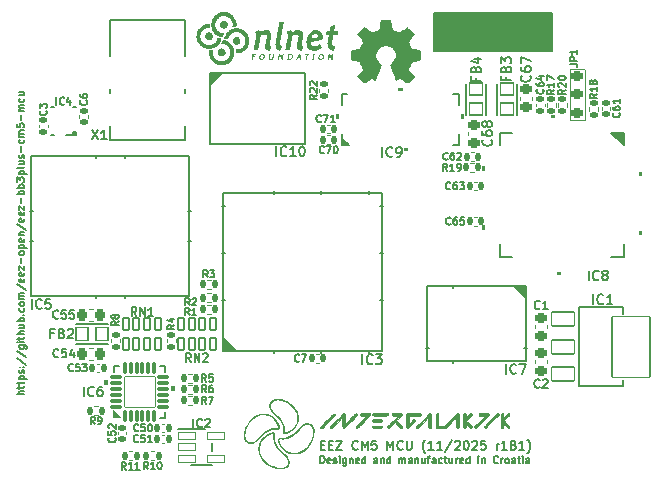
<source format=gto>
%TF.GenerationSoftware,KiCad,Pcbnew,9.0.6-9.0.6~ubuntu24.04.1*%
%TF.CreationDate,2025-11-11T19:07:05+01:00*%
%TF.ProjectId,BB3plus CM5 STM32H7 module,42423370-6c75-4732-9043-4d352053544d,r1B1*%
%TF.SameCoordinates,Original*%
%TF.FileFunction,Legend,Top*%
%TF.FilePolarity,Positive*%
%FSLAX46Y46*%
G04 Gerber Fmt 4.6, Leading zero omitted, Abs format (unit mm)*
G04 Created by KiCad (PCBNEW 9.0.6-9.0.6~ubuntu24.04.1) date 2025-11-11 19:07:05*
%MOMM*%
%LPD*%
G01*
G04 APERTURE LIST*
G04 Aperture macros list*
%AMRoundRect*
0 Rectangle with rounded corners*
0 $1 Rounding radius*
0 $2 $3 $4 $5 $6 $7 $8 $9 X,Y pos of 4 corners*
0 Add a 4 corners polygon primitive as box body*
4,1,4,$2,$3,$4,$5,$6,$7,$8,$9,$2,$3,0*
0 Add four circle primitives for the rounded corners*
1,1,$1+$1,$2,$3*
1,1,$1+$1,$4,$5*
1,1,$1+$1,$6,$7*
1,1,$1+$1,$8,$9*
0 Add four rect primitives between the rounded corners*
20,1,$1+$1,$2,$3,$4,$5,0*
20,1,$1+$1,$4,$5,$6,$7,0*
20,1,$1+$1,$6,$7,$8,$9,0*
20,1,$1+$1,$8,$9,$2,$3,0*%
G04 Aperture macros list end*
%ADD10C,0.152400*%
%ADD11C,0.120000*%
%ADD12C,0.010000*%
%ADD13C,0.127000*%
%ADD14C,0.000000*%
%ADD15C,0.100000*%
%ADD16RoundRect,0.135000X0.135000X0.185000X-0.135000X0.185000X-0.135000X-0.185000X0.135000X-0.185000X0*%
%ADD17RoundRect,0.225000X-0.225000X-0.250000X0.225000X-0.250000X0.225000X0.250000X-0.225000X0.250000X0*%
%ADD18RoundRect,0.057252X0.556248X-0.506248X0.556248X0.506248X-0.556248X0.506248X-0.556248X-0.506248X0*%
%ADD19RoundRect,0.140000X-0.140000X-0.170000X0.140000X-0.170000X0.140000X0.170000X-0.140000X0.170000X0*%
%ADD20RoundRect,0.135000X-0.185000X0.135000X-0.185000X-0.135000X0.185000X-0.135000X0.185000X0.135000X0*%
%ADD21RoundRect,0.140000X0.170000X-0.140000X0.170000X0.140000X-0.170000X0.140000X-0.170000X-0.140000X0*%
%ADD22RoundRect,0.140000X0.140000X0.170000X-0.140000X0.170000X-0.140000X-0.170000X0.140000X-0.170000X0*%
%ADD23C,1.500000*%
%ADD24C,0.355600*%
%ADD25RoundRect,0.225000X0.250000X-0.225000X0.250000X0.225000X-0.250000X0.225000X-0.250000X-0.225000X0*%
%ADD26R,0.228600X1.143000*%
%ADD27R,1.143000X0.228600*%
%ADD28R,5.000000X5.000000*%
%ADD29RoundRect,0.225000X-0.250000X0.225000X-0.250000X-0.225000X0.250000X-0.225000X0.250000X0.225000X0*%
%ADD30C,0.370000*%
%ADD31R,0.300000X0.850000*%
%ADD32R,0.850000X0.300000*%
%ADD33RoundRect,0.135000X0.185000X-0.135000X0.185000X0.135000X-0.185000X0.135000X-0.185000X-0.135000X0*%
%ADD34C,0.228600*%
%ADD35RoundRect,0.225000X0.225000X0.250000X-0.225000X0.250000X-0.225000X-0.250000X0.225000X-0.250000X0*%
%ADD36RoundRect,0.057573X-0.971127X-0.590127X0.971127X-0.590127X0.971127X0.590127X-0.971127X0.590127X0*%
%ADD37RoundRect,0.053238X-1.610462X-2.562962X1.610462X-2.562962X1.610462X2.562962X-1.610462X2.562962X0*%
%ADD38RoundRect,0.140000X-0.170000X0.140000X-0.170000X-0.140000X0.170000X-0.140000X0.170000X0.140000X0*%
%ADD39RoundRect,0.135000X-0.135000X-0.185000X0.135000X-0.185000X0.135000X0.185000X-0.135000X0.185000X0*%
%ADD40R,0.449999X0.299999*%
%ADD41R,1.000000X1.599999*%
%ADD42RoundRect,0.063703X0.249797X0.499797X-0.249797X0.499797X-0.249797X-0.499797X0.249797X-0.499797X0*%
%ADD43C,2.387600*%
%ADD44C,0.990600*%
%ADD45RoundRect,0.457200X0.000010X-0.000010X0.000010X0.000010X-0.000010X0.000010X-0.000010X-0.000010X0*%
%ADD46RoundRect,0.062345X-0.737755X-0.280555X0.737755X-0.280555X0.737755X0.280555X-0.737755X0.280555X0*%
%ADD47RoundRect,0.057252X-0.506248X-0.556248X0.506248X-0.556248X0.506248X0.556248X-0.506248X0.556248X0*%
%ADD48RoundRect,0.076200X-0.114300X-0.419100X0.114300X-0.419100X0.114300X0.419100X-0.114300X0.419100X0*%
%ADD49RoundRect,0.076200X-0.419100X0.114300X-0.419100X-0.114300X0.419100X-0.114300X0.419100X0.114300X0*%
%ADD50RoundRect,0.053290X1.305610X-1.305610X1.305610X1.305610X-1.305610X1.305610X-1.305610X-1.305610X0*%
%ADD51C,6.100000*%
G04 APERTURE END LIST*
D10*
X130270000Y-72740000D02*
X140260000Y-72740000D01*
X140260000Y-76020000D01*
X130270000Y-76020000D01*
X130270000Y-72740000D01*
G36*
X130270000Y-72740000D02*
G01*
X140260000Y-72740000D01*
X140260000Y-76020000D01*
X130270000Y-76020000D01*
X130270000Y-72740000D01*
G37*
X95557471Y-105039950D02*
X94947871Y-105039950D01*
X95557471Y-104778693D02*
X95238157Y-104778693D01*
X95238157Y-104778693D02*
X95180100Y-104807721D01*
X95180100Y-104807721D02*
X95151071Y-104865778D01*
X95151071Y-104865778D02*
X95151071Y-104952864D01*
X95151071Y-104952864D02*
X95180100Y-105010921D01*
X95180100Y-105010921D02*
X95209128Y-105039950D01*
X95151071Y-104575492D02*
X95151071Y-104343264D01*
X94947871Y-104488407D02*
X95470385Y-104488407D01*
X95470385Y-104488407D02*
X95528443Y-104459378D01*
X95528443Y-104459378D02*
X95557471Y-104401321D01*
X95557471Y-104401321D02*
X95557471Y-104343264D01*
X95151071Y-104227149D02*
X95151071Y-103994921D01*
X94947871Y-104140064D02*
X95470385Y-104140064D01*
X95470385Y-104140064D02*
X95528443Y-104111035D01*
X95528443Y-104111035D02*
X95557471Y-104052978D01*
X95557471Y-104052978D02*
X95557471Y-103994921D01*
X95151071Y-103791721D02*
X95760671Y-103791721D01*
X95180100Y-103791721D02*
X95151071Y-103733664D01*
X95151071Y-103733664D02*
X95151071Y-103617549D01*
X95151071Y-103617549D02*
X95180100Y-103559492D01*
X95180100Y-103559492D02*
X95209128Y-103530464D01*
X95209128Y-103530464D02*
X95267185Y-103501435D01*
X95267185Y-103501435D02*
X95441357Y-103501435D01*
X95441357Y-103501435D02*
X95499414Y-103530464D01*
X95499414Y-103530464D02*
X95528443Y-103559492D01*
X95528443Y-103559492D02*
X95557471Y-103617549D01*
X95557471Y-103617549D02*
X95557471Y-103733664D01*
X95557471Y-103733664D02*
X95528443Y-103791721D01*
X95528443Y-103269206D02*
X95557471Y-103211149D01*
X95557471Y-103211149D02*
X95557471Y-103095035D01*
X95557471Y-103095035D02*
X95528443Y-103036978D01*
X95528443Y-103036978D02*
X95470385Y-103007949D01*
X95470385Y-103007949D02*
X95441357Y-103007949D01*
X95441357Y-103007949D02*
X95383300Y-103036978D01*
X95383300Y-103036978D02*
X95354271Y-103095035D01*
X95354271Y-103095035D02*
X95354271Y-103182121D01*
X95354271Y-103182121D02*
X95325243Y-103240178D01*
X95325243Y-103240178D02*
X95267185Y-103269206D01*
X95267185Y-103269206D02*
X95238157Y-103269206D01*
X95238157Y-103269206D02*
X95180100Y-103240178D01*
X95180100Y-103240178D02*
X95151071Y-103182121D01*
X95151071Y-103182121D02*
X95151071Y-103095035D01*
X95151071Y-103095035D02*
X95180100Y-103036978D01*
X95499414Y-102746692D02*
X95528443Y-102717663D01*
X95528443Y-102717663D02*
X95557471Y-102746692D01*
X95557471Y-102746692D02*
X95528443Y-102775720D01*
X95528443Y-102775720D02*
X95499414Y-102746692D01*
X95499414Y-102746692D02*
X95557471Y-102746692D01*
X95180100Y-102746692D02*
X95209128Y-102717663D01*
X95209128Y-102717663D02*
X95238157Y-102746692D01*
X95238157Y-102746692D02*
X95209128Y-102775720D01*
X95209128Y-102775720D02*
X95180100Y-102746692D01*
X95180100Y-102746692D02*
X95238157Y-102746692D01*
X94918843Y-102020977D02*
X95702614Y-102543491D01*
X94918843Y-101382348D02*
X95702614Y-101904862D01*
X95151071Y-100917891D02*
X95644557Y-100917891D01*
X95644557Y-100917891D02*
X95702614Y-100946919D01*
X95702614Y-100946919D02*
X95731643Y-100975948D01*
X95731643Y-100975948D02*
X95760671Y-101034005D01*
X95760671Y-101034005D02*
X95760671Y-101121091D01*
X95760671Y-101121091D02*
X95731643Y-101179148D01*
X95528443Y-100917891D02*
X95557471Y-100975948D01*
X95557471Y-100975948D02*
X95557471Y-101092062D01*
X95557471Y-101092062D02*
X95528443Y-101150119D01*
X95528443Y-101150119D02*
X95499414Y-101179148D01*
X95499414Y-101179148D02*
X95441357Y-101208176D01*
X95441357Y-101208176D02*
X95267185Y-101208176D01*
X95267185Y-101208176D02*
X95209128Y-101179148D01*
X95209128Y-101179148D02*
X95180100Y-101150119D01*
X95180100Y-101150119D02*
X95151071Y-101092062D01*
X95151071Y-101092062D02*
X95151071Y-100975948D01*
X95151071Y-100975948D02*
X95180100Y-100917891D01*
X95557471Y-100627605D02*
X95151071Y-100627605D01*
X94947871Y-100627605D02*
X94976900Y-100656633D01*
X94976900Y-100656633D02*
X95005928Y-100627605D01*
X95005928Y-100627605D02*
X94976900Y-100598576D01*
X94976900Y-100598576D02*
X94947871Y-100627605D01*
X94947871Y-100627605D02*
X95005928Y-100627605D01*
X95151071Y-100424404D02*
X95151071Y-100192176D01*
X94947871Y-100337319D02*
X95470385Y-100337319D01*
X95470385Y-100337319D02*
X95528443Y-100308290D01*
X95528443Y-100308290D02*
X95557471Y-100250233D01*
X95557471Y-100250233D02*
X95557471Y-100192176D01*
X95557471Y-99988976D02*
X94947871Y-99988976D01*
X95557471Y-99727719D02*
X95238157Y-99727719D01*
X95238157Y-99727719D02*
X95180100Y-99756747D01*
X95180100Y-99756747D02*
X95151071Y-99814804D01*
X95151071Y-99814804D02*
X95151071Y-99901890D01*
X95151071Y-99901890D02*
X95180100Y-99959947D01*
X95180100Y-99959947D02*
X95209128Y-99988976D01*
X95151071Y-99176176D02*
X95557471Y-99176176D01*
X95151071Y-99437433D02*
X95470385Y-99437433D01*
X95470385Y-99437433D02*
X95528443Y-99408404D01*
X95528443Y-99408404D02*
X95557471Y-99350347D01*
X95557471Y-99350347D02*
X95557471Y-99263261D01*
X95557471Y-99263261D02*
X95528443Y-99205204D01*
X95528443Y-99205204D02*
X95499414Y-99176176D01*
X95557471Y-98885890D02*
X94947871Y-98885890D01*
X95180100Y-98885890D02*
X95151071Y-98827833D01*
X95151071Y-98827833D02*
X95151071Y-98711718D01*
X95151071Y-98711718D02*
X95180100Y-98653661D01*
X95180100Y-98653661D02*
X95209128Y-98624633D01*
X95209128Y-98624633D02*
X95267185Y-98595604D01*
X95267185Y-98595604D02*
X95441357Y-98595604D01*
X95441357Y-98595604D02*
X95499414Y-98624633D01*
X95499414Y-98624633D02*
X95528443Y-98653661D01*
X95528443Y-98653661D02*
X95557471Y-98711718D01*
X95557471Y-98711718D02*
X95557471Y-98827833D01*
X95557471Y-98827833D02*
X95528443Y-98885890D01*
X95499414Y-98334347D02*
X95528443Y-98305318D01*
X95528443Y-98305318D02*
X95557471Y-98334347D01*
X95557471Y-98334347D02*
X95528443Y-98363375D01*
X95528443Y-98363375D02*
X95499414Y-98334347D01*
X95499414Y-98334347D02*
X95557471Y-98334347D01*
X95528443Y-97782804D02*
X95557471Y-97840861D01*
X95557471Y-97840861D02*
X95557471Y-97956975D01*
X95557471Y-97956975D02*
X95528443Y-98015032D01*
X95528443Y-98015032D02*
X95499414Y-98044061D01*
X95499414Y-98044061D02*
X95441357Y-98073089D01*
X95441357Y-98073089D02*
X95267185Y-98073089D01*
X95267185Y-98073089D02*
X95209128Y-98044061D01*
X95209128Y-98044061D02*
X95180100Y-98015032D01*
X95180100Y-98015032D02*
X95151071Y-97956975D01*
X95151071Y-97956975D02*
X95151071Y-97840861D01*
X95151071Y-97840861D02*
X95180100Y-97782804D01*
X95557471Y-97434461D02*
X95528443Y-97492518D01*
X95528443Y-97492518D02*
X95499414Y-97521547D01*
X95499414Y-97521547D02*
X95441357Y-97550575D01*
X95441357Y-97550575D02*
X95267185Y-97550575D01*
X95267185Y-97550575D02*
X95209128Y-97521547D01*
X95209128Y-97521547D02*
X95180100Y-97492518D01*
X95180100Y-97492518D02*
X95151071Y-97434461D01*
X95151071Y-97434461D02*
X95151071Y-97347375D01*
X95151071Y-97347375D02*
X95180100Y-97289318D01*
X95180100Y-97289318D02*
X95209128Y-97260290D01*
X95209128Y-97260290D02*
X95267185Y-97231261D01*
X95267185Y-97231261D02*
X95441357Y-97231261D01*
X95441357Y-97231261D02*
X95499414Y-97260290D01*
X95499414Y-97260290D02*
X95528443Y-97289318D01*
X95528443Y-97289318D02*
X95557471Y-97347375D01*
X95557471Y-97347375D02*
X95557471Y-97434461D01*
X95557471Y-96970004D02*
X95151071Y-96970004D01*
X95209128Y-96970004D02*
X95180100Y-96940975D01*
X95180100Y-96940975D02*
X95151071Y-96882918D01*
X95151071Y-96882918D02*
X95151071Y-96795832D01*
X95151071Y-96795832D02*
X95180100Y-96737775D01*
X95180100Y-96737775D02*
X95238157Y-96708747D01*
X95238157Y-96708747D02*
X95557471Y-96708747D01*
X95238157Y-96708747D02*
X95180100Y-96679718D01*
X95180100Y-96679718D02*
X95151071Y-96621661D01*
X95151071Y-96621661D02*
X95151071Y-96534575D01*
X95151071Y-96534575D02*
X95180100Y-96476518D01*
X95180100Y-96476518D02*
X95238157Y-96447489D01*
X95238157Y-96447489D02*
X95557471Y-96447489D01*
X94918843Y-95721775D02*
X95702614Y-96244289D01*
X95528443Y-95286346D02*
X95557471Y-95344403D01*
X95557471Y-95344403D02*
X95557471Y-95460518D01*
X95557471Y-95460518D02*
X95528443Y-95518575D01*
X95528443Y-95518575D02*
X95470385Y-95547603D01*
X95470385Y-95547603D02*
X95238157Y-95547603D01*
X95238157Y-95547603D02*
X95180100Y-95518575D01*
X95180100Y-95518575D02*
X95151071Y-95460518D01*
X95151071Y-95460518D02*
X95151071Y-95344403D01*
X95151071Y-95344403D02*
X95180100Y-95286346D01*
X95180100Y-95286346D02*
X95238157Y-95257318D01*
X95238157Y-95257318D02*
X95296214Y-95257318D01*
X95296214Y-95257318D02*
X95354271Y-95547603D01*
X95528443Y-94763832D02*
X95557471Y-94821889D01*
X95557471Y-94821889D02*
X95557471Y-94938004D01*
X95557471Y-94938004D02*
X95528443Y-94996061D01*
X95528443Y-94996061D02*
X95470385Y-95025089D01*
X95470385Y-95025089D02*
X95238157Y-95025089D01*
X95238157Y-95025089D02*
X95180100Y-94996061D01*
X95180100Y-94996061D02*
X95151071Y-94938004D01*
X95151071Y-94938004D02*
X95151071Y-94821889D01*
X95151071Y-94821889D02*
X95180100Y-94763832D01*
X95180100Y-94763832D02*
X95238157Y-94734804D01*
X95238157Y-94734804D02*
X95296214Y-94734804D01*
X95296214Y-94734804D02*
X95354271Y-95025089D01*
X95151071Y-94531604D02*
X95151071Y-94212290D01*
X95151071Y-94212290D02*
X95557471Y-94531604D01*
X95557471Y-94531604D02*
X95557471Y-94212290D01*
X95325243Y-93980061D02*
X95325243Y-93515604D01*
X95557471Y-93138232D02*
X95528443Y-93196289D01*
X95528443Y-93196289D02*
X95499414Y-93225318D01*
X95499414Y-93225318D02*
X95441357Y-93254346D01*
X95441357Y-93254346D02*
X95267185Y-93254346D01*
X95267185Y-93254346D02*
X95209128Y-93225318D01*
X95209128Y-93225318D02*
X95180100Y-93196289D01*
X95180100Y-93196289D02*
X95151071Y-93138232D01*
X95151071Y-93138232D02*
X95151071Y-93051146D01*
X95151071Y-93051146D02*
X95180100Y-92993089D01*
X95180100Y-92993089D02*
X95209128Y-92964061D01*
X95209128Y-92964061D02*
X95267185Y-92935032D01*
X95267185Y-92935032D02*
X95441357Y-92935032D01*
X95441357Y-92935032D02*
X95499414Y-92964061D01*
X95499414Y-92964061D02*
X95528443Y-92993089D01*
X95528443Y-92993089D02*
X95557471Y-93051146D01*
X95557471Y-93051146D02*
X95557471Y-93138232D01*
X95151071Y-92673775D02*
X95760671Y-92673775D01*
X95180100Y-92673775D02*
X95151071Y-92615718D01*
X95151071Y-92615718D02*
X95151071Y-92499603D01*
X95151071Y-92499603D02*
X95180100Y-92441546D01*
X95180100Y-92441546D02*
X95209128Y-92412518D01*
X95209128Y-92412518D02*
X95267185Y-92383489D01*
X95267185Y-92383489D02*
X95441357Y-92383489D01*
X95441357Y-92383489D02*
X95499414Y-92412518D01*
X95499414Y-92412518D02*
X95528443Y-92441546D01*
X95528443Y-92441546D02*
X95557471Y-92499603D01*
X95557471Y-92499603D02*
X95557471Y-92615718D01*
X95557471Y-92615718D02*
X95528443Y-92673775D01*
X95528443Y-91890003D02*
X95557471Y-91948060D01*
X95557471Y-91948060D02*
X95557471Y-92064175D01*
X95557471Y-92064175D02*
X95528443Y-92122232D01*
X95528443Y-92122232D02*
X95470385Y-92151260D01*
X95470385Y-92151260D02*
X95238157Y-92151260D01*
X95238157Y-92151260D02*
X95180100Y-92122232D01*
X95180100Y-92122232D02*
X95151071Y-92064175D01*
X95151071Y-92064175D02*
X95151071Y-91948060D01*
X95151071Y-91948060D02*
X95180100Y-91890003D01*
X95180100Y-91890003D02*
X95238157Y-91860975D01*
X95238157Y-91860975D02*
X95296214Y-91860975D01*
X95296214Y-91860975D02*
X95354271Y-92151260D01*
X95151071Y-91599718D02*
X95557471Y-91599718D01*
X95209128Y-91599718D02*
X95180100Y-91570689D01*
X95180100Y-91570689D02*
X95151071Y-91512632D01*
X95151071Y-91512632D02*
X95151071Y-91425546D01*
X95151071Y-91425546D02*
X95180100Y-91367489D01*
X95180100Y-91367489D02*
X95238157Y-91338461D01*
X95238157Y-91338461D02*
X95557471Y-91338461D01*
X94918843Y-90612746D02*
X95702614Y-91135260D01*
X95528443Y-90177317D02*
X95557471Y-90235374D01*
X95557471Y-90235374D02*
X95557471Y-90351489D01*
X95557471Y-90351489D02*
X95528443Y-90409546D01*
X95528443Y-90409546D02*
X95470385Y-90438574D01*
X95470385Y-90438574D02*
X95238157Y-90438574D01*
X95238157Y-90438574D02*
X95180100Y-90409546D01*
X95180100Y-90409546D02*
X95151071Y-90351489D01*
X95151071Y-90351489D02*
X95151071Y-90235374D01*
X95151071Y-90235374D02*
X95180100Y-90177317D01*
X95180100Y-90177317D02*
X95238157Y-90148289D01*
X95238157Y-90148289D02*
X95296214Y-90148289D01*
X95296214Y-90148289D02*
X95354271Y-90438574D01*
X95528443Y-89654803D02*
X95557471Y-89712860D01*
X95557471Y-89712860D02*
X95557471Y-89828975D01*
X95557471Y-89828975D02*
X95528443Y-89887032D01*
X95528443Y-89887032D02*
X95470385Y-89916060D01*
X95470385Y-89916060D02*
X95238157Y-89916060D01*
X95238157Y-89916060D02*
X95180100Y-89887032D01*
X95180100Y-89887032D02*
X95151071Y-89828975D01*
X95151071Y-89828975D02*
X95151071Y-89712860D01*
X95151071Y-89712860D02*
X95180100Y-89654803D01*
X95180100Y-89654803D02*
X95238157Y-89625775D01*
X95238157Y-89625775D02*
X95296214Y-89625775D01*
X95296214Y-89625775D02*
X95354271Y-89916060D01*
X95151071Y-89422575D02*
X95151071Y-89103261D01*
X95151071Y-89103261D02*
X95557471Y-89422575D01*
X95557471Y-89422575D02*
X95557471Y-89103261D01*
X95325243Y-88871032D02*
X95325243Y-88406575D01*
X95557471Y-88116289D02*
X94947871Y-88116289D01*
X95180100Y-88116289D02*
X95151071Y-88058232D01*
X95151071Y-88058232D02*
X95151071Y-87942117D01*
X95151071Y-87942117D02*
X95180100Y-87884060D01*
X95180100Y-87884060D02*
X95209128Y-87855032D01*
X95209128Y-87855032D02*
X95267185Y-87826003D01*
X95267185Y-87826003D02*
X95441357Y-87826003D01*
X95441357Y-87826003D02*
X95499414Y-87855032D01*
X95499414Y-87855032D02*
X95528443Y-87884060D01*
X95528443Y-87884060D02*
X95557471Y-87942117D01*
X95557471Y-87942117D02*
X95557471Y-88058232D01*
X95557471Y-88058232D02*
X95528443Y-88116289D01*
X95557471Y-87564746D02*
X94947871Y-87564746D01*
X95180100Y-87564746D02*
X95151071Y-87506689D01*
X95151071Y-87506689D02*
X95151071Y-87390574D01*
X95151071Y-87390574D02*
X95180100Y-87332517D01*
X95180100Y-87332517D02*
X95209128Y-87303489D01*
X95209128Y-87303489D02*
X95267185Y-87274460D01*
X95267185Y-87274460D02*
X95441357Y-87274460D01*
X95441357Y-87274460D02*
X95499414Y-87303489D01*
X95499414Y-87303489D02*
X95528443Y-87332517D01*
X95528443Y-87332517D02*
X95557471Y-87390574D01*
X95557471Y-87390574D02*
X95557471Y-87506689D01*
X95557471Y-87506689D02*
X95528443Y-87564746D01*
X94947871Y-87071260D02*
X94947871Y-86693888D01*
X94947871Y-86693888D02*
X95180100Y-86897088D01*
X95180100Y-86897088D02*
X95180100Y-86810003D01*
X95180100Y-86810003D02*
X95209128Y-86751946D01*
X95209128Y-86751946D02*
X95238157Y-86722917D01*
X95238157Y-86722917D02*
X95296214Y-86693888D01*
X95296214Y-86693888D02*
X95441357Y-86693888D01*
X95441357Y-86693888D02*
X95499414Y-86722917D01*
X95499414Y-86722917D02*
X95528443Y-86751946D01*
X95528443Y-86751946D02*
X95557471Y-86810003D01*
X95557471Y-86810003D02*
X95557471Y-86984174D01*
X95557471Y-86984174D02*
X95528443Y-87042231D01*
X95528443Y-87042231D02*
X95499414Y-87071260D01*
X95151071Y-86432632D02*
X95760671Y-86432632D01*
X95180100Y-86432632D02*
X95151071Y-86374575D01*
X95151071Y-86374575D02*
X95151071Y-86258460D01*
X95151071Y-86258460D02*
X95180100Y-86200403D01*
X95180100Y-86200403D02*
X95209128Y-86171375D01*
X95209128Y-86171375D02*
X95267185Y-86142346D01*
X95267185Y-86142346D02*
X95441357Y-86142346D01*
X95441357Y-86142346D02*
X95499414Y-86171375D01*
X95499414Y-86171375D02*
X95528443Y-86200403D01*
X95528443Y-86200403D02*
X95557471Y-86258460D01*
X95557471Y-86258460D02*
X95557471Y-86374575D01*
X95557471Y-86374575D02*
X95528443Y-86432632D01*
X95557471Y-85794003D02*
X95528443Y-85852060D01*
X95528443Y-85852060D02*
X95470385Y-85881089D01*
X95470385Y-85881089D02*
X94947871Y-85881089D01*
X95151071Y-85300518D02*
X95557471Y-85300518D01*
X95151071Y-85561775D02*
X95470385Y-85561775D01*
X95470385Y-85561775D02*
X95528443Y-85532746D01*
X95528443Y-85532746D02*
X95557471Y-85474689D01*
X95557471Y-85474689D02*
X95557471Y-85387603D01*
X95557471Y-85387603D02*
X95528443Y-85329546D01*
X95528443Y-85329546D02*
X95499414Y-85300518D01*
X95528443Y-85039260D02*
X95557471Y-84981203D01*
X95557471Y-84981203D02*
X95557471Y-84865089D01*
X95557471Y-84865089D02*
X95528443Y-84807032D01*
X95528443Y-84807032D02*
X95470385Y-84778003D01*
X95470385Y-84778003D02*
X95441357Y-84778003D01*
X95441357Y-84778003D02*
X95383300Y-84807032D01*
X95383300Y-84807032D02*
X95354271Y-84865089D01*
X95354271Y-84865089D02*
X95354271Y-84952175D01*
X95354271Y-84952175D02*
X95325243Y-85010232D01*
X95325243Y-85010232D02*
X95267185Y-85039260D01*
X95267185Y-85039260D02*
X95238157Y-85039260D01*
X95238157Y-85039260D02*
X95180100Y-85010232D01*
X95180100Y-85010232D02*
X95151071Y-84952175D01*
X95151071Y-84952175D02*
X95151071Y-84865089D01*
X95151071Y-84865089D02*
X95180100Y-84807032D01*
X95325243Y-84516746D02*
X95325243Y-84052289D01*
X95528443Y-83500746D02*
X95557471Y-83558803D01*
X95557471Y-83558803D02*
X95557471Y-83674917D01*
X95557471Y-83674917D02*
X95528443Y-83732974D01*
X95528443Y-83732974D02*
X95499414Y-83762003D01*
X95499414Y-83762003D02*
X95441357Y-83791031D01*
X95441357Y-83791031D02*
X95267185Y-83791031D01*
X95267185Y-83791031D02*
X95209128Y-83762003D01*
X95209128Y-83762003D02*
X95180100Y-83732974D01*
X95180100Y-83732974D02*
X95151071Y-83674917D01*
X95151071Y-83674917D02*
X95151071Y-83558803D01*
X95151071Y-83558803D02*
X95180100Y-83500746D01*
X95557471Y-83239489D02*
X95151071Y-83239489D01*
X95209128Y-83239489D02*
X95180100Y-83210460D01*
X95180100Y-83210460D02*
X95151071Y-83152403D01*
X95151071Y-83152403D02*
X95151071Y-83065317D01*
X95151071Y-83065317D02*
X95180100Y-83007260D01*
X95180100Y-83007260D02*
X95238157Y-82978232D01*
X95238157Y-82978232D02*
X95557471Y-82978232D01*
X95238157Y-82978232D02*
X95180100Y-82949203D01*
X95180100Y-82949203D02*
X95151071Y-82891146D01*
X95151071Y-82891146D02*
X95151071Y-82804060D01*
X95151071Y-82804060D02*
X95180100Y-82746003D01*
X95180100Y-82746003D02*
X95238157Y-82716974D01*
X95238157Y-82716974D02*
X95557471Y-82716974D01*
X94947871Y-82136403D02*
X94947871Y-82426689D01*
X94947871Y-82426689D02*
X95238157Y-82455717D01*
X95238157Y-82455717D02*
X95209128Y-82426689D01*
X95209128Y-82426689D02*
X95180100Y-82368632D01*
X95180100Y-82368632D02*
X95180100Y-82223489D01*
X95180100Y-82223489D02*
X95209128Y-82165432D01*
X95209128Y-82165432D02*
X95238157Y-82136403D01*
X95238157Y-82136403D02*
X95296214Y-82107374D01*
X95296214Y-82107374D02*
X95441357Y-82107374D01*
X95441357Y-82107374D02*
X95499414Y-82136403D01*
X95499414Y-82136403D02*
X95528443Y-82165432D01*
X95528443Y-82165432D02*
X95557471Y-82223489D01*
X95557471Y-82223489D02*
X95557471Y-82368632D01*
X95557471Y-82368632D02*
X95528443Y-82426689D01*
X95528443Y-82426689D02*
X95499414Y-82455717D01*
X95325243Y-81846118D02*
X95325243Y-81381661D01*
X95557471Y-81091375D02*
X95151071Y-81091375D01*
X95209128Y-81091375D02*
X95180100Y-81062346D01*
X95180100Y-81062346D02*
X95151071Y-81004289D01*
X95151071Y-81004289D02*
X95151071Y-80917203D01*
X95151071Y-80917203D02*
X95180100Y-80859146D01*
X95180100Y-80859146D02*
X95238157Y-80830118D01*
X95238157Y-80830118D02*
X95557471Y-80830118D01*
X95238157Y-80830118D02*
X95180100Y-80801089D01*
X95180100Y-80801089D02*
X95151071Y-80743032D01*
X95151071Y-80743032D02*
X95151071Y-80655946D01*
X95151071Y-80655946D02*
X95180100Y-80597889D01*
X95180100Y-80597889D02*
X95238157Y-80568860D01*
X95238157Y-80568860D02*
X95557471Y-80568860D01*
X95528443Y-80017318D02*
X95557471Y-80075375D01*
X95557471Y-80075375D02*
X95557471Y-80191489D01*
X95557471Y-80191489D02*
X95528443Y-80249546D01*
X95528443Y-80249546D02*
X95499414Y-80278575D01*
X95499414Y-80278575D02*
X95441357Y-80307603D01*
X95441357Y-80307603D02*
X95267185Y-80307603D01*
X95267185Y-80307603D02*
X95209128Y-80278575D01*
X95209128Y-80278575D02*
X95180100Y-80249546D01*
X95180100Y-80249546D02*
X95151071Y-80191489D01*
X95151071Y-80191489D02*
X95151071Y-80075375D01*
X95151071Y-80075375D02*
X95180100Y-80017318D01*
X95151071Y-79494804D02*
X95557471Y-79494804D01*
X95151071Y-79756061D02*
X95470385Y-79756061D01*
X95470385Y-79756061D02*
X95528443Y-79727032D01*
X95528443Y-79727032D02*
X95557471Y-79668975D01*
X95557471Y-79668975D02*
X95557471Y-79581889D01*
X95557471Y-79581889D02*
X95528443Y-79523832D01*
X95528443Y-79523832D02*
X95499414Y-79494804D01*
X120681691Y-109359677D02*
X120935691Y-109359677D01*
X121044548Y-109758820D02*
X120681691Y-109758820D01*
X120681691Y-109758820D02*
X120681691Y-108996820D01*
X120681691Y-108996820D02*
X121044548Y-108996820D01*
X121371120Y-109359677D02*
X121625120Y-109359677D01*
X121733977Y-109758820D02*
X121371120Y-109758820D01*
X121371120Y-109758820D02*
X121371120Y-108996820D01*
X121371120Y-108996820D02*
X121733977Y-108996820D01*
X121987978Y-108996820D02*
X122495978Y-108996820D01*
X122495978Y-108996820D02*
X121987978Y-109758820D01*
X121987978Y-109758820D02*
X122495978Y-109758820D01*
X123802263Y-109686249D02*
X123765977Y-109722535D01*
X123765977Y-109722535D02*
X123657120Y-109758820D01*
X123657120Y-109758820D02*
X123584548Y-109758820D01*
X123584548Y-109758820D02*
X123475691Y-109722535D01*
X123475691Y-109722535D02*
X123403120Y-109649963D01*
X123403120Y-109649963D02*
X123366834Y-109577392D01*
X123366834Y-109577392D02*
X123330548Y-109432249D01*
X123330548Y-109432249D02*
X123330548Y-109323392D01*
X123330548Y-109323392D02*
X123366834Y-109178249D01*
X123366834Y-109178249D02*
X123403120Y-109105677D01*
X123403120Y-109105677D02*
X123475691Y-109033106D01*
X123475691Y-109033106D02*
X123584548Y-108996820D01*
X123584548Y-108996820D02*
X123657120Y-108996820D01*
X123657120Y-108996820D02*
X123765977Y-109033106D01*
X123765977Y-109033106D02*
X123802263Y-109069392D01*
X124128834Y-109758820D02*
X124128834Y-108996820D01*
X124128834Y-108996820D02*
X124382834Y-109541106D01*
X124382834Y-109541106D02*
X124636834Y-108996820D01*
X124636834Y-108996820D02*
X124636834Y-109758820D01*
X125362548Y-108996820D02*
X124999691Y-108996820D01*
X124999691Y-108996820D02*
X124963405Y-109359677D01*
X124963405Y-109359677D02*
X124999691Y-109323392D01*
X124999691Y-109323392D02*
X125072263Y-109287106D01*
X125072263Y-109287106D02*
X125253691Y-109287106D01*
X125253691Y-109287106D02*
X125326263Y-109323392D01*
X125326263Y-109323392D02*
X125362548Y-109359677D01*
X125362548Y-109359677D02*
X125398834Y-109432249D01*
X125398834Y-109432249D02*
X125398834Y-109613677D01*
X125398834Y-109613677D02*
X125362548Y-109686249D01*
X125362548Y-109686249D02*
X125326263Y-109722535D01*
X125326263Y-109722535D02*
X125253691Y-109758820D01*
X125253691Y-109758820D02*
X125072263Y-109758820D01*
X125072263Y-109758820D02*
X124999691Y-109722535D01*
X124999691Y-109722535D02*
X124963405Y-109686249D01*
X126305976Y-109758820D02*
X126305976Y-108996820D01*
X126305976Y-108996820D02*
X126559976Y-109541106D01*
X126559976Y-109541106D02*
X126813976Y-108996820D01*
X126813976Y-108996820D02*
X126813976Y-109758820D01*
X127612262Y-109686249D02*
X127575976Y-109722535D01*
X127575976Y-109722535D02*
X127467119Y-109758820D01*
X127467119Y-109758820D02*
X127394547Y-109758820D01*
X127394547Y-109758820D02*
X127285690Y-109722535D01*
X127285690Y-109722535D02*
X127213119Y-109649963D01*
X127213119Y-109649963D02*
X127176833Y-109577392D01*
X127176833Y-109577392D02*
X127140547Y-109432249D01*
X127140547Y-109432249D02*
X127140547Y-109323392D01*
X127140547Y-109323392D02*
X127176833Y-109178249D01*
X127176833Y-109178249D02*
X127213119Y-109105677D01*
X127213119Y-109105677D02*
X127285690Y-109033106D01*
X127285690Y-109033106D02*
X127394547Y-108996820D01*
X127394547Y-108996820D02*
X127467119Y-108996820D01*
X127467119Y-108996820D02*
X127575976Y-109033106D01*
X127575976Y-109033106D02*
X127612262Y-109069392D01*
X127938833Y-108996820D02*
X127938833Y-109613677D01*
X127938833Y-109613677D02*
X127975119Y-109686249D01*
X127975119Y-109686249D02*
X128011405Y-109722535D01*
X128011405Y-109722535D02*
X128083976Y-109758820D01*
X128083976Y-109758820D02*
X128229119Y-109758820D01*
X128229119Y-109758820D02*
X128301690Y-109722535D01*
X128301690Y-109722535D02*
X128337976Y-109686249D01*
X128337976Y-109686249D02*
X128374262Y-109613677D01*
X128374262Y-109613677D02*
X128374262Y-108996820D01*
X129535404Y-110049106D02*
X129499119Y-110012820D01*
X129499119Y-110012820D02*
X129426547Y-109903963D01*
X129426547Y-109903963D02*
X129390262Y-109831392D01*
X129390262Y-109831392D02*
X129353976Y-109722535D01*
X129353976Y-109722535D02*
X129317690Y-109541106D01*
X129317690Y-109541106D02*
X129317690Y-109395963D01*
X129317690Y-109395963D02*
X129353976Y-109214535D01*
X129353976Y-109214535D02*
X129390262Y-109105677D01*
X129390262Y-109105677D02*
X129426547Y-109033106D01*
X129426547Y-109033106D02*
X129499119Y-108924249D01*
X129499119Y-108924249D02*
X129535404Y-108887963D01*
X130224833Y-109758820D02*
X129789404Y-109758820D01*
X130007119Y-109758820D02*
X130007119Y-108996820D01*
X130007119Y-108996820D02*
X129934547Y-109105677D01*
X129934547Y-109105677D02*
X129861976Y-109178249D01*
X129861976Y-109178249D02*
X129789404Y-109214535D01*
X130950547Y-109758820D02*
X130515118Y-109758820D01*
X130732833Y-109758820D02*
X130732833Y-108996820D01*
X130732833Y-108996820D02*
X130660261Y-109105677D01*
X130660261Y-109105677D02*
X130587690Y-109178249D01*
X130587690Y-109178249D02*
X130515118Y-109214535D01*
X131821404Y-108960535D02*
X131168261Y-109940249D01*
X132039118Y-109069392D02*
X132075404Y-109033106D01*
X132075404Y-109033106D02*
X132147976Y-108996820D01*
X132147976Y-108996820D02*
X132329404Y-108996820D01*
X132329404Y-108996820D02*
X132401976Y-109033106D01*
X132401976Y-109033106D02*
X132438261Y-109069392D01*
X132438261Y-109069392D02*
X132474547Y-109141963D01*
X132474547Y-109141963D02*
X132474547Y-109214535D01*
X132474547Y-109214535D02*
X132438261Y-109323392D01*
X132438261Y-109323392D02*
X132002833Y-109758820D01*
X132002833Y-109758820D02*
X132474547Y-109758820D01*
X132946261Y-108996820D02*
X133018832Y-108996820D01*
X133018832Y-108996820D02*
X133091404Y-109033106D01*
X133091404Y-109033106D02*
X133127690Y-109069392D01*
X133127690Y-109069392D02*
X133163975Y-109141963D01*
X133163975Y-109141963D02*
X133200261Y-109287106D01*
X133200261Y-109287106D02*
X133200261Y-109468535D01*
X133200261Y-109468535D02*
X133163975Y-109613677D01*
X133163975Y-109613677D02*
X133127690Y-109686249D01*
X133127690Y-109686249D02*
X133091404Y-109722535D01*
X133091404Y-109722535D02*
X133018832Y-109758820D01*
X133018832Y-109758820D02*
X132946261Y-109758820D01*
X132946261Y-109758820D02*
X132873690Y-109722535D01*
X132873690Y-109722535D02*
X132837404Y-109686249D01*
X132837404Y-109686249D02*
X132801118Y-109613677D01*
X132801118Y-109613677D02*
X132764832Y-109468535D01*
X132764832Y-109468535D02*
X132764832Y-109287106D01*
X132764832Y-109287106D02*
X132801118Y-109141963D01*
X132801118Y-109141963D02*
X132837404Y-109069392D01*
X132837404Y-109069392D02*
X132873690Y-109033106D01*
X132873690Y-109033106D02*
X132946261Y-108996820D01*
X133490546Y-109069392D02*
X133526832Y-109033106D01*
X133526832Y-109033106D02*
X133599404Y-108996820D01*
X133599404Y-108996820D02*
X133780832Y-108996820D01*
X133780832Y-108996820D02*
X133853404Y-109033106D01*
X133853404Y-109033106D02*
X133889689Y-109069392D01*
X133889689Y-109069392D02*
X133925975Y-109141963D01*
X133925975Y-109141963D02*
X133925975Y-109214535D01*
X133925975Y-109214535D02*
X133889689Y-109323392D01*
X133889689Y-109323392D02*
X133454261Y-109758820D01*
X133454261Y-109758820D02*
X133925975Y-109758820D01*
X134615403Y-108996820D02*
X134252546Y-108996820D01*
X134252546Y-108996820D02*
X134216260Y-109359677D01*
X134216260Y-109359677D02*
X134252546Y-109323392D01*
X134252546Y-109323392D02*
X134325118Y-109287106D01*
X134325118Y-109287106D02*
X134506546Y-109287106D01*
X134506546Y-109287106D02*
X134579118Y-109323392D01*
X134579118Y-109323392D02*
X134615403Y-109359677D01*
X134615403Y-109359677D02*
X134651689Y-109432249D01*
X134651689Y-109432249D02*
X134651689Y-109613677D01*
X134651689Y-109613677D02*
X134615403Y-109686249D01*
X134615403Y-109686249D02*
X134579118Y-109722535D01*
X134579118Y-109722535D02*
X134506546Y-109758820D01*
X134506546Y-109758820D02*
X134325118Y-109758820D01*
X134325118Y-109758820D02*
X134252546Y-109722535D01*
X134252546Y-109722535D02*
X134216260Y-109686249D01*
X135558831Y-109758820D02*
X135558831Y-109250820D01*
X135558831Y-109395963D02*
X135595117Y-109323392D01*
X135595117Y-109323392D02*
X135631403Y-109287106D01*
X135631403Y-109287106D02*
X135703974Y-109250820D01*
X135703974Y-109250820D02*
X135776545Y-109250820D01*
X136429688Y-109758820D02*
X135994259Y-109758820D01*
X136211974Y-109758820D02*
X136211974Y-108996820D01*
X136211974Y-108996820D02*
X136139402Y-109105677D01*
X136139402Y-109105677D02*
X136066831Y-109178249D01*
X136066831Y-109178249D02*
X135994259Y-109214535D01*
X137010259Y-109359677D02*
X137119116Y-109395963D01*
X137119116Y-109395963D02*
X137155402Y-109432249D01*
X137155402Y-109432249D02*
X137191688Y-109504820D01*
X137191688Y-109504820D02*
X137191688Y-109613677D01*
X137191688Y-109613677D02*
X137155402Y-109686249D01*
X137155402Y-109686249D02*
X137119116Y-109722535D01*
X137119116Y-109722535D02*
X137046545Y-109758820D01*
X137046545Y-109758820D02*
X136756259Y-109758820D01*
X136756259Y-109758820D02*
X136756259Y-108996820D01*
X136756259Y-108996820D02*
X137010259Y-108996820D01*
X137010259Y-108996820D02*
X137082831Y-109033106D01*
X137082831Y-109033106D02*
X137119116Y-109069392D01*
X137119116Y-109069392D02*
X137155402Y-109141963D01*
X137155402Y-109141963D02*
X137155402Y-109214535D01*
X137155402Y-109214535D02*
X137119116Y-109287106D01*
X137119116Y-109287106D02*
X137082831Y-109323392D01*
X137082831Y-109323392D02*
X137010259Y-109359677D01*
X137010259Y-109359677D02*
X136756259Y-109359677D01*
X137917402Y-109758820D02*
X137481973Y-109758820D01*
X137699688Y-109758820D02*
X137699688Y-108996820D01*
X137699688Y-108996820D02*
X137627116Y-109105677D01*
X137627116Y-109105677D02*
X137554545Y-109178249D01*
X137554545Y-109178249D02*
X137481973Y-109214535D01*
X138171402Y-110049106D02*
X138207687Y-110012820D01*
X138207687Y-110012820D02*
X138280259Y-109903963D01*
X138280259Y-109903963D02*
X138316545Y-109831392D01*
X138316545Y-109831392D02*
X138352830Y-109722535D01*
X138352830Y-109722535D02*
X138389116Y-109541106D01*
X138389116Y-109541106D02*
X138389116Y-109395963D01*
X138389116Y-109395963D02*
X138352830Y-109214535D01*
X138352830Y-109214535D02*
X138316545Y-109105677D01*
X138316545Y-109105677D02*
X138280259Y-109033106D01*
X138280259Y-109033106D02*
X138207687Y-108924249D01*
X138207687Y-108924249D02*
X138171402Y-108887963D01*
X120645405Y-110897471D02*
X120645405Y-110287871D01*
X120645405Y-110287871D02*
X120790548Y-110287871D01*
X120790548Y-110287871D02*
X120877634Y-110316900D01*
X120877634Y-110316900D02*
X120935691Y-110374957D01*
X120935691Y-110374957D02*
X120964720Y-110433014D01*
X120964720Y-110433014D02*
X120993748Y-110549128D01*
X120993748Y-110549128D02*
X120993748Y-110636214D01*
X120993748Y-110636214D02*
X120964720Y-110752328D01*
X120964720Y-110752328D02*
X120935691Y-110810385D01*
X120935691Y-110810385D02*
X120877634Y-110868443D01*
X120877634Y-110868443D02*
X120790548Y-110897471D01*
X120790548Y-110897471D02*
X120645405Y-110897471D01*
X121487234Y-110868443D02*
X121429177Y-110897471D01*
X121429177Y-110897471D02*
X121313063Y-110897471D01*
X121313063Y-110897471D02*
X121255005Y-110868443D01*
X121255005Y-110868443D02*
X121225977Y-110810385D01*
X121225977Y-110810385D02*
X121225977Y-110578157D01*
X121225977Y-110578157D02*
X121255005Y-110520100D01*
X121255005Y-110520100D02*
X121313063Y-110491071D01*
X121313063Y-110491071D02*
X121429177Y-110491071D01*
X121429177Y-110491071D02*
X121487234Y-110520100D01*
X121487234Y-110520100D02*
X121516263Y-110578157D01*
X121516263Y-110578157D02*
X121516263Y-110636214D01*
X121516263Y-110636214D02*
X121225977Y-110694271D01*
X121748491Y-110868443D02*
X121806548Y-110897471D01*
X121806548Y-110897471D02*
X121922662Y-110897471D01*
X121922662Y-110897471D02*
X121980719Y-110868443D01*
X121980719Y-110868443D02*
X122009748Y-110810385D01*
X122009748Y-110810385D02*
X122009748Y-110781357D01*
X122009748Y-110781357D02*
X121980719Y-110723300D01*
X121980719Y-110723300D02*
X121922662Y-110694271D01*
X121922662Y-110694271D02*
X121835577Y-110694271D01*
X121835577Y-110694271D02*
X121777519Y-110665243D01*
X121777519Y-110665243D02*
X121748491Y-110607185D01*
X121748491Y-110607185D02*
X121748491Y-110578157D01*
X121748491Y-110578157D02*
X121777519Y-110520100D01*
X121777519Y-110520100D02*
X121835577Y-110491071D01*
X121835577Y-110491071D02*
X121922662Y-110491071D01*
X121922662Y-110491071D02*
X121980719Y-110520100D01*
X122271005Y-110897471D02*
X122271005Y-110491071D01*
X122271005Y-110287871D02*
X122241977Y-110316900D01*
X122241977Y-110316900D02*
X122271005Y-110345928D01*
X122271005Y-110345928D02*
X122300034Y-110316900D01*
X122300034Y-110316900D02*
X122271005Y-110287871D01*
X122271005Y-110287871D02*
X122271005Y-110345928D01*
X122822549Y-110491071D02*
X122822549Y-110984557D01*
X122822549Y-110984557D02*
X122793520Y-111042614D01*
X122793520Y-111042614D02*
X122764491Y-111071643D01*
X122764491Y-111071643D02*
X122706434Y-111100671D01*
X122706434Y-111100671D02*
X122619349Y-111100671D01*
X122619349Y-111100671D02*
X122561291Y-111071643D01*
X122822549Y-110868443D02*
X122764491Y-110897471D01*
X122764491Y-110897471D02*
X122648377Y-110897471D01*
X122648377Y-110897471D02*
X122590320Y-110868443D01*
X122590320Y-110868443D02*
X122561291Y-110839414D01*
X122561291Y-110839414D02*
X122532263Y-110781357D01*
X122532263Y-110781357D02*
X122532263Y-110607185D01*
X122532263Y-110607185D02*
X122561291Y-110549128D01*
X122561291Y-110549128D02*
X122590320Y-110520100D01*
X122590320Y-110520100D02*
X122648377Y-110491071D01*
X122648377Y-110491071D02*
X122764491Y-110491071D01*
X122764491Y-110491071D02*
X122822549Y-110520100D01*
X123112834Y-110491071D02*
X123112834Y-110897471D01*
X123112834Y-110549128D02*
X123141863Y-110520100D01*
X123141863Y-110520100D02*
X123199920Y-110491071D01*
X123199920Y-110491071D02*
X123287006Y-110491071D01*
X123287006Y-110491071D02*
X123345063Y-110520100D01*
X123345063Y-110520100D02*
X123374092Y-110578157D01*
X123374092Y-110578157D02*
X123374092Y-110897471D01*
X123896606Y-110868443D02*
X123838549Y-110897471D01*
X123838549Y-110897471D02*
X123722435Y-110897471D01*
X123722435Y-110897471D02*
X123664377Y-110868443D01*
X123664377Y-110868443D02*
X123635349Y-110810385D01*
X123635349Y-110810385D02*
X123635349Y-110578157D01*
X123635349Y-110578157D02*
X123664377Y-110520100D01*
X123664377Y-110520100D02*
X123722435Y-110491071D01*
X123722435Y-110491071D02*
X123838549Y-110491071D01*
X123838549Y-110491071D02*
X123896606Y-110520100D01*
X123896606Y-110520100D02*
X123925635Y-110578157D01*
X123925635Y-110578157D02*
X123925635Y-110636214D01*
X123925635Y-110636214D02*
X123635349Y-110694271D01*
X124448149Y-110897471D02*
X124448149Y-110287871D01*
X124448149Y-110868443D02*
X124390091Y-110897471D01*
X124390091Y-110897471D02*
X124273977Y-110897471D01*
X124273977Y-110897471D02*
X124215920Y-110868443D01*
X124215920Y-110868443D02*
X124186891Y-110839414D01*
X124186891Y-110839414D02*
X124157863Y-110781357D01*
X124157863Y-110781357D02*
X124157863Y-110607185D01*
X124157863Y-110607185D02*
X124186891Y-110549128D01*
X124186891Y-110549128D02*
X124215920Y-110520100D01*
X124215920Y-110520100D02*
X124273977Y-110491071D01*
X124273977Y-110491071D02*
X124390091Y-110491071D01*
X124390091Y-110491071D02*
X124448149Y-110520100D01*
X125464149Y-110897471D02*
X125464149Y-110578157D01*
X125464149Y-110578157D02*
X125435120Y-110520100D01*
X125435120Y-110520100D02*
X125377063Y-110491071D01*
X125377063Y-110491071D02*
X125260949Y-110491071D01*
X125260949Y-110491071D02*
X125202891Y-110520100D01*
X125464149Y-110868443D02*
X125406091Y-110897471D01*
X125406091Y-110897471D02*
X125260949Y-110897471D01*
X125260949Y-110897471D02*
X125202891Y-110868443D01*
X125202891Y-110868443D02*
X125173863Y-110810385D01*
X125173863Y-110810385D02*
X125173863Y-110752328D01*
X125173863Y-110752328D02*
X125202891Y-110694271D01*
X125202891Y-110694271D02*
X125260949Y-110665243D01*
X125260949Y-110665243D02*
X125406091Y-110665243D01*
X125406091Y-110665243D02*
X125464149Y-110636214D01*
X125754434Y-110491071D02*
X125754434Y-110897471D01*
X125754434Y-110549128D02*
X125783463Y-110520100D01*
X125783463Y-110520100D02*
X125841520Y-110491071D01*
X125841520Y-110491071D02*
X125928606Y-110491071D01*
X125928606Y-110491071D02*
X125986663Y-110520100D01*
X125986663Y-110520100D02*
X126015692Y-110578157D01*
X126015692Y-110578157D02*
X126015692Y-110897471D01*
X126567235Y-110897471D02*
X126567235Y-110287871D01*
X126567235Y-110868443D02*
X126509177Y-110897471D01*
X126509177Y-110897471D02*
X126393063Y-110897471D01*
X126393063Y-110897471D02*
X126335006Y-110868443D01*
X126335006Y-110868443D02*
X126305977Y-110839414D01*
X126305977Y-110839414D02*
X126276949Y-110781357D01*
X126276949Y-110781357D02*
X126276949Y-110607185D01*
X126276949Y-110607185D02*
X126305977Y-110549128D01*
X126305977Y-110549128D02*
X126335006Y-110520100D01*
X126335006Y-110520100D02*
X126393063Y-110491071D01*
X126393063Y-110491071D02*
X126509177Y-110491071D01*
X126509177Y-110491071D02*
X126567235Y-110520100D01*
X127321977Y-110897471D02*
X127321977Y-110491071D01*
X127321977Y-110549128D02*
X127351006Y-110520100D01*
X127351006Y-110520100D02*
X127409063Y-110491071D01*
X127409063Y-110491071D02*
X127496149Y-110491071D01*
X127496149Y-110491071D02*
X127554206Y-110520100D01*
X127554206Y-110520100D02*
X127583235Y-110578157D01*
X127583235Y-110578157D02*
X127583235Y-110897471D01*
X127583235Y-110578157D02*
X127612263Y-110520100D01*
X127612263Y-110520100D02*
X127670320Y-110491071D01*
X127670320Y-110491071D02*
X127757406Y-110491071D01*
X127757406Y-110491071D02*
X127815463Y-110520100D01*
X127815463Y-110520100D02*
X127844492Y-110578157D01*
X127844492Y-110578157D02*
X127844492Y-110897471D01*
X128396035Y-110897471D02*
X128396035Y-110578157D01*
X128396035Y-110578157D02*
X128367006Y-110520100D01*
X128367006Y-110520100D02*
X128308949Y-110491071D01*
X128308949Y-110491071D02*
X128192835Y-110491071D01*
X128192835Y-110491071D02*
X128134777Y-110520100D01*
X128396035Y-110868443D02*
X128337977Y-110897471D01*
X128337977Y-110897471D02*
X128192835Y-110897471D01*
X128192835Y-110897471D02*
X128134777Y-110868443D01*
X128134777Y-110868443D02*
X128105749Y-110810385D01*
X128105749Y-110810385D02*
X128105749Y-110752328D01*
X128105749Y-110752328D02*
X128134777Y-110694271D01*
X128134777Y-110694271D02*
X128192835Y-110665243D01*
X128192835Y-110665243D02*
X128337977Y-110665243D01*
X128337977Y-110665243D02*
X128396035Y-110636214D01*
X128686320Y-110491071D02*
X128686320Y-110897471D01*
X128686320Y-110549128D02*
X128715349Y-110520100D01*
X128715349Y-110520100D02*
X128773406Y-110491071D01*
X128773406Y-110491071D02*
X128860492Y-110491071D01*
X128860492Y-110491071D02*
X128918549Y-110520100D01*
X128918549Y-110520100D02*
X128947578Y-110578157D01*
X128947578Y-110578157D02*
X128947578Y-110897471D01*
X129499121Y-110491071D02*
X129499121Y-110897471D01*
X129237863Y-110491071D02*
X129237863Y-110810385D01*
X129237863Y-110810385D02*
X129266892Y-110868443D01*
X129266892Y-110868443D02*
X129324949Y-110897471D01*
X129324949Y-110897471D02*
X129412035Y-110897471D01*
X129412035Y-110897471D02*
X129470092Y-110868443D01*
X129470092Y-110868443D02*
X129499121Y-110839414D01*
X129702321Y-110491071D02*
X129934549Y-110491071D01*
X129789406Y-110897471D02*
X129789406Y-110374957D01*
X129789406Y-110374957D02*
X129818435Y-110316900D01*
X129818435Y-110316900D02*
X129876492Y-110287871D01*
X129876492Y-110287871D02*
X129934549Y-110287871D01*
X130399007Y-110897471D02*
X130399007Y-110578157D01*
X130399007Y-110578157D02*
X130369978Y-110520100D01*
X130369978Y-110520100D02*
X130311921Y-110491071D01*
X130311921Y-110491071D02*
X130195807Y-110491071D01*
X130195807Y-110491071D02*
X130137749Y-110520100D01*
X130399007Y-110868443D02*
X130340949Y-110897471D01*
X130340949Y-110897471D02*
X130195807Y-110897471D01*
X130195807Y-110897471D02*
X130137749Y-110868443D01*
X130137749Y-110868443D02*
X130108721Y-110810385D01*
X130108721Y-110810385D02*
X130108721Y-110752328D01*
X130108721Y-110752328D02*
X130137749Y-110694271D01*
X130137749Y-110694271D02*
X130195807Y-110665243D01*
X130195807Y-110665243D02*
X130340949Y-110665243D01*
X130340949Y-110665243D02*
X130399007Y-110636214D01*
X130950550Y-110868443D02*
X130892492Y-110897471D01*
X130892492Y-110897471D02*
X130776378Y-110897471D01*
X130776378Y-110897471D02*
X130718321Y-110868443D01*
X130718321Y-110868443D02*
X130689292Y-110839414D01*
X130689292Y-110839414D02*
X130660264Y-110781357D01*
X130660264Y-110781357D02*
X130660264Y-110607185D01*
X130660264Y-110607185D02*
X130689292Y-110549128D01*
X130689292Y-110549128D02*
X130718321Y-110520100D01*
X130718321Y-110520100D02*
X130776378Y-110491071D01*
X130776378Y-110491071D02*
X130892492Y-110491071D01*
X130892492Y-110491071D02*
X130950550Y-110520100D01*
X131124721Y-110491071D02*
X131356949Y-110491071D01*
X131211806Y-110287871D02*
X131211806Y-110810385D01*
X131211806Y-110810385D02*
X131240835Y-110868443D01*
X131240835Y-110868443D02*
X131298892Y-110897471D01*
X131298892Y-110897471D02*
X131356949Y-110897471D01*
X131821407Y-110491071D02*
X131821407Y-110897471D01*
X131560149Y-110491071D02*
X131560149Y-110810385D01*
X131560149Y-110810385D02*
X131589178Y-110868443D01*
X131589178Y-110868443D02*
X131647235Y-110897471D01*
X131647235Y-110897471D02*
X131734321Y-110897471D01*
X131734321Y-110897471D02*
X131792378Y-110868443D01*
X131792378Y-110868443D02*
X131821407Y-110839414D01*
X132111692Y-110897471D02*
X132111692Y-110491071D01*
X132111692Y-110607185D02*
X132140721Y-110549128D01*
X132140721Y-110549128D02*
X132169750Y-110520100D01*
X132169750Y-110520100D02*
X132227807Y-110491071D01*
X132227807Y-110491071D02*
X132285864Y-110491071D01*
X132721292Y-110868443D02*
X132663235Y-110897471D01*
X132663235Y-110897471D02*
X132547121Y-110897471D01*
X132547121Y-110897471D02*
X132489063Y-110868443D01*
X132489063Y-110868443D02*
X132460035Y-110810385D01*
X132460035Y-110810385D02*
X132460035Y-110578157D01*
X132460035Y-110578157D02*
X132489063Y-110520100D01*
X132489063Y-110520100D02*
X132547121Y-110491071D01*
X132547121Y-110491071D02*
X132663235Y-110491071D01*
X132663235Y-110491071D02*
X132721292Y-110520100D01*
X132721292Y-110520100D02*
X132750321Y-110578157D01*
X132750321Y-110578157D02*
X132750321Y-110636214D01*
X132750321Y-110636214D02*
X132460035Y-110694271D01*
X133272835Y-110897471D02*
X133272835Y-110287871D01*
X133272835Y-110868443D02*
X133214777Y-110897471D01*
X133214777Y-110897471D02*
X133098663Y-110897471D01*
X133098663Y-110897471D02*
X133040606Y-110868443D01*
X133040606Y-110868443D02*
X133011577Y-110839414D01*
X133011577Y-110839414D02*
X132982549Y-110781357D01*
X132982549Y-110781357D02*
X132982549Y-110607185D01*
X132982549Y-110607185D02*
X133011577Y-110549128D01*
X133011577Y-110549128D02*
X133040606Y-110520100D01*
X133040606Y-110520100D02*
X133098663Y-110491071D01*
X133098663Y-110491071D02*
X133214777Y-110491071D01*
X133214777Y-110491071D02*
X133272835Y-110520100D01*
X134027577Y-110897471D02*
X134027577Y-110491071D01*
X134027577Y-110287871D02*
X133998549Y-110316900D01*
X133998549Y-110316900D02*
X134027577Y-110345928D01*
X134027577Y-110345928D02*
X134056606Y-110316900D01*
X134056606Y-110316900D02*
X134027577Y-110287871D01*
X134027577Y-110287871D02*
X134027577Y-110345928D01*
X134317863Y-110491071D02*
X134317863Y-110897471D01*
X134317863Y-110549128D02*
X134346892Y-110520100D01*
X134346892Y-110520100D02*
X134404949Y-110491071D01*
X134404949Y-110491071D02*
X134492035Y-110491071D01*
X134492035Y-110491071D02*
X134550092Y-110520100D01*
X134550092Y-110520100D02*
X134579121Y-110578157D01*
X134579121Y-110578157D02*
X134579121Y-110897471D01*
X135682206Y-110839414D02*
X135653178Y-110868443D01*
X135653178Y-110868443D02*
X135566092Y-110897471D01*
X135566092Y-110897471D02*
X135508035Y-110897471D01*
X135508035Y-110897471D02*
X135420949Y-110868443D01*
X135420949Y-110868443D02*
X135362892Y-110810385D01*
X135362892Y-110810385D02*
X135333863Y-110752328D01*
X135333863Y-110752328D02*
X135304835Y-110636214D01*
X135304835Y-110636214D02*
X135304835Y-110549128D01*
X135304835Y-110549128D02*
X135333863Y-110433014D01*
X135333863Y-110433014D02*
X135362892Y-110374957D01*
X135362892Y-110374957D02*
X135420949Y-110316900D01*
X135420949Y-110316900D02*
X135508035Y-110287871D01*
X135508035Y-110287871D02*
X135566092Y-110287871D01*
X135566092Y-110287871D02*
X135653178Y-110316900D01*
X135653178Y-110316900D02*
X135682206Y-110345928D01*
X135943463Y-110897471D02*
X135943463Y-110491071D01*
X135943463Y-110607185D02*
X135972492Y-110549128D01*
X135972492Y-110549128D02*
X136001521Y-110520100D01*
X136001521Y-110520100D02*
X136059578Y-110491071D01*
X136059578Y-110491071D02*
X136117635Y-110491071D01*
X136407920Y-110897471D02*
X136349863Y-110868443D01*
X136349863Y-110868443D02*
X136320834Y-110839414D01*
X136320834Y-110839414D02*
X136291806Y-110781357D01*
X136291806Y-110781357D02*
X136291806Y-110607185D01*
X136291806Y-110607185D02*
X136320834Y-110549128D01*
X136320834Y-110549128D02*
X136349863Y-110520100D01*
X136349863Y-110520100D02*
X136407920Y-110491071D01*
X136407920Y-110491071D02*
X136495006Y-110491071D01*
X136495006Y-110491071D02*
X136553063Y-110520100D01*
X136553063Y-110520100D02*
X136582092Y-110549128D01*
X136582092Y-110549128D02*
X136611120Y-110607185D01*
X136611120Y-110607185D02*
X136611120Y-110781357D01*
X136611120Y-110781357D02*
X136582092Y-110839414D01*
X136582092Y-110839414D02*
X136553063Y-110868443D01*
X136553063Y-110868443D02*
X136495006Y-110897471D01*
X136495006Y-110897471D02*
X136407920Y-110897471D01*
X137133635Y-110897471D02*
X137133635Y-110578157D01*
X137133635Y-110578157D02*
X137104606Y-110520100D01*
X137104606Y-110520100D02*
X137046549Y-110491071D01*
X137046549Y-110491071D02*
X136930435Y-110491071D01*
X136930435Y-110491071D02*
X136872377Y-110520100D01*
X137133635Y-110868443D02*
X137075577Y-110897471D01*
X137075577Y-110897471D02*
X136930435Y-110897471D01*
X136930435Y-110897471D02*
X136872377Y-110868443D01*
X136872377Y-110868443D02*
X136843349Y-110810385D01*
X136843349Y-110810385D02*
X136843349Y-110752328D01*
X136843349Y-110752328D02*
X136872377Y-110694271D01*
X136872377Y-110694271D02*
X136930435Y-110665243D01*
X136930435Y-110665243D02*
X137075577Y-110665243D01*
X137075577Y-110665243D02*
X137133635Y-110636214D01*
X137336835Y-110491071D02*
X137569063Y-110491071D01*
X137423920Y-110287871D02*
X137423920Y-110810385D01*
X137423920Y-110810385D02*
X137452949Y-110868443D01*
X137452949Y-110868443D02*
X137511006Y-110897471D01*
X137511006Y-110897471D02*
X137569063Y-110897471D01*
X137772263Y-110897471D02*
X137772263Y-110491071D01*
X137772263Y-110287871D02*
X137743235Y-110316900D01*
X137743235Y-110316900D02*
X137772263Y-110345928D01*
X137772263Y-110345928D02*
X137801292Y-110316900D01*
X137801292Y-110316900D02*
X137772263Y-110287871D01*
X137772263Y-110287871D02*
X137772263Y-110345928D01*
X138323807Y-110897471D02*
X138323807Y-110578157D01*
X138323807Y-110578157D02*
X138294778Y-110520100D01*
X138294778Y-110520100D02*
X138236721Y-110491071D01*
X138236721Y-110491071D02*
X138120607Y-110491071D01*
X138120607Y-110491071D02*
X138062549Y-110520100D01*
X138323807Y-110868443D02*
X138265749Y-110897471D01*
X138265749Y-110897471D02*
X138120607Y-110897471D01*
X138120607Y-110897471D02*
X138062549Y-110868443D01*
X138062549Y-110868443D02*
X138033521Y-110810385D01*
X138033521Y-110810385D02*
X138033521Y-110752328D01*
X138033521Y-110752328D02*
X138062549Y-110694271D01*
X138062549Y-110694271D02*
X138120607Y-110665243D01*
X138120607Y-110665243D02*
X138265749Y-110665243D01*
X138265749Y-110665243D02*
X138323807Y-110636214D01*
X109568400Y-97534087D02*
X109365200Y-97243801D01*
X109220057Y-97534087D02*
X109220057Y-96924487D01*
X109220057Y-96924487D02*
X109452286Y-96924487D01*
X109452286Y-96924487D02*
X109510343Y-96953516D01*
X109510343Y-96953516D02*
X109539372Y-96982544D01*
X109539372Y-96982544D02*
X109568400Y-97040601D01*
X109568400Y-97040601D02*
X109568400Y-97127687D01*
X109568400Y-97127687D02*
X109539372Y-97185744D01*
X109539372Y-97185744D02*
X109510343Y-97214773D01*
X109510343Y-97214773D02*
X109452286Y-97243801D01*
X109452286Y-97243801D02*
X109220057Y-97243801D01*
X109800629Y-96982544D02*
X109829657Y-96953516D01*
X109829657Y-96953516D02*
X109887715Y-96924487D01*
X109887715Y-96924487D02*
X110032857Y-96924487D01*
X110032857Y-96924487D02*
X110090915Y-96953516D01*
X110090915Y-96953516D02*
X110119943Y-96982544D01*
X110119943Y-96982544D02*
X110148972Y-97040601D01*
X110148972Y-97040601D02*
X110148972Y-97098659D01*
X110148972Y-97098659D02*
X110119943Y-97185744D01*
X110119943Y-97185744D02*
X109771600Y-97534087D01*
X109771600Y-97534087D02*
X110148972Y-97534087D01*
X98442800Y-98583356D02*
X98408933Y-98617223D01*
X98408933Y-98617223D02*
X98307333Y-98651089D01*
X98307333Y-98651089D02*
X98239600Y-98651089D01*
X98239600Y-98651089D02*
X98138000Y-98617223D01*
X98138000Y-98617223D02*
X98070267Y-98549489D01*
X98070267Y-98549489D02*
X98036400Y-98481756D01*
X98036400Y-98481756D02*
X98002533Y-98346289D01*
X98002533Y-98346289D02*
X98002533Y-98244689D01*
X98002533Y-98244689D02*
X98036400Y-98109223D01*
X98036400Y-98109223D02*
X98070267Y-98041489D01*
X98070267Y-98041489D02*
X98138000Y-97973756D01*
X98138000Y-97973756D02*
X98239600Y-97939889D01*
X98239600Y-97939889D02*
X98307333Y-97939889D01*
X98307333Y-97939889D02*
X98408933Y-97973756D01*
X98408933Y-97973756D02*
X98442800Y-98007623D01*
X99086267Y-97939889D02*
X98747600Y-97939889D01*
X98747600Y-97939889D02*
X98713733Y-98278556D01*
X98713733Y-98278556D02*
X98747600Y-98244689D01*
X98747600Y-98244689D02*
X98815333Y-98210823D01*
X98815333Y-98210823D02*
X98984667Y-98210823D01*
X98984667Y-98210823D02*
X99052400Y-98244689D01*
X99052400Y-98244689D02*
X99086267Y-98278556D01*
X99086267Y-98278556D02*
X99120133Y-98346289D01*
X99120133Y-98346289D02*
X99120133Y-98515623D01*
X99120133Y-98515623D02*
X99086267Y-98583356D01*
X99086267Y-98583356D02*
X99052400Y-98617223D01*
X99052400Y-98617223D02*
X98984667Y-98651089D01*
X98984667Y-98651089D02*
X98815333Y-98651089D01*
X98815333Y-98651089D02*
X98747600Y-98617223D01*
X98747600Y-98617223D02*
X98713733Y-98583356D01*
X99763600Y-97939889D02*
X99424933Y-97939889D01*
X99424933Y-97939889D02*
X99391066Y-98278556D01*
X99391066Y-98278556D02*
X99424933Y-98244689D01*
X99424933Y-98244689D02*
X99492666Y-98210823D01*
X99492666Y-98210823D02*
X99662000Y-98210823D01*
X99662000Y-98210823D02*
X99729733Y-98244689D01*
X99729733Y-98244689D02*
X99763600Y-98278556D01*
X99763600Y-98278556D02*
X99797466Y-98346289D01*
X99797466Y-98346289D02*
X99797466Y-98515623D01*
X99797466Y-98515623D02*
X99763600Y-98583356D01*
X99763600Y-98583356D02*
X99729733Y-98617223D01*
X99729733Y-98617223D02*
X99662000Y-98651089D01*
X99662000Y-98651089D02*
X99492666Y-98651089D01*
X99492666Y-98651089D02*
X99424933Y-98617223D01*
X99424933Y-98617223D02*
X99391066Y-98583356D01*
X133796851Y-78235279D02*
X133796851Y-78506213D01*
X134222603Y-78506213D02*
X133409803Y-78506213D01*
X133409803Y-78506213D02*
X133409803Y-78119165D01*
X133796851Y-77538593D02*
X133835556Y-77422479D01*
X133835556Y-77422479D02*
X133874260Y-77383774D01*
X133874260Y-77383774D02*
X133951670Y-77345070D01*
X133951670Y-77345070D02*
X134067784Y-77345070D01*
X134067784Y-77345070D02*
X134145194Y-77383774D01*
X134145194Y-77383774D02*
X134183899Y-77422479D01*
X134183899Y-77422479D02*
X134222603Y-77499889D01*
X134222603Y-77499889D02*
X134222603Y-77809527D01*
X134222603Y-77809527D02*
X133409803Y-77809527D01*
X133409803Y-77809527D02*
X133409803Y-77538593D01*
X133409803Y-77538593D02*
X133448508Y-77461184D01*
X133448508Y-77461184D02*
X133487213Y-77422479D01*
X133487213Y-77422479D02*
X133564622Y-77383774D01*
X133564622Y-77383774D02*
X133642032Y-77383774D01*
X133642032Y-77383774D02*
X133719441Y-77422479D01*
X133719441Y-77422479D02*
X133758146Y-77461184D01*
X133758146Y-77461184D02*
X133796851Y-77538593D01*
X133796851Y-77538593D02*
X133796851Y-77809527D01*
X133680737Y-76648384D02*
X134222603Y-76648384D01*
X133371099Y-76841908D02*
X133951670Y-77035431D01*
X133951670Y-77035431D02*
X133951670Y-76532270D01*
X131392814Y-86127286D02*
X131189614Y-85837000D01*
X131044471Y-86127286D02*
X131044471Y-85517686D01*
X131044471Y-85517686D02*
X131276700Y-85517686D01*
X131276700Y-85517686D02*
X131334757Y-85546715D01*
X131334757Y-85546715D02*
X131363786Y-85575743D01*
X131363786Y-85575743D02*
X131392814Y-85633800D01*
X131392814Y-85633800D02*
X131392814Y-85720886D01*
X131392814Y-85720886D02*
X131363786Y-85778943D01*
X131363786Y-85778943D02*
X131334757Y-85807972D01*
X131334757Y-85807972D02*
X131276700Y-85837000D01*
X131276700Y-85837000D02*
X131044471Y-85837000D01*
X131973386Y-86127286D02*
X131625043Y-86127286D01*
X131799214Y-86127286D02*
X131799214Y-85517686D01*
X131799214Y-85517686D02*
X131741157Y-85604772D01*
X131741157Y-85604772D02*
X131683100Y-85662829D01*
X131683100Y-85662829D02*
X131625043Y-85691858D01*
X132263671Y-86127286D02*
X132379785Y-86127286D01*
X132379785Y-86127286D02*
X132437842Y-86098258D01*
X132437842Y-86098258D02*
X132466871Y-86069229D01*
X132466871Y-86069229D02*
X132524928Y-85982143D01*
X132524928Y-85982143D02*
X132553957Y-85866029D01*
X132553957Y-85866029D02*
X132553957Y-85633800D01*
X132553957Y-85633800D02*
X132524928Y-85575743D01*
X132524928Y-85575743D02*
X132495900Y-85546715D01*
X132495900Y-85546715D02*
X132437842Y-85517686D01*
X132437842Y-85517686D02*
X132321728Y-85517686D01*
X132321728Y-85517686D02*
X132263671Y-85546715D01*
X132263671Y-85546715D02*
X132234642Y-85575743D01*
X132234642Y-85575743D02*
X132205614Y-85633800D01*
X132205614Y-85633800D02*
X132205614Y-85778943D01*
X132205614Y-85778943D02*
X132234642Y-85837000D01*
X132234642Y-85837000D02*
X132263671Y-85866029D01*
X132263671Y-85866029D02*
X132321728Y-85895058D01*
X132321728Y-85895058D02*
X132437842Y-85895058D01*
X132437842Y-85895058D02*
X132495900Y-85866029D01*
X132495900Y-85866029D02*
X132524928Y-85837000D01*
X132524928Y-85837000D02*
X132553957Y-85778943D01*
X118848400Y-102226030D02*
X118819372Y-102255059D01*
X118819372Y-102255059D02*
X118732286Y-102284087D01*
X118732286Y-102284087D02*
X118674229Y-102284087D01*
X118674229Y-102284087D02*
X118587143Y-102255059D01*
X118587143Y-102255059D02*
X118529086Y-102197001D01*
X118529086Y-102197001D02*
X118500057Y-102138944D01*
X118500057Y-102138944D02*
X118471029Y-102022830D01*
X118471029Y-102022830D02*
X118471029Y-101935744D01*
X118471029Y-101935744D02*
X118500057Y-101819630D01*
X118500057Y-101819630D02*
X118529086Y-101761573D01*
X118529086Y-101761573D02*
X118587143Y-101703516D01*
X118587143Y-101703516D02*
X118674229Y-101674487D01*
X118674229Y-101674487D02*
X118732286Y-101674487D01*
X118732286Y-101674487D02*
X118819372Y-101703516D01*
X118819372Y-101703516D02*
X118848400Y-101732544D01*
X119051600Y-101674487D02*
X119458000Y-101674487D01*
X119458000Y-101674487D02*
X119196743Y-102284087D01*
X108284087Y-99181599D02*
X107993801Y-99384799D01*
X108284087Y-99529942D02*
X107674487Y-99529942D01*
X107674487Y-99529942D02*
X107674487Y-99297713D01*
X107674487Y-99297713D02*
X107703516Y-99239656D01*
X107703516Y-99239656D02*
X107732544Y-99210627D01*
X107732544Y-99210627D02*
X107790601Y-99181599D01*
X107790601Y-99181599D02*
X107877687Y-99181599D01*
X107877687Y-99181599D02*
X107935744Y-99210627D01*
X107935744Y-99210627D02*
X107964773Y-99239656D01*
X107964773Y-99239656D02*
X107993801Y-99297713D01*
X107993801Y-99297713D02*
X107993801Y-99529942D01*
X107877687Y-98659085D02*
X108284087Y-98659085D01*
X107645459Y-98804227D02*
X108080887Y-98949370D01*
X108080887Y-98949370D02*
X108080887Y-98571999D01*
X100831029Y-80181598D02*
X100860058Y-80210626D01*
X100860058Y-80210626D02*
X100889086Y-80297712D01*
X100889086Y-80297712D02*
X100889086Y-80355769D01*
X100889086Y-80355769D02*
X100860058Y-80442855D01*
X100860058Y-80442855D02*
X100802000Y-80500912D01*
X100802000Y-80500912D02*
X100743943Y-80529941D01*
X100743943Y-80529941D02*
X100627829Y-80558969D01*
X100627829Y-80558969D02*
X100540743Y-80558969D01*
X100540743Y-80558969D02*
X100424629Y-80529941D01*
X100424629Y-80529941D02*
X100366572Y-80500912D01*
X100366572Y-80500912D02*
X100308515Y-80442855D01*
X100308515Y-80442855D02*
X100279486Y-80355769D01*
X100279486Y-80355769D02*
X100279486Y-80297712D01*
X100279486Y-80297712D02*
X100308515Y-80210626D01*
X100308515Y-80210626D02*
X100337543Y-80181598D01*
X100279486Y-79659084D02*
X100279486Y-79775198D01*
X100279486Y-79775198D02*
X100308515Y-79833255D01*
X100308515Y-79833255D02*
X100337543Y-79862284D01*
X100337543Y-79862284D02*
X100424629Y-79920341D01*
X100424629Y-79920341D02*
X100540743Y-79949369D01*
X100540743Y-79949369D02*
X100772972Y-79949369D01*
X100772972Y-79949369D02*
X100831029Y-79920341D01*
X100831029Y-79920341D02*
X100860058Y-79891312D01*
X100860058Y-79891312D02*
X100889086Y-79833255D01*
X100889086Y-79833255D02*
X100889086Y-79717141D01*
X100889086Y-79717141D02*
X100860058Y-79659084D01*
X100860058Y-79659084D02*
X100831029Y-79630055D01*
X100831029Y-79630055D02*
X100772972Y-79601026D01*
X100772972Y-79601026D02*
X100627829Y-79601026D01*
X100627829Y-79601026D02*
X100569772Y-79630055D01*
X100569772Y-79630055D02*
X100540743Y-79659084D01*
X100540743Y-79659084D02*
X100511715Y-79717141D01*
X100511715Y-79717141D02*
X100511715Y-79833255D01*
X100511715Y-79833255D02*
X100540743Y-79891312D01*
X100540743Y-79891312D02*
X100569772Y-79920341D01*
X100569772Y-79920341D02*
X100627829Y-79949369D01*
X131658114Y-87636030D02*
X131629086Y-87665059D01*
X131629086Y-87665059D02*
X131542000Y-87694087D01*
X131542000Y-87694087D02*
X131483943Y-87694087D01*
X131483943Y-87694087D02*
X131396857Y-87665059D01*
X131396857Y-87665059D02*
X131338800Y-87607001D01*
X131338800Y-87607001D02*
X131309771Y-87548944D01*
X131309771Y-87548944D02*
X131280743Y-87432830D01*
X131280743Y-87432830D02*
X131280743Y-87345744D01*
X131280743Y-87345744D02*
X131309771Y-87229630D01*
X131309771Y-87229630D02*
X131338800Y-87171573D01*
X131338800Y-87171573D02*
X131396857Y-87113516D01*
X131396857Y-87113516D02*
X131483943Y-87084487D01*
X131483943Y-87084487D02*
X131542000Y-87084487D01*
X131542000Y-87084487D02*
X131629086Y-87113516D01*
X131629086Y-87113516D02*
X131658114Y-87142544D01*
X132180629Y-87084487D02*
X132064514Y-87084487D01*
X132064514Y-87084487D02*
X132006457Y-87113516D01*
X132006457Y-87113516D02*
X131977429Y-87142544D01*
X131977429Y-87142544D02*
X131919371Y-87229630D01*
X131919371Y-87229630D02*
X131890343Y-87345744D01*
X131890343Y-87345744D02*
X131890343Y-87577973D01*
X131890343Y-87577973D02*
X131919371Y-87636030D01*
X131919371Y-87636030D02*
X131948400Y-87665059D01*
X131948400Y-87665059D02*
X132006457Y-87694087D01*
X132006457Y-87694087D02*
X132122571Y-87694087D01*
X132122571Y-87694087D02*
X132180629Y-87665059D01*
X132180629Y-87665059D02*
X132209657Y-87636030D01*
X132209657Y-87636030D02*
X132238686Y-87577973D01*
X132238686Y-87577973D02*
X132238686Y-87432830D01*
X132238686Y-87432830D02*
X132209657Y-87374773D01*
X132209657Y-87374773D02*
X132180629Y-87345744D01*
X132180629Y-87345744D02*
X132122571Y-87316716D01*
X132122571Y-87316716D02*
X132006457Y-87316716D01*
X132006457Y-87316716D02*
X131948400Y-87345744D01*
X131948400Y-87345744D02*
X131919371Y-87374773D01*
X131919371Y-87374773D02*
X131890343Y-87432830D01*
X132441885Y-87084487D02*
X132819257Y-87084487D01*
X132819257Y-87084487D02*
X132616057Y-87316716D01*
X132616057Y-87316716D02*
X132703142Y-87316716D01*
X132703142Y-87316716D02*
X132761200Y-87345744D01*
X132761200Y-87345744D02*
X132790228Y-87374773D01*
X132790228Y-87374773D02*
X132819257Y-87432830D01*
X132819257Y-87432830D02*
X132819257Y-87577973D01*
X132819257Y-87577973D02*
X132790228Y-87636030D01*
X132790228Y-87636030D02*
X132761200Y-87665059D01*
X132761200Y-87665059D02*
X132703142Y-87694087D01*
X132703142Y-87694087D02*
X132528971Y-87694087D01*
X132528971Y-87694087D02*
X132470914Y-87665059D01*
X132470914Y-87665059D02*
X132441885Y-87636030D01*
X136356552Y-103318091D02*
X136356552Y-102505291D01*
X137208057Y-103240682D02*
X137169353Y-103279387D01*
X137169353Y-103279387D02*
X137053238Y-103318091D01*
X137053238Y-103318091D02*
X136975829Y-103318091D01*
X136975829Y-103318091D02*
X136859715Y-103279387D01*
X136859715Y-103279387D02*
X136782305Y-103201977D01*
X136782305Y-103201977D02*
X136743600Y-103124567D01*
X136743600Y-103124567D02*
X136704896Y-102969748D01*
X136704896Y-102969748D02*
X136704896Y-102853634D01*
X136704896Y-102853634D02*
X136743600Y-102698815D01*
X136743600Y-102698815D02*
X136782305Y-102621406D01*
X136782305Y-102621406D02*
X136859715Y-102543996D01*
X136859715Y-102543996D02*
X136975829Y-102505291D01*
X136975829Y-102505291D02*
X137053238Y-102505291D01*
X137053238Y-102505291D02*
X137169353Y-102543996D01*
X137169353Y-102543996D02*
X137208057Y-102582701D01*
X137478991Y-102505291D02*
X138020857Y-102505291D01*
X138020857Y-102505291D02*
X137672515Y-103318091D01*
X139221467Y-97763356D02*
X139187600Y-97797223D01*
X139187600Y-97797223D02*
X139086000Y-97831089D01*
X139086000Y-97831089D02*
X139018267Y-97831089D01*
X139018267Y-97831089D02*
X138916667Y-97797223D01*
X138916667Y-97797223D02*
X138848934Y-97729489D01*
X138848934Y-97729489D02*
X138815067Y-97661756D01*
X138815067Y-97661756D02*
X138781200Y-97526289D01*
X138781200Y-97526289D02*
X138781200Y-97424689D01*
X138781200Y-97424689D02*
X138815067Y-97289223D01*
X138815067Y-97289223D02*
X138848934Y-97221489D01*
X138848934Y-97221489D02*
X138916667Y-97153756D01*
X138916667Y-97153756D02*
X139018267Y-97119889D01*
X139018267Y-97119889D02*
X139086000Y-97119889D01*
X139086000Y-97119889D02*
X139187600Y-97153756D01*
X139187600Y-97153756D02*
X139221467Y-97187623D01*
X139898800Y-97831089D02*
X139492400Y-97831089D01*
X139695600Y-97831089D02*
X139695600Y-97119889D01*
X139695600Y-97119889D02*
X139627867Y-97221489D01*
X139627867Y-97221489D02*
X139560134Y-97289223D01*
X139560134Y-97289223D02*
X139492400Y-97323089D01*
X143346552Y-95388091D02*
X143346552Y-94575291D01*
X144198057Y-95310682D02*
X144159353Y-95349387D01*
X144159353Y-95349387D02*
X144043238Y-95388091D01*
X144043238Y-95388091D02*
X143965829Y-95388091D01*
X143965829Y-95388091D02*
X143849715Y-95349387D01*
X143849715Y-95349387D02*
X143772305Y-95271977D01*
X143772305Y-95271977D02*
X143733600Y-95194567D01*
X143733600Y-95194567D02*
X143694896Y-95039748D01*
X143694896Y-95039748D02*
X143694896Y-94923634D01*
X143694896Y-94923634D02*
X143733600Y-94768815D01*
X143733600Y-94768815D02*
X143772305Y-94691406D01*
X143772305Y-94691406D02*
X143849715Y-94613996D01*
X143849715Y-94613996D02*
X143965829Y-94575291D01*
X143965829Y-94575291D02*
X144043238Y-94575291D01*
X144043238Y-94575291D02*
X144159353Y-94613996D01*
X144159353Y-94613996D02*
X144198057Y-94652701D01*
X144662515Y-94923634D02*
X144585105Y-94884929D01*
X144585105Y-94884929D02*
X144546400Y-94846225D01*
X144546400Y-94846225D02*
X144507696Y-94768815D01*
X144507696Y-94768815D02*
X144507696Y-94730110D01*
X144507696Y-94730110D02*
X144546400Y-94652701D01*
X144546400Y-94652701D02*
X144585105Y-94613996D01*
X144585105Y-94613996D02*
X144662515Y-94575291D01*
X144662515Y-94575291D02*
X144817334Y-94575291D01*
X144817334Y-94575291D02*
X144894743Y-94613996D01*
X144894743Y-94613996D02*
X144933448Y-94652701D01*
X144933448Y-94652701D02*
X144972153Y-94730110D01*
X144972153Y-94730110D02*
X144972153Y-94768815D01*
X144972153Y-94768815D02*
X144933448Y-94846225D01*
X144933448Y-94846225D02*
X144894743Y-94884929D01*
X144894743Y-94884929D02*
X144817334Y-94923634D01*
X144817334Y-94923634D02*
X144662515Y-94923634D01*
X144662515Y-94923634D02*
X144585105Y-94962339D01*
X144585105Y-94962339D02*
X144546400Y-95001044D01*
X144546400Y-95001044D02*
X144507696Y-95078453D01*
X144507696Y-95078453D02*
X144507696Y-95233272D01*
X144507696Y-95233272D02*
X144546400Y-95310682D01*
X144546400Y-95310682D02*
X144585105Y-95349387D01*
X144585105Y-95349387D02*
X144662515Y-95388091D01*
X144662515Y-95388091D02*
X144817334Y-95388091D01*
X144817334Y-95388091D02*
X144894743Y-95349387D01*
X144894743Y-95349387D02*
X144933448Y-95310682D01*
X144933448Y-95310682D02*
X144972153Y-95233272D01*
X144972153Y-95233272D02*
X144972153Y-95078453D01*
X144972153Y-95078453D02*
X144933448Y-95001044D01*
X144933448Y-95001044D02*
X144894743Y-94962339D01*
X144894743Y-94962339D02*
X144817334Y-94923634D01*
X145936030Y-81241885D02*
X145965059Y-81270913D01*
X145965059Y-81270913D02*
X145994087Y-81357999D01*
X145994087Y-81357999D02*
X145994087Y-81416056D01*
X145994087Y-81416056D02*
X145965059Y-81503142D01*
X145965059Y-81503142D02*
X145907001Y-81561199D01*
X145907001Y-81561199D02*
X145848944Y-81590228D01*
X145848944Y-81590228D02*
X145732830Y-81619256D01*
X145732830Y-81619256D02*
X145645744Y-81619256D01*
X145645744Y-81619256D02*
X145529630Y-81590228D01*
X145529630Y-81590228D02*
X145471573Y-81561199D01*
X145471573Y-81561199D02*
X145413516Y-81503142D01*
X145413516Y-81503142D02*
X145384487Y-81416056D01*
X145384487Y-81416056D02*
X145384487Y-81357999D01*
X145384487Y-81357999D02*
X145413516Y-81270913D01*
X145413516Y-81270913D02*
X145442544Y-81241885D01*
X145384487Y-80719371D02*
X145384487Y-80835485D01*
X145384487Y-80835485D02*
X145413516Y-80893542D01*
X145413516Y-80893542D02*
X145442544Y-80922571D01*
X145442544Y-80922571D02*
X145529630Y-80980628D01*
X145529630Y-80980628D02*
X145645744Y-81009656D01*
X145645744Y-81009656D02*
X145877973Y-81009656D01*
X145877973Y-81009656D02*
X145936030Y-80980628D01*
X145936030Y-80980628D02*
X145965059Y-80951599D01*
X145965059Y-80951599D02*
X145994087Y-80893542D01*
X145994087Y-80893542D02*
X145994087Y-80777428D01*
X145994087Y-80777428D02*
X145965059Y-80719371D01*
X145965059Y-80719371D02*
X145936030Y-80690342D01*
X145936030Y-80690342D02*
X145877973Y-80661313D01*
X145877973Y-80661313D02*
X145732830Y-80661313D01*
X145732830Y-80661313D02*
X145674773Y-80690342D01*
X145674773Y-80690342D02*
X145645744Y-80719371D01*
X145645744Y-80719371D02*
X145616716Y-80777428D01*
X145616716Y-80777428D02*
X145616716Y-80893542D01*
X145616716Y-80893542D02*
X145645744Y-80951599D01*
X145645744Y-80951599D02*
X145674773Y-80980628D01*
X145674773Y-80980628D02*
X145732830Y-81009656D01*
X145994087Y-80080742D02*
X145994087Y-80429085D01*
X145994087Y-80254914D02*
X145384487Y-80254914D01*
X145384487Y-80254914D02*
X145471573Y-80312971D01*
X145471573Y-80312971D02*
X145529630Y-80371028D01*
X145529630Y-80371028D02*
X145558659Y-80429085D01*
X139211467Y-104433356D02*
X139177600Y-104467223D01*
X139177600Y-104467223D02*
X139076000Y-104501089D01*
X139076000Y-104501089D02*
X139008267Y-104501089D01*
X139008267Y-104501089D02*
X138906667Y-104467223D01*
X138906667Y-104467223D02*
X138838934Y-104399489D01*
X138838934Y-104399489D02*
X138805067Y-104331756D01*
X138805067Y-104331756D02*
X138771200Y-104196289D01*
X138771200Y-104196289D02*
X138771200Y-104094689D01*
X138771200Y-104094689D02*
X138805067Y-103959223D01*
X138805067Y-103959223D02*
X138838934Y-103891489D01*
X138838934Y-103891489D02*
X138906667Y-103823756D01*
X138906667Y-103823756D02*
X139008267Y-103789889D01*
X139008267Y-103789889D02*
X139076000Y-103789889D01*
X139076000Y-103789889D02*
X139177600Y-103823756D01*
X139177600Y-103823756D02*
X139211467Y-103857623D01*
X139482400Y-103857623D02*
X139516267Y-103823756D01*
X139516267Y-103823756D02*
X139584000Y-103789889D01*
X139584000Y-103789889D02*
X139753334Y-103789889D01*
X139753334Y-103789889D02*
X139821067Y-103823756D01*
X139821067Y-103823756D02*
X139854934Y-103857623D01*
X139854934Y-103857623D02*
X139888800Y-103925356D01*
X139888800Y-103925356D02*
X139888800Y-103993089D01*
X139888800Y-103993089D02*
X139854934Y-104094689D01*
X139854934Y-104094689D02*
X139448534Y-104501089D01*
X139448534Y-104501089D02*
X139888800Y-104501089D01*
X136356851Y-78205279D02*
X136356851Y-78476213D01*
X136782603Y-78476213D02*
X135969803Y-78476213D01*
X135969803Y-78476213D02*
X135969803Y-78089165D01*
X136356851Y-77508593D02*
X136395556Y-77392479D01*
X136395556Y-77392479D02*
X136434260Y-77353774D01*
X136434260Y-77353774D02*
X136511670Y-77315070D01*
X136511670Y-77315070D02*
X136627784Y-77315070D01*
X136627784Y-77315070D02*
X136705194Y-77353774D01*
X136705194Y-77353774D02*
X136743899Y-77392479D01*
X136743899Y-77392479D02*
X136782603Y-77469889D01*
X136782603Y-77469889D02*
X136782603Y-77779527D01*
X136782603Y-77779527D02*
X135969803Y-77779527D01*
X135969803Y-77779527D02*
X135969803Y-77508593D01*
X135969803Y-77508593D02*
X136008508Y-77431184D01*
X136008508Y-77431184D02*
X136047213Y-77392479D01*
X136047213Y-77392479D02*
X136124622Y-77353774D01*
X136124622Y-77353774D02*
X136202032Y-77353774D01*
X136202032Y-77353774D02*
X136279441Y-77392479D01*
X136279441Y-77392479D02*
X136318146Y-77431184D01*
X136318146Y-77431184D02*
X136356851Y-77508593D01*
X136356851Y-77508593D02*
X136356851Y-77779527D01*
X135969803Y-77044136D02*
X135969803Y-76540974D01*
X135969803Y-76540974D02*
X136279441Y-76811908D01*
X136279441Y-76811908D02*
X136279441Y-76695793D01*
X136279441Y-76695793D02*
X136318146Y-76618384D01*
X136318146Y-76618384D02*
X136356851Y-76579679D01*
X136356851Y-76579679D02*
X136434260Y-76540974D01*
X136434260Y-76540974D02*
X136627784Y-76540974D01*
X136627784Y-76540974D02*
X136705194Y-76579679D01*
X136705194Y-76579679D02*
X136743899Y-76618384D01*
X136743899Y-76618384D02*
X136782603Y-76695793D01*
X136782603Y-76695793D02*
X136782603Y-76928022D01*
X136782603Y-76928022D02*
X136743899Y-77005431D01*
X136743899Y-77005431D02*
X136705194Y-77044136D01*
X116919504Y-84878091D02*
X116919504Y-84065291D01*
X117771009Y-84800682D02*
X117732305Y-84839387D01*
X117732305Y-84839387D02*
X117616190Y-84878091D01*
X117616190Y-84878091D02*
X117538781Y-84878091D01*
X117538781Y-84878091D02*
X117422667Y-84839387D01*
X117422667Y-84839387D02*
X117345257Y-84761977D01*
X117345257Y-84761977D02*
X117306552Y-84684567D01*
X117306552Y-84684567D02*
X117267848Y-84529748D01*
X117267848Y-84529748D02*
X117267848Y-84413634D01*
X117267848Y-84413634D02*
X117306552Y-84258815D01*
X117306552Y-84258815D02*
X117345257Y-84181406D01*
X117345257Y-84181406D02*
X117422667Y-84103996D01*
X117422667Y-84103996D02*
X117538781Y-84065291D01*
X117538781Y-84065291D02*
X117616190Y-84065291D01*
X117616190Y-84065291D02*
X117732305Y-84103996D01*
X117732305Y-84103996D02*
X117771009Y-84142701D01*
X118545105Y-84878091D02*
X118080648Y-84878091D01*
X118312876Y-84878091D02*
X118312876Y-84065291D01*
X118312876Y-84065291D02*
X118235467Y-84181406D01*
X118235467Y-84181406D02*
X118158057Y-84258815D01*
X118158057Y-84258815D02*
X118080648Y-84297520D01*
X119048266Y-84065291D02*
X119125676Y-84065291D01*
X119125676Y-84065291D02*
X119203085Y-84103996D01*
X119203085Y-84103996D02*
X119241790Y-84142701D01*
X119241790Y-84142701D02*
X119280495Y-84220110D01*
X119280495Y-84220110D02*
X119319200Y-84374929D01*
X119319200Y-84374929D02*
X119319200Y-84568453D01*
X119319200Y-84568453D02*
X119280495Y-84723272D01*
X119280495Y-84723272D02*
X119241790Y-84800682D01*
X119241790Y-84800682D02*
X119203085Y-84839387D01*
X119203085Y-84839387D02*
X119125676Y-84878091D01*
X119125676Y-84878091D02*
X119048266Y-84878091D01*
X119048266Y-84878091D02*
X118970857Y-84839387D01*
X118970857Y-84839387D02*
X118932152Y-84800682D01*
X118932152Y-84800682D02*
X118893447Y-84723272D01*
X118893447Y-84723272D02*
X118854743Y-84568453D01*
X118854743Y-84568453D02*
X118854743Y-84374929D01*
X118854743Y-84374929D02*
X118893447Y-84220110D01*
X118893447Y-84220110D02*
X118932152Y-84142701D01*
X118932152Y-84142701D02*
X118970857Y-84103996D01*
X118970857Y-84103996D02*
X119048266Y-84065291D01*
X125886552Y-84938091D02*
X125886552Y-84125291D01*
X126738057Y-84860682D02*
X126699353Y-84899387D01*
X126699353Y-84899387D02*
X126583238Y-84938091D01*
X126583238Y-84938091D02*
X126505829Y-84938091D01*
X126505829Y-84938091D02*
X126389715Y-84899387D01*
X126389715Y-84899387D02*
X126312305Y-84821977D01*
X126312305Y-84821977D02*
X126273600Y-84744567D01*
X126273600Y-84744567D02*
X126234896Y-84589748D01*
X126234896Y-84589748D02*
X126234896Y-84473634D01*
X126234896Y-84473634D02*
X126273600Y-84318815D01*
X126273600Y-84318815D02*
X126312305Y-84241406D01*
X126312305Y-84241406D02*
X126389715Y-84163996D01*
X126389715Y-84163996D02*
X126505829Y-84125291D01*
X126505829Y-84125291D02*
X126583238Y-84125291D01*
X126583238Y-84125291D02*
X126699353Y-84163996D01*
X126699353Y-84163996D02*
X126738057Y-84202701D01*
X127125105Y-84938091D02*
X127279924Y-84938091D01*
X127279924Y-84938091D02*
X127357334Y-84899387D01*
X127357334Y-84899387D02*
X127396038Y-84860682D01*
X127396038Y-84860682D02*
X127473448Y-84744567D01*
X127473448Y-84744567D02*
X127512153Y-84589748D01*
X127512153Y-84589748D02*
X127512153Y-84280110D01*
X127512153Y-84280110D02*
X127473448Y-84202701D01*
X127473448Y-84202701D02*
X127434743Y-84163996D01*
X127434743Y-84163996D02*
X127357334Y-84125291D01*
X127357334Y-84125291D02*
X127202515Y-84125291D01*
X127202515Y-84125291D02*
X127125105Y-84163996D01*
X127125105Y-84163996D02*
X127086400Y-84202701D01*
X127086400Y-84202701D02*
X127047696Y-84280110D01*
X127047696Y-84280110D02*
X127047696Y-84473634D01*
X127047696Y-84473634D02*
X127086400Y-84551044D01*
X127086400Y-84551044D02*
X127125105Y-84589748D01*
X127125105Y-84589748D02*
X127202515Y-84628453D01*
X127202515Y-84628453D02*
X127357334Y-84628453D01*
X127357334Y-84628453D02*
X127434743Y-84589748D01*
X127434743Y-84589748D02*
X127473448Y-84551044D01*
X127473448Y-84551044D02*
X127512153Y-84473634D01*
X103564787Y-98881599D02*
X103274501Y-99084799D01*
X103564787Y-99229942D02*
X102955187Y-99229942D01*
X102955187Y-99229942D02*
X102955187Y-98997713D01*
X102955187Y-98997713D02*
X102984216Y-98939656D01*
X102984216Y-98939656D02*
X103013244Y-98910627D01*
X103013244Y-98910627D02*
X103071301Y-98881599D01*
X103071301Y-98881599D02*
X103158387Y-98881599D01*
X103158387Y-98881599D02*
X103216444Y-98910627D01*
X103216444Y-98910627D02*
X103245473Y-98939656D01*
X103245473Y-98939656D02*
X103274501Y-98997713D01*
X103274501Y-98997713D02*
X103274501Y-99229942D01*
X103216444Y-98533256D02*
X103187416Y-98591313D01*
X103187416Y-98591313D02*
X103158387Y-98620342D01*
X103158387Y-98620342D02*
X103100330Y-98649370D01*
X103100330Y-98649370D02*
X103071301Y-98649370D01*
X103071301Y-98649370D02*
X103013244Y-98620342D01*
X103013244Y-98620342D02*
X102984216Y-98591313D01*
X102984216Y-98591313D02*
X102955187Y-98533256D01*
X102955187Y-98533256D02*
X102955187Y-98417142D01*
X102955187Y-98417142D02*
X102984216Y-98359085D01*
X102984216Y-98359085D02*
X103013244Y-98330056D01*
X103013244Y-98330056D02*
X103071301Y-98301027D01*
X103071301Y-98301027D02*
X103100330Y-98301027D01*
X103100330Y-98301027D02*
X103158387Y-98330056D01*
X103158387Y-98330056D02*
X103187416Y-98359085D01*
X103187416Y-98359085D02*
X103216444Y-98417142D01*
X103216444Y-98417142D02*
X103216444Y-98533256D01*
X103216444Y-98533256D02*
X103245473Y-98591313D01*
X103245473Y-98591313D02*
X103274501Y-98620342D01*
X103274501Y-98620342D02*
X103332559Y-98649370D01*
X103332559Y-98649370D02*
X103448673Y-98649370D01*
X103448673Y-98649370D02*
X103506730Y-98620342D01*
X103506730Y-98620342D02*
X103535759Y-98591313D01*
X103535759Y-98591313D02*
X103564787Y-98533256D01*
X103564787Y-98533256D02*
X103564787Y-98417142D01*
X103564787Y-98417142D02*
X103535759Y-98359085D01*
X103535759Y-98359085D02*
X103506730Y-98330056D01*
X103506730Y-98330056D02*
X103448673Y-98301027D01*
X103448673Y-98301027D02*
X103332559Y-98301027D01*
X103332559Y-98301027D02*
X103274501Y-98330056D01*
X103274501Y-98330056D02*
X103245473Y-98359085D01*
X103245473Y-98359085D02*
X103216444Y-98417142D01*
X120688114Y-81946030D02*
X120659086Y-81975059D01*
X120659086Y-81975059D02*
X120572000Y-82004087D01*
X120572000Y-82004087D02*
X120513943Y-82004087D01*
X120513943Y-82004087D02*
X120426857Y-81975059D01*
X120426857Y-81975059D02*
X120368800Y-81917001D01*
X120368800Y-81917001D02*
X120339771Y-81858944D01*
X120339771Y-81858944D02*
X120310743Y-81742830D01*
X120310743Y-81742830D02*
X120310743Y-81655744D01*
X120310743Y-81655744D02*
X120339771Y-81539630D01*
X120339771Y-81539630D02*
X120368800Y-81481573D01*
X120368800Y-81481573D02*
X120426857Y-81423516D01*
X120426857Y-81423516D02*
X120513943Y-81394487D01*
X120513943Y-81394487D02*
X120572000Y-81394487D01*
X120572000Y-81394487D02*
X120659086Y-81423516D01*
X120659086Y-81423516D02*
X120688114Y-81452544D01*
X120891314Y-81394487D02*
X121297714Y-81394487D01*
X121297714Y-81394487D02*
X121036457Y-82004087D01*
X121849257Y-82004087D02*
X121500914Y-82004087D01*
X121675085Y-82004087D02*
X121675085Y-81394487D01*
X121675085Y-81394487D02*
X121617028Y-81481573D01*
X121617028Y-81481573D02*
X121558971Y-81539630D01*
X121558971Y-81539630D02*
X121500914Y-81568659D01*
X105218814Y-109036030D02*
X105189786Y-109065059D01*
X105189786Y-109065059D02*
X105102700Y-109094087D01*
X105102700Y-109094087D02*
X105044643Y-109094087D01*
X105044643Y-109094087D02*
X104957557Y-109065059D01*
X104957557Y-109065059D02*
X104899500Y-109007001D01*
X104899500Y-109007001D02*
X104870471Y-108948944D01*
X104870471Y-108948944D02*
X104841443Y-108832830D01*
X104841443Y-108832830D02*
X104841443Y-108745744D01*
X104841443Y-108745744D02*
X104870471Y-108629630D01*
X104870471Y-108629630D02*
X104899500Y-108571573D01*
X104899500Y-108571573D02*
X104957557Y-108513516D01*
X104957557Y-108513516D02*
X105044643Y-108484487D01*
X105044643Y-108484487D02*
X105102700Y-108484487D01*
X105102700Y-108484487D02*
X105189786Y-108513516D01*
X105189786Y-108513516D02*
X105218814Y-108542544D01*
X105770357Y-108484487D02*
X105480071Y-108484487D01*
X105480071Y-108484487D02*
X105451043Y-108774773D01*
X105451043Y-108774773D02*
X105480071Y-108745744D01*
X105480071Y-108745744D02*
X105538129Y-108716716D01*
X105538129Y-108716716D02*
X105683271Y-108716716D01*
X105683271Y-108716716D02*
X105741329Y-108745744D01*
X105741329Y-108745744D02*
X105770357Y-108774773D01*
X105770357Y-108774773D02*
X105799386Y-108832830D01*
X105799386Y-108832830D02*
X105799386Y-108977973D01*
X105799386Y-108977973D02*
X105770357Y-109036030D01*
X105770357Y-109036030D02*
X105741329Y-109065059D01*
X105741329Y-109065059D02*
X105683271Y-109094087D01*
X105683271Y-109094087D02*
X105538129Y-109094087D01*
X105538129Y-109094087D02*
X105480071Y-109065059D01*
X105480071Y-109065059D02*
X105451043Y-109036030D01*
X106379957Y-109094087D02*
X106031614Y-109094087D01*
X106205785Y-109094087D02*
X106205785Y-108484487D01*
X106205785Y-108484487D02*
X106147728Y-108571573D01*
X106147728Y-108571573D02*
X106089671Y-108629630D01*
X106089671Y-108629630D02*
X106031614Y-108658659D01*
X141399387Y-79251885D02*
X141109101Y-79455085D01*
X141399387Y-79600228D02*
X140789787Y-79600228D01*
X140789787Y-79600228D02*
X140789787Y-79367999D01*
X140789787Y-79367999D02*
X140818816Y-79309942D01*
X140818816Y-79309942D02*
X140847844Y-79280913D01*
X140847844Y-79280913D02*
X140905901Y-79251885D01*
X140905901Y-79251885D02*
X140992987Y-79251885D01*
X140992987Y-79251885D02*
X141051044Y-79280913D01*
X141051044Y-79280913D02*
X141080073Y-79309942D01*
X141080073Y-79309942D02*
X141109101Y-79367999D01*
X141109101Y-79367999D02*
X141109101Y-79600228D01*
X140847844Y-79019656D02*
X140818816Y-78990628D01*
X140818816Y-78990628D02*
X140789787Y-78932571D01*
X140789787Y-78932571D02*
X140789787Y-78787428D01*
X140789787Y-78787428D02*
X140818816Y-78729371D01*
X140818816Y-78729371D02*
X140847844Y-78700342D01*
X140847844Y-78700342D02*
X140905901Y-78671313D01*
X140905901Y-78671313D02*
X140963959Y-78671313D01*
X140963959Y-78671313D02*
X141051044Y-78700342D01*
X141051044Y-78700342D02*
X141399387Y-79048685D01*
X141399387Y-79048685D02*
X141399387Y-78671313D01*
X140789787Y-78293942D02*
X140789787Y-78235885D01*
X140789787Y-78235885D02*
X140818816Y-78177828D01*
X140818816Y-78177828D02*
X140847844Y-78148800D01*
X140847844Y-78148800D02*
X140905901Y-78119771D01*
X140905901Y-78119771D02*
X141022016Y-78090742D01*
X141022016Y-78090742D02*
X141167159Y-78090742D01*
X141167159Y-78090742D02*
X141283273Y-78119771D01*
X141283273Y-78119771D02*
X141341330Y-78148800D01*
X141341330Y-78148800D02*
X141370359Y-78177828D01*
X141370359Y-78177828D02*
X141399387Y-78235885D01*
X141399387Y-78235885D02*
X141399387Y-78293942D01*
X141399387Y-78293942D02*
X141370359Y-78352000D01*
X141370359Y-78352000D02*
X141341330Y-78381028D01*
X141341330Y-78381028D02*
X141283273Y-78410057D01*
X141283273Y-78410057D02*
X141167159Y-78439085D01*
X141167159Y-78439085D02*
X141022016Y-78439085D01*
X141022016Y-78439085D02*
X140905901Y-78410057D01*
X140905901Y-78410057D02*
X140847844Y-78381028D01*
X140847844Y-78381028D02*
X140818816Y-78352000D01*
X140818816Y-78352000D02*
X140789787Y-78293942D01*
X96186552Y-97808091D02*
X96186552Y-96995291D01*
X97038057Y-97730682D02*
X96999353Y-97769387D01*
X96999353Y-97769387D02*
X96883238Y-97808091D01*
X96883238Y-97808091D02*
X96805829Y-97808091D01*
X96805829Y-97808091D02*
X96689715Y-97769387D01*
X96689715Y-97769387D02*
X96612305Y-97691977D01*
X96612305Y-97691977D02*
X96573600Y-97614567D01*
X96573600Y-97614567D02*
X96534896Y-97459748D01*
X96534896Y-97459748D02*
X96534896Y-97343634D01*
X96534896Y-97343634D02*
X96573600Y-97188815D01*
X96573600Y-97188815D02*
X96612305Y-97111406D01*
X96612305Y-97111406D02*
X96689715Y-97033996D01*
X96689715Y-97033996D02*
X96805829Y-96995291D01*
X96805829Y-96995291D02*
X96883238Y-96995291D01*
X96883238Y-96995291D02*
X96999353Y-97033996D01*
X96999353Y-97033996D02*
X97038057Y-97072701D01*
X97773448Y-96995291D02*
X97386400Y-96995291D01*
X97386400Y-96995291D02*
X97347696Y-97382339D01*
X97347696Y-97382339D02*
X97386400Y-97343634D01*
X97386400Y-97343634D02*
X97463810Y-97304929D01*
X97463810Y-97304929D02*
X97657334Y-97304929D01*
X97657334Y-97304929D02*
X97734743Y-97343634D01*
X97734743Y-97343634D02*
X97773448Y-97382339D01*
X97773448Y-97382339D02*
X97812153Y-97459748D01*
X97812153Y-97459748D02*
X97812153Y-97653272D01*
X97812153Y-97653272D02*
X97773448Y-97730682D01*
X97773448Y-97730682D02*
X97734743Y-97769387D01*
X97734743Y-97769387D02*
X97657334Y-97808091D01*
X97657334Y-97808091D02*
X97463810Y-97808091D01*
X97463810Y-97808091D02*
X97386400Y-97769387D01*
X97386400Y-97769387D02*
X97347696Y-97730682D01*
X98459800Y-101863356D02*
X98425933Y-101897223D01*
X98425933Y-101897223D02*
X98324333Y-101931089D01*
X98324333Y-101931089D02*
X98256600Y-101931089D01*
X98256600Y-101931089D02*
X98155000Y-101897223D01*
X98155000Y-101897223D02*
X98087267Y-101829489D01*
X98087267Y-101829489D02*
X98053400Y-101761756D01*
X98053400Y-101761756D02*
X98019533Y-101626289D01*
X98019533Y-101626289D02*
X98019533Y-101524689D01*
X98019533Y-101524689D02*
X98053400Y-101389223D01*
X98053400Y-101389223D02*
X98087267Y-101321489D01*
X98087267Y-101321489D02*
X98155000Y-101253756D01*
X98155000Y-101253756D02*
X98256600Y-101219889D01*
X98256600Y-101219889D02*
X98324333Y-101219889D01*
X98324333Y-101219889D02*
X98425933Y-101253756D01*
X98425933Y-101253756D02*
X98459800Y-101287623D01*
X99103267Y-101219889D02*
X98764600Y-101219889D01*
X98764600Y-101219889D02*
X98730733Y-101558556D01*
X98730733Y-101558556D02*
X98764600Y-101524689D01*
X98764600Y-101524689D02*
X98832333Y-101490823D01*
X98832333Y-101490823D02*
X99001667Y-101490823D01*
X99001667Y-101490823D02*
X99069400Y-101524689D01*
X99069400Y-101524689D02*
X99103267Y-101558556D01*
X99103267Y-101558556D02*
X99137133Y-101626289D01*
X99137133Y-101626289D02*
X99137133Y-101795623D01*
X99137133Y-101795623D02*
X99103267Y-101863356D01*
X99103267Y-101863356D02*
X99069400Y-101897223D01*
X99069400Y-101897223D02*
X99001667Y-101931089D01*
X99001667Y-101931089D02*
X98832333Y-101931089D01*
X98832333Y-101931089D02*
X98764600Y-101897223D01*
X98764600Y-101897223D02*
X98730733Y-101863356D01*
X99746733Y-101456956D02*
X99746733Y-101931089D01*
X99577400Y-101186023D02*
X99408066Y-101694023D01*
X99408066Y-101694023D02*
X99848333Y-101694023D01*
X105228814Y-108116030D02*
X105199786Y-108145059D01*
X105199786Y-108145059D02*
X105112700Y-108174087D01*
X105112700Y-108174087D02*
X105054643Y-108174087D01*
X105054643Y-108174087D02*
X104967557Y-108145059D01*
X104967557Y-108145059D02*
X104909500Y-108087001D01*
X104909500Y-108087001D02*
X104880471Y-108028944D01*
X104880471Y-108028944D02*
X104851443Y-107912830D01*
X104851443Y-107912830D02*
X104851443Y-107825744D01*
X104851443Y-107825744D02*
X104880471Y-107709630D01*
X104880471Y-107709630D02*
X104909500Y-107651573D01*
X104909500Y-107651573D02*
X104967557Y-107593516D01*
X104967557Y-107593516D02*
X105054643Y-107564487D01*
X105054643Y-107564487D02*
X105112700Y-107564487D01*
X105112700Y-107564487D02*
X105199786Y-107593516D01*
X105199786Y-107593516D02*
X105228814Y-107622544D01*
X105780357Y-107564487D02*
X105490071Y-107564487D01*
X105490071Y-107564487D02*
X105461043Y-107854773D01*
X105461043Y-107854773D02*
X105490071Y-107825744D01*
X105490071Y-107825744D02*
X105548129Y-107796716D01*
X105548129Y-107796716D02*
X105693271Y-107796716D01*
X105693271Y-107796716D02*
X105751329Y-107825744D01*
X105751329Y-107825744D02*
X105780357Y-107854773D01*
X105780357Y-107854773D02*
X105809386Y-107912830D01*
X105809386Y-107912830D02*
X105809386Y-108057973D01*
X105809386Y-108057973D02*
X105780357Y-108116030D01*
X105780357Y-108116030D02*
X105751329Y-108145059D01*
X105751329Y-108145059D02*
X105693271Y-108174087D01*
X105693271Y-108174087D02*
X105548129Y-108174087D01*
X105548129Y-108174087D02*
X105490071Y-108145059D01*
X105490071Y-108145059D02*
X105461043Y-108116030D01*
X106186757Y-107564487D02*
X106244814Y-107564487D01*
X106244814Y-107564487D02*
X106302871Y-107593516D01*
X106302871Y-107593516D02*
X106331900Y-107622544D01*
X106331900Y-107622544D02*
X106360928Y-107680601D01*
X106360928Y-107680601D02*
X106389957Y-107796716D01*
X106389957Y-107796716D02*
X106389957Y-107941859D01*
X106389957Y-107941859D02*
X106360928Y-108057973D01*
X106360928Y-108057973D02*
X106331900Y-108116030D01*
X106331900Y-108116030D02*
X106302871Y-108145059D01*
X106302871Y-108145059D02*
X106244814Y-108174087D01*
X106244814Y-108174087D02*
X106186757Y-108174087D01*
X106186757Y-108174087D02*
X106128700Y-108145059D01*
X106128700Y-108145059D02*
X106099671Y-108116030D01*
X106099671Y-108116030D02*
X106070642Y-108057973D01*
X106070642Y-108057973D02*
X106041614Y-107941859D01*
X106041614Y-107941859D02*
X106041614Y-107796716D01*
X106041614Y-107796716D02*
X106070642Y-107680601D01*
X106070642Y-107680601D02*
X106099671Y-107622544D01*
X106099671Y-107622544D02*
X106128700Y-107593516D01*
X106128700Y-107593516D02*
X106186757Y-107564487D01*
X143733786Y-97412603D02*
X143733786Y-96599803D01*
X144585291Y-97335194D02*
X144546587Y-97373899D01*
X144546587Y-97373899D02*
X144430472Y-97412603D01*
X144430472Y-97412603D02*
X144353063Y-97412603D01*
X144353063Y-97412603D02*
X144236949Y-97373899D01*
X144236949Y-97373899D02*
X144159539Y-97296489D01*
X144159539Y-97296489D02*
X144120834Y-97219079D01*
X144120834Y-97219079D02*
X144082130Y-97064260D01*
X144082130Y-97064260D02*
X144082130Y-96948146D01*
X144082130Y-96948146D02*
X144120834Y-96793327D01*
X144120834Y-96793327D02*
X144159539Y-96715918D01*
X144159539Y-96715918D02*
X144236949Y-96638508D01*
X144236949Y-96638508D02*
X144353063Y-96599803D01*
X144353063Y-96599803D02*
X144430472Y-96599803D01*
X144430472Y-96599803D02*
X144546587Y-96638508D01*
X144546587Y-96638508D02*
X144585291Y-96677213D01*
X145359387Y-97412603D02*
X144894930Y-97412603D01*
X145127158Y-97412603D02*
X145127158Y-96599803D01*
X145127158Y-96599803D02*
X145049749Y-96715918D01*
X145049749Y-96715918D02*
X144972339Y-96793327D01*
X144972339Y-96793327D02*
X144894930Y-96832032D01*
X103246030Y-108741885D02*
X103275059Y-108770913D01*
X103275059Y-108770913D02*
X103304087Y-108857999D01*
X103304087Y-108857999D02*
X103304087Y-108916056D01*
X103304087Y-108916056D02*
X103275059Y-109003142D01*
X103275059Y-109003142D02*
X103217001Y-109061199D01*
X103217001Y-109061199D02*
X103158944Y-109090228D01*
X103158944Y-109090228D02*
X103042830Y-109119256D01*
X103042830Y-109119256D02*
X102955744Y-109119256D01*
X102955744Y-109119256D02*
X102839630Y-109090228D01*
X102839630Y-109090228D02*
X102781573Y-109061199D01*
X102781573Y-109061199D02*
X102723516Y-109003142D01*
X102723516Y-109003142D02*
X102694487Y-108916056D01*
X102694487Y-108916056D02*
X102694487Y-108857999D01*
X102694487Y-108857999D02*
X102723516Y-108770913D01*
X102723516Y-108770913D02*
X102752544Y-108741885D01*
X102694487Y-108190342D02*
X102694487Y-108480628D01*
X102694487Y-108480628D02*
X102984773Y-108509656D01*
X102984773Y-108509656D02*
X102955744Y-108480628D01*
X102955744Y-108480628D02*
X102926716Y-108422571D01*
X102926716Y-108422571D02*
X102926716Y-108277428D01*
X102926716Y-108277428D02*
X102955744Y-108219371D01*
X102955744Y-108219371D02*
X102984773Y-108190342D01*
X102984773Y-108190342D02*
X103042830Y-108161313D01*
X103042830Y-108161313D02*
X103187973Y-108161313D01*
X103187973Y-108161313D02*
X103246030Y-108190342D01*
X103246030Y-108190342D02*
X103275059Y-108219371D01*
X103275059Y-108219371D02*
X103304087Y-108277428D01*
X103304087Y-108277428D02*
X103304087Y-108422571D01*
X103304087Y-108422571D02*
X103275059Y-108480628D01*
X103275059Y-108480628D02*
X103246030Y-108509656D01*
X102752544Y-107929085D02*
X102723516Y-107900057D01*
X102723516Y-107900057D02*
X102694487Y-107842000D01*
X102694487Y-107842000D02*
X102694487Y-107696857D01*
X102694487Y-107696857D02*
X102723516Y-107638800D01*
X102723516Y-107638800D02*
X102752544Y-107609771D01*
X102752544Y-107609771D02*
X102810601Y-107580742D01*
X102810601Y-107580742D02*
X102868659Y-107580742D01*
X102868659Y-107580742D02*
X102955744Y-107609771D01*
X102955744Y-107609771D02*
X103304087Y-107958114D01*
X103304087Y-107958114D02*
X103304087Y-107580742D01*
X135100682Y-83492514D02*
X135139387Y-83531218D01*
X135139387Y-83531218D02*
X135178091Y-83647333D01*
X135178091Y-83647333D02*
X135178091Y-83724742D01*
X135178091Y-83724742D02*
X135139387Y-83840856D01*
X135139387Y-83840856D02*
X135061977Y-83918266D01*
X135061977Y-83918266D02*
X134984567Y-83956971D01*
X134984567Y-83956971D02*
X134829748Y-83995675D01*
X134829748Y-83995675D02*
X134713634Y-83995675D01*
X134713634Y-83995675D02*
X134558815Y-83956971D01*
X134558815Y-83956971D02*
X134481406Y-83918266D01*
X134481406Y-83918266D02*
X134403996Y-83840856D01*
X134403996Y-83840856D02*
X134365291Y-83724742D01*
X134365291Y-83724742D02*
X134365291Y-83647333D01*
X134365291Y-83647333D02*
X134403996Y-83531218D01*
X134403996Y-83531218D02*
X134442701Y-83492514D01*
X134365291Y-82795828D02*
X134365291Y-82950647D01*
X134365291Y-82950647D02*
X134403996Y-83028056D01*
X134403996Y-83028056D02*
X134442701Y-83066761D01*
X134442701Y-83066761D02*
X134558815Y-83144171D01*
X134558815Y-83144171D02*
X134713634Y-83182875D01*
X134713634Y-83182875D02*
X135023272Y-83182875D01*
X135023272Y-83182875D02*
X135100682Y-83144171D01*
X135100682Y-83144171D02*
X135139387Y-83105466D01*
X135139387Y-83105466D02*
X135178091Y-83028056D01*
X135178091Y-83028056D02*
X135178091Y-82873237D01*
X135178091Y-82873237D02*
X135139387Y-82795828D01*
X135139387Y-82795828D02*
X135100682Y-82757123D01*
X135100682Y-82757123D02*
X135023272Y-82718418D01*
X135023272Y-82718418D02*
X134829748Y-82718418D01*
X134829748Y-82718418D02*
X134752339Y-82757123D01*
X134752339Y-82757123D02*
X134713634Y-82795828D01*
X134713634Y-82795828D02*
X134674929Y-82873237D01*
X134674929Y-82873237D02*
X134674929Y-83028056D01*
X134674929Y-83028056D02*
X134713634Y-83105466D01*
X134713634Y-83105466D02*
X134752339Y-83144171D01*
X134752339Y-83144171D02*
X134829748Y-83182875D01*
X134713634Y-82253961D02*
X134674929Y-82331371D01*
X134674929Y-82331371D02*
X134636225Y-82370076D01*
X134636225Y-82370076D02*
X134558815Y-82408780D01*
X134558815Y-82408780D02*
X134520110Y-82408780D01*
X134520110Y-82408780D02*
X134442701Y-82370076D01*
X134442701Y-82370076D02*
X134403996Y-82331371D01*
X134403996Y-82331371D02*
X134365291Y-82253961D01*
X134365291Y-82253961D02*
X134365291Y-82099142D01*
X134365291Y-82099142D02*
X134403996Y-82021733D01*
X134403996Y-82021733D02*
X134442701Y-81983028D01*
X134442701Y-81983028D02*
X134520110Y-81944323D01*
X134520110Y-81944323D02*
X134558815Y-81944323D01*
X134558815Y-81944323D02*
X134636225Y-81983028D01*
X134636225Y-81983028D02*
X134674929Y-82021733D01*
X134674929Y-82021733D02*
X134713634Y-82099142D01*
X134713634Y-82099142D02*
X134713634Y-82253961D01*
X134713634Y-82253961D02*
X134752339Y-82331371D01*
X134752339Y-82331371D02*
X134791044Y-82370076D01*
X134791044Y-82370076D02*
X134868453Y-82408780D01*
X134868453Y-82408780D02*
X135023272Y-82408780D01*
X135023272Y-82408780D02*
X135100682Y-82370076D01*
X135100682Y-82370076D02*
X135139387Y-82331371D01*
X135139387Y-82331371D02*
X135178091Y-82253961D01*
X135178091Y-82253961D02*
X135178091Y-82099142D01*
X135178091Y-82099142D02*
X135139387Y-82021733D01*
X135139387Y-82021733D02*
X135100682Y-81983028D01*
X135100682Y-81983028D02*
X135023272Y-81944323D01*
X135023272Y-81944323D02*
X134868453Y-81944323D01*
X134868453Y-81944323D02*
X134791044Y-81983028D01*
X134791044Y-81983028D02*
X134752339Y-82021733D01*
X134752339Y-82021733D02*
X134713634Y-82099142D01*
X110969100Y-105854087D02*
X110765900Y-105563801D01*
X110620757Y-105854087D02*
X110620757Y-105244487D01*
X110620757Y-105244487D02*
X110852986Y-105244487D01*
X110852986Y-105244487D02*
X110911043Y-105273516D01*
X110911043Y-105273516D02*
X110940072Y-105302544D01*
X110940072Y-105302544D02*
X110969100Y-105360601D01*
X110969100Y-105360601D02*
X110969100Y-105447687D01*
X110969100Y-105447687D02*
X110940072Y-105505744D01*
X110940072Y-105505744D02*
X110911043Y-105534773D01*
X110911043Y-105534773D02*
X110852986Y-105563801D01*
X110852986Y-105563801D02*
X110620757Y-105563801D01*
X111172300Y-105244487D02*
X111578700Y-105244487D01*
X111578700Y-105244487D02*
X111317443Y-105854087D01*
X106038114Y-111394087D02*
X105834914Y-111103801D01*
X105689771Y-111394087D02*
X105689771Y-110784487D01*
X105689771Y-110784487D02*
X105922000Y-110784487D01*
X105922000Y-110784487D02*
X105980057Y-110813516D01*
X105980057Y-110813516D02*
X106009086Y-110842544D01*
X106009086Y-110842544D02*
X106038114Y-110900601D01*
X106038114Y-110900601D02*
X106038114Y-110987687D01*
X106038114Y-110987687D02*
X106009086Y-111045744D01*
X106009086Y-111045744D02*
X105980057Y-111074773D01*
X105980057Y-111074773D02*
X105922000Y-111103801D01*
X105922000Y-111103801D02*
X105689771Y-111103801D01*
X106618686Y-111394087D02*
X106270343Y-111394087D01*
X106444514Y-111394087D02*
X106444514Y-110784487D01*
X106444514Y-110784487D02*
X106386457Y-110871573D01*
X106386457Y-110871573D02*
X106328400Y-110929630D01*
X106328400Y-110929630D02*
X106270343Y-110958659D01*
X106996057Y-110784487D02*
X107054114Y-110784487D01*
X107054114Y-110784487D02*
X107112171Y-110813516D01*
X107112171Y-110813516D02*
X107141200Y-110842544D01*
X107141200Y-110842544D02*
X107170228Y-110900601D01*
X107170228Y-110900601D02*
X107199257Y-111016716D01*
X107199257Y-111016716D02*
X107199257Y-111161859D01*
X107199257Y-111161859D02*
X107170228Y-111277973D01*
X107170228Y-111277973D02*
X107141200Y-111336030D01*
X107141200Y-111336030D02*
X107112171Y-111365059D01*
X107112171Y-111365059D02*
X107054114Y-111394087D01*
X107054114Y-111394087D02*
X106996057Y-111394087D01*
X106996057Y-111394087D02*
X106938000Y-111365059D01*
X106938000Y-111365059D02*
X106908971Y-111336030D01*
X106908971Y-111336030D02*
X106879942Y-111277973D01*
X106879942Y-111277973D02*
X106850914Y-111161859D01*
X106850914Y-111161859D02*
X106850914Y-111016716D01*
X106850914Y-111016716D02*
X106879942Y-110900601D01*
X106879942Y-110900601D02*
X106908971Y-110842544D01*
X106908971Y-110842544D02*
X106938000Y-110813516D01*
X106938000Y-110813516D02*
X106996057Y-110784487D01*
X131412814Y-85146030D02*
X131383786Y-85175059D01*
X131383786Y-85175059D02*
X131296700Y-85204087D01*
X131296700Y-85204087D02*
X131238643Y-85204087D01*
X131238643Y-85204087D02*
X131151557Y-85175059D01*
X131151557Y-85175059D02*
X131093500Y-85117001D01*
X131093500Y-85117001D02*
X131064471Y-85058944D01*
X131064471Y-85058944D02*
X131035443Y-84942830D01*
X131035443Y-84942830D02*
X131035443Y-84855744D01*
X131035443Y-84855744D02*
X131064471Y-84739630D01*
X131064471Y-84739630D02*
X131093500Y-84681573D01*
X131093500Y-84681573D02*
X131151557Y-84623516D01*
X131151557Y-84623516D02*
X131238643Y-84594487D01*
X131238643Y-84594487D02*
X131296700Y-84594487D01*
X131296700Y-84594487D02*
X131383786Y-84623516D01*
X131383786Y-84623516D02*
X131412814Y-84652544D01*
X131935329Y-84594487D02*
X131819214Y-84594487D01*
X131819214Y-84594487D02*
X131761157Y-84623516D01*
X131761157Y-84623516D02*
X131732129Y-84652544D01*
X131732129Y-84652544D02*
X131674071Y-84739630D01*
X131674071Y-84739630D02*
X131645043Y-84855744D01*
X131645043Y-84855744D02*
X131645043Y-85087973D01*
X131645043Y-85087973D02*
X131674071Y-85146030D01*
X131674071Y-85146030D02*
X131703100Y-85175059D01*
X131703100Y-85175059D02*
X131761157Y-85204087D01*
X131761157Y-85204087D02*
X131877271Y-85204087D01*
X131877271Y-85204087D02*
X131935329Y-85175059D01*
X131935329Y-85175059D02*
X131964357Y-85146030D01*
X131964357Y-85146030D02*
X131993386Y-85087973D01*
X131993386Y-85087973D02*
X131993386Y-84942830D01*
X131993386Y-84942830D02*
X131964357Y-84884773D01*
X131964357Y-84884773D02*
X131935329Y-84855744D01*
X131935329Y-84855744D02*
X131877271Y-84826716D01*
X131877271Y-84826716D02*
X131761157Y-84826716D01*
X131761157Y-84826716D02*
X131703100Y-84855744D01*
X131703100Y-84855744D02*
X131674071Y-84884773D01*
X131674071Y-84884773D02*
X131645043Y-84942830D01*
X132225614Y-84652544D02*
X132254642Y-84623516D01*
X132254642Y-84623516D02*
X132312700Y-84594487D01*
X132312700Y-84594487D02*
X132457842Y-84594487D01*
X132457842Y-84594487D02*
X132515900Y-84623516D01*
X132515900Y-84623516D02*
X132544928Y-84652544D01*
X132544928Y-84652544D02*
X132573957Y-84710601D01*
X132573957Y-84710601D02*
X132573957Y-84768659D01*
X132573957Y-84768659D02*
X132544928Y-84855744D01*
X132544928Y-84855744D02*
X132196585Y-85204087D01*
X132196585Y-85204087D02*
X132573957Y-85204087D01*
X99688114Y-103026030D02*
X99659086Y-103055059D01*
X99659086Y-103055059D02*
X99572000Y-103084087D01*
X99572000Y-103084087D02*
X99513943Y-103084087D01*
X99513943Y-103084087D02*
X99426857Y-103055059D01*
X99426857Y-103055059D02*
X99368800Y-102997001D01*
X99368800Y-102997001D02*
X99339771Y-102938944D01*
X99339771Y-102938944D02*
X99310743Y-102822830D01*
X99310743Y-102822830D02*
X99310743Y-102735744D01*
X99310743Y-102735744D02*
X99339771Y-102619630D01*
X99339771Y-102619630D02*
X99368800Y-102561573D01*
X99368800Y-102561573D02*
X99426857Y-102503516D01*
X99426857Y-102503516D02*
X99513943Y-102474487D01*
X99513943Y-102474487D02*
X99572000Y-102474487D01*
X99572000Y-102474487D02*
X99659086Y-102503516D01*
X99659086Y-102503516D02*
X99688114Y-102532544D01*
X100239657Y-102474487D02*
X99949371Y-102474487D01*
X99949371Y-102474487D02*
X99920343Y-102764773D01*
X99920343Y-102764773D02*
X99949371Y-102735744D01*
X99949371Y-102735744D02*
X100007429Y-102706716D01*
X100007429Y-102706716D02*
X100152571Y-102706716D01*
X100152571Y-102706716D02*
X100210629Y-102735744D01*
X100210629Y-102735744D02*
X100239657Y-102764773D01*
X100239657Y-102764773D02*
X100268686Y-102822830D01*
X100268686Y-102822830D02*
X100268686Y-102967973D01*
X100268686Y-102967973D02*
X100239657Y-103026030D01*
X100239657Y-103026030D02*
X100210629Y-103055059D01*
X100210629Y-103055059D02*
X100152571Y-103084087D01*
X100152571Y-103084087D02*
X100007429Y-103084087D01*
X100007429Y-103084087D02*
X99949371Y-103055059D01*
X99949371Y-103055059D02*
X99920343Y-103026030D01*
X100471885Y-102474487D02*
X100849257Y-102474487D01*
X100849257Y-102474487D02*
X100646057Y-102706716D01*
X100646057Y-102706716D02*
X100733142Y-102706716D01*
X100733142Y-102706716D02*
X100791200Y-102735744D01*
X100791200Y-102735744D02*
X100820228Y-102764773D01*
X100820228Y-102764773D02*
X100849257Y-102822830D01*
X100849257Y-102822830D02*
X100849257Y-102967973D01*
X100849257Y-102967973D02*
X100820228Y-103026030D01*
X100820228Y-103026030D02*
X100791200Y-103055059D01*
X100791200Y-103055059D02*
X100733142Y-103084087D01*
X100733142Y-103084087D02*
X100558971Y-103084087D01*
X100558971Y-103084087D02*
X100500914Y-103055059D01*
X100500914Y-103055059D02*
X100471885Y-103026030D01*
X98299913Y-80524086D02*
X98299913Y-79914486D01*
X98938542Y-80466029D02*
X98909514Y-80495058D01*
X98909514Y-80495058D02*
X98822428Y-80524086D01*
X98822428Y-80524086D02*
X98764371Y-80524086D01*
X98764371Y-80524086D02*
X98677285Y-80495058D01*
X98677285Y-80495058D02*
X98619228Y-80437000D01*
X98619228Y-80437000D02*
X98590199Y-80378943D01*
X98590199Y-80378943D02*
X98561171Y-80262829D01*
X98561171Y-80262829D02*
X98561171Y-80175743D01*
X98561171Y-80175743D02*
X98590199Y-80059629D01*
X98590199Y-80059629D02*
X98619228Y-80001572D01*
X98619228Y-80001572D02*
X98677285Y-79943515D01*
X98677285Y-79943515D02*
X98764371Y-79914486D01*
X98764371Y-79914486D02*
X98822428Y-79914486D01*
X98822428Y-79914486D02*
X98909514Y-79943515D01*
X98909514Y-79943515D02*
X98938542Y-79972543D01*
X99461057Y-80117686D02*
X99461057Y-80524086D01*
X99315914Y-79885458D02*
X99170771Y-80320886D01*
X99170771Y-80320886D02*
X99548142Y-80320886D01*
X109692570Y-102297141D02*
X109455503Y-101958475D01*
X109286170Y-102297141D02*
X109286170Y-101585941D01*
X109286170Y-101585941D02*
X109557103Y-101585941D01*
X109557103Y-101585941D02*
X109624837Y-101619808D01*
X109624837Y-101619808D02*
X109658703Y-101653675D01*
X109658703Y-101653675D02*
X109692570Y-101721408D01*
X109692570Y-101721408D02*
X109692570Y-101823008D01*
X109692570Y-101823008D02*
X109658703Y-101890741D01*
X109658703Y-101890741D02*
X109624837Y-101924608D01*
X109624837Y-101924608D02*
X109557103Y-101958475D01*
X109557103Y-101958475D02*
X109286170Y-101958475D01*
X109997370Y-102297141D02*
X109997370Y-101585941D01*
X109997370Y-101585941D02*
X110403770Y-102297141D01*
X110403770Y-102297141D02*
X110403770Y-101585941D01*
X110708570Y-101653675D02*
X110742437Y-101619808D01*
X110742437Y-101619808D02*
X110810170Y-101585941D01*
X110810170Y-101585941D02*
X110979504Y-101585941D01*
X110979504Y-101585941D02*
X111047237Y-101619808D01*
X111047237Y-101619808D02*
X111081104Y-101653675D01*
X111081104Y-101653675D02*
X111114970Y-101721408D01*
X111114970Y-101721408D02*
X111114970Y-101789141D01*
X111114970Y-101789141D02*
X111081104Y-101890741D01*
X111081104Y-101890741D02*
X110674704Y-102297141D01*
X110674704Y-102297141D02*
X111114970Y-102297141D01*
X120948114Y-84586030D02*
X120919086Y-84615059D01*
X120919086Y-84615059D02*
X120832000Y-84644087D01*
X120832000Y-84644087D02*
X120773943Y-84644087D01*
X120773943Y-84644087D02*
X120686857Y-84615059D01*
X120686857Y-84615059D02*
X120628800Y-84557001D01*
X120628800Y-84557001D02*
X120599771Y-84498944D01*
X120599771Y-84498944D02*
X120570743Y-84382830D01*
X120570743Y-84382830D02*
X120570743Y-84295744D01*
X120570743Y-84295744D02*
X120599771Y-84179630D01*
X120599771Y-84179630D02*
X120628800Y-84121573D01*
X120628800Y-84121573D02*
X120686857Y-84063516D01*
X120686857Y-84063516D02*
X120773943Y-84034487D01*
X120773943Y-84034487D02*
X120832000Y-84034487D01*
X120832000Y-84034487D02*
X120919086Y-84063516D01*
X120919086Y-84063516D02*
X120948114Y-84092544D01*
X121151314Y-84034487D02*
X121557714Y-84034487D01*
X121557714Y-84034487D02*
X121296457Y-84644087D01*
X121906057Y-84034487D02*
X121964114Y-84034487D01*
X121964114Y-84034487D02*
X122022171Y-84063516D01*
X122022171Y-84063516D02*
X122051200Y-84092544D01*
X122051200Y-84092544D02*
X122080228Y-84150601D01*
X122080228Y-84150601D02*
X122109257Y-84266716D01*
X122109257Y-84266716D02*
X122109257Y-84411859D01*
X122109257Y-84411859D02*
X122080228Y-84527973D01*
X122080228Y-84527973D02*
X122051200Y-84586030D01*
X122051200Y-84586030D02*
X122022171Y-84615059D01*
X122022171Y-84615059D02*
X121964114Y-84644087D01*
X121964114Y-84644087D02*
X121906057Y-84644087D01*
X121906057Y-84644087D02*
X121848000Y-84615059D01*
X121848000Y-84615059D02*
X121818971Y-84586030D01*
X121818971Y-84586030D02*
X121789942Y-84527973D01*
X121789942Y-84527973D02*
X121760914Y-84411859D01*
X121760914Y-84411859D02*
X121760914Y-84266716D01*
X121760914Y-84266716D02*
X121789942Y-84150601D01*
X121789942Y-84150601D02*
X121818971Y-84092544D01*
X121818971Y-84092544D02*
X121848000Y-84063516D01*
X121848000Y-84063516D02*
X121906057Y-84034487D01*
X144064087Y-79631885D02*
X143773801Y-79835085D01*
X144064087Y-79980228D02*
X143454487Y-79980228D01*
X143454487Y-79980228D02*
X143454487Y-79747999D01*
X143454487Y-79747999D02*
X143483516Y-79689942D01*
X143483516Y-79689942D02*
X143512544Y-79660913D01*
X143512544Y-79660913D02*
X143570601Y-79631885D01*
X143570601Y-79631885D02*
X143657687Y-79631885D01*
X143657687Y-79631885D02*
X143715744Y-79660913D01*
X143715744Y-79660913D02*
X143744773Y-79689942D01*
X143744773Y-79689942D02*
X143773801Y-79747999D01*
X143773801Y-79747999D02*
X143773801Y-79980228D01*
X144064087Y-79051313D02*
X144064087Y-79399656D01*
X144064087Y-79225485D02*
X143454487Y-79225485D01*
X143454487Y-79225485D02*
X143541573Y-79283542D01*
X143541573Y-79283542D02*
X143599630Y-79341599D01*
X143599630Y-79341599D02*
X143628659Y-79399656D01*
X143715744Y-78702971D02*
X143686716Y-78761028D01*
X143686716Y-78761028D02*
X143657687Y-78790057D01*
X143657687Y-78790057D02*
X143599630Y-78819085D01*
X143599630Y-78819085D02*
X143570601Y-78819085D01*
X143570601Y-78819085D02*
X143512544Y-78790057D01*
X143512544Y-78790057D02*
X143483516Y-78761028D01*
X143483516Y-78761028D02*
X143454487Y-78702971D01*
X143454487Y-78702971D02*
X143454487Y-78586857D01*
X143454487Y-78586857D02*
X143483516Y-78528800D01*
X143483516Y-78528800D02*
X143512544Y-78499771D01*
X143512544Y-78499771D02*
X143570601Y-78470742D01*
X143570601Y-78470742D02*
X143599630Y-78470742D01*
X143599630Y-78470742D02*
X143657687Y-78499771D01*
X143657687Y-78499771D02*
X143686716Y-78528800D01*
X143686716Y-78528800D02*
X143715744Y-78586857D01*
X143715744Y-78586857D02*
X143715744Y-78702971D01*
X143715744Y-78702971D02*
X143744773Y-78761028D01*
X143744773Y-78761028D02*
X143773801Y-78790057D01*
X143773801Y-78790057D02*
X143831859Y-78819085D01*
X143831859Y-78819085D02*
X143947973Y-78819085D01*
X143947973Y-78819085D02*
X144006030Y-78790057D01*
X144006030Y-78790057D02*
X144035059Y-78761028D01*
X144035059Y-78761028D02*
X144064087Y-78702971D01*
X144064087Y-78702971D02*
X144064087Y-78586857D01*
X144064087Y-78586857D02*
X144035059Y-78528800D01*
X144035059Y-78528800D02*
X144006030Y-78499771D01*
X144006030Y-78499771D02*
X143947973Y-78470742D01*
X143947973Y-78470742D02*
X143831859Y-78470742D01*
X143831859Y-78470742D02*
X143773801Y-78499771D01*
X143773801Y-78499771D02*
X143744773Y-78528800D01*
X143744773Y-78528800D02*
X143715744Y-78586857D01*
X109568400Y-98344087D02*
X109365200Y-98053801D01*
X109220057Y-98344087D02*
X109220057Y-97734487D01*
X109220057Y-97734487D02*
X109452286Y-97734487D01*
X109452286Y-97734487D02*
X109510343Y-97763516D01*
X109510343Y-97763516D02*
X109539372Y-97792544D01*
X109539372Y-97792544D02*
X109568400Y-97850601D01*
X109568400Y-97850601D02*
X109568400Y-97937687D01*
X109568400Y-97937687D02*
X109539372Y-97995744D01*
X109539372Y-97995744D02*
X109510343Y-98024773D01*
X109510343Y-98024773D02*
X109452286Y-98053801D01*
X109452286Y-98053801D02*
X109220057Y-98053801D01*
X110148972Y-98344087D02*
X109800629Y-98344087D01*
X109974800Y-98344087D02*
X109974800Y-97734487D01*
X109974800Y-97734487D02*
X109916743Y-97821573D01*
X109916743Y-97821573D02*
X109858686Y-97879630D01*
X109858686Y-97879630D02*
X109800629Y-97908659D01*
X97421029Y-81031598D02*
X97450058Y-81060626D01*
X97450058Y-81060626D02*
X97479086Y-81147712D01*
X97479086Y-81147712D02*
X97479086Y-81205769D01*
X97479086Y-81205769D02*
X97450058Y-81292855D01*
X97450058Y-81292855D02*
X97392000Y-81350912D01*
X97392000Y-81350912D02*
X97333943Y-81379941D01*
X97333943Y-81379941D02*
X97217829Y-81408969D01*
X97217829Y-81408969D02*
X97130743Y-81408969D01*
X97130743Y-81408969D02*
X97014629Y-81379941D01*
X97014629Y-81379941D02*
X96956572Y-81350912D01*
X96956572Y-81350912D02*
X96898515Y-81292855D01*
X96898515Y-81292855D02*
X96869486Y-81205769D01*
X96869486Y-81205769D02*
X96869486Y-81147712D01*
X96869486Y-81147712D02*
X96898515Y-81060626D01*
X96898515Y-81060626D02*
X96927543Y-81031598D01*
X96869486Y-80828398D02*
X96869486Y-80451026D01*
X96869486Y-80451026D02*
X97101715Y-80654226D01*
X97101715Y-80654226D02*
X97101715Y-80567141D01*
X97101715Y-80567141D02*
X97130743Y-80509084D01*
X97130743Y-80509084D02*
X97159772Y-80480055D01*
X97159772Y-80480055D02*
X97217829Y-80451026D01*
X97217829Y-80451026D02*
X97362972Y-80451026D01*
X97362972Y-80451026D02*
X97421029Y-80480055D01*
X97421029Y-80480055D02*
X97450058Y-80509084D01*
X97450058Y-80509084D02*
X97479086Y-80567141D01*
X97479086Y-80567141D02*
X97479086Y-80741312D01*
X97479086Y-80741312D02*
X97450058Y-80799369D01*
X97450058Y-80799369D02*
X97421029Y-80828398D01*
X101271661Y-82665779D02*
X101813527Y-83478579D01*
X101813527Y-82665779D02*
X101271661Y-83478579D01*
X102548918Y-83478579D02*
X102084461Y-83478579D01*
X102316689Y-83478579D02*
X102316689Y-82665779D01*
X102316689Y-82665779D02*
X102239280Y-82781894D01*
X102239280Y-82781894D02*
X102161870Y-82859303D01*
X102161870Y-82859303D02*
X102084461Y-82898008D01*
X109879596Y-107835037D02*
X109879596Y-107123837D01*
X110624663Y-107767304D02*
X110590796Y-107801171D01*
X110590796Y-107801171D02*
X110489196Y-107835037D01*
X110489196Y-107835037D02*
X110421463Y-107835037D01*
X110421463Y-107835037D02*
X110319863Y-107801171D01*
X110319863Y-107801171D02*
X110252130Y-107733437D01*
X110252130Y-107733437D02*
X110218263Y-107665704D01*
X110218263Y-107665704D02*
X110184396Y-107530237D01*
X110184396Y-107530237D02*
X110184396Y-107428637D01*
X110184396Y-107428637D02*
X110218263Y-107293171D01*
X110218263Y-107293171D02*
X110252130Y-107225437D01*
X110252130Y-107225437D02*
X110319863Y-107157704D01*
X110319863Y-107157704D02*
X110421463Y-107123837D01*
X110421463Y-107123837D02*
X110489196Y-107123837D01*
X110489196Y-107123837D02*
X110590796Y-107157704D01*
X110590796Y-107157704D02*
X110624663Y-107191571D01*
X110895596Y-107191571D02*
X110929463Y-107157704D01*
X110929463Y-107157704D02*
X110997196Y-107123837D01*
X110997196Y-107123837D02*
X111166530Y-107123837D01*
X111166530Y-107123837D02*
X111234263Y-107157704D01*
X111234263Y-107157704D02*
X111268130Y-107191571D01*
X111268130Y-107191571D02*
X111301996Y-107259304D01*
X111301996Y-107259304D02*
X111301996Y-107327037D01*
X111301996Y-107327037D02*
X111268130Y-107428637D01*
X111268130Y-107428637D02*
X110861730Y-107835037D01*
X110861730Y-107835037D02*
X111301996Y-107835037D01*
X120354087Y-79711885D02*
X120063801Y-79915085D01*
X120354087Y-80060228D02*
X119744487Y-80060228D01*
X119744487Y-80060228D02*
X119744487Y-79827999D01*
X119744487Y-79827999D02*
X119773516Y-79769942D01*
X119773516Y-79769942D02*
X119802544Y-79740913D01*
X119802544Y-79740913D02*
X119860601Y-79711885D01*
X119860601Y-79711885D02*
X119947687Y-79711885D01*
X119947687Y-79711885D02*
X120005744Y-79740913D01*
X120005744Y-79740913D02*
X120034773Y-79769942D01*
X120034773Y-79769942D02*
X120063801Y-79827999D01*
X120063801Y-79827999D02*
X120063801Y-80060228D01*
X119802544Y-79479656D02*
X119773516Y-79450628D01*
X119773516Y-79450628D02*
X119744487Y-79392571D01*
X119744487Y-79392571D02*
X119744487Y-79247428D01*
X119744487Y-79247428D02*
X119773516Y-79189371D01*
X119773516Y-79189371D02*
X119802544Y-79160342D01*
X119802544Y-79160342D02*
X119860601Y-79131313D01*
X119860601Y-79131313D02*
X119918659Y-79131313D01*
X119918659Y-79131313D02*
X120005744Y-79160342D01*
X120005744Y-79160342D02*
X120354087Y-79508685D01*
X120354087Y-79508685D02*
X120354087Y-79131313D01*
X119802544Y-78899085D02*
X119773516Y-78870057D01*
X119773516Y-78870057D02*
X119744487Y-78812000D01*
X119744487Y-78812000D02*
X119744487Y-78666857D01*
X119744487Y-78666857D02*
X119773516Y-78608800D01*
X119773516Y-78608800D02*
X119802544Y-78579771D01*
X119802544Y-78579771D02*
X119860601Y-78550742D01*
X119860601Y-78550742D02*
X119918659Y-78550742D01*
X119918659Y-78550742D02*
X120005744Y-78579771D01*
X120005744Y-78579771D02*
X120354087Y-78928114D01*
X120354087Y-78928114D02*
X120354087Y-78550742D01*
X131668114Y-90626030D02*
X131639086Y-90655059D01*
X131639086Y-90655059D02*
X131552000Y-90684087D01*
X131552000Y-90684087D02*
X131493943Y-90684087D01*
X131493943Y-90684087D02*
X131406857Y-90655059D01*
X131406857Y-90655059D02*
X131348800Y-90597001D01*
X131348800Y-90597001D02*
X131319771Y-90538944D01*
X131319771Y-90538944D02*
X131290743Y-90422830D01*
X131290743Y-90422830D02*
X131290743Y-90335744D01*
X131290743Y-90335744D02*
X131319771Y-90219630D01*
X131319771Y-90219630D02*
X131348800Y-90161573D01*
X131348800Y-90161573D02*
X131406857Y-90103516D01*
X131406857Y-90103516D02*
X131493943Y-90074487D01*
X131493943Y-90074487D02*
X131552000Y-90074487D01*
X131552000Y-90074487D02*
X131639086Y-90103516D01*
X131639086Y-90103516D02*
X131668114Y-90132544D01*
X132190629Y-90074487D02*
X132074514Y-90074487D01*
X132074514Y-90074487D02*
X132016457Y-90103516D01*
X132016457Y-90103516D02*
X131987429Y-90132544D01*
X131987429Y-90132544D02*
X131929371Y-90219630D01*
X131929371Y-90219630D02*
X131900343Y-90335744D01*
X131900343Y-90335744D02*
X131900343Y-90567973D01*
X131900343Y-90567973D02*
X131929371Y-90626030D01*
X131929371Y-90626030D02*
X131958400Y-90655059D01*
X131958400Y-90655059D02*
X132016457Y-90684087D01*
X132016457Y-90684087D02*
X132132571Y-90684087D01*
X132132571Y-90684087D02*
X132190629Y-90655059D01*
X132190629Y-90655059D02*
X132219657Y-90626030D01*
X132219657Y-90626030D02*
X132248686Y-90567973D01*
X132248686Y-90567973D02*
X132248686Y-90422830D01*
X132248686Y-90422830D02*
X132219657Y-90364773D01*
X132219657Y-90364773D02*
X132190629Y-90335744D01*
X132190629Y-90335744D02*
X132132571Y-90306716D01*
X132132571Y-90306716D02*
X132016457Y-90306716D01*
X132016457Y-90306716D02*
X131958400Y-90335744D01*
X131958400Y-90335744D02*
X131929371Y-90364773D01*
X131929371Y-90364773D02*
X131900343Y-90422830D01*
X132800228Y-90074487D02*
X132509942Y-90074487D01*
X132509942Y-90074487D02*
X132480914Y-90364773D01*
X132480914Y-90364773D02*
X132509942Y-90335744D01*
X132509942Y-90335744D02*
X132568000Y-90306716D01*
X132568000Y-90306716D02*
X132713142Y-90306716D01*
X132713142Y-90306716D02*
X132771200Y-90335744D01*
X132771200Y-90335744D02*
X132800228Y-90364773D01*
X132800228Y-90364773D02*
X132829257Y-90422830D01*
X132829257Y-90422830D02*
X132829257Y-90567973D01*
X132829257Y-90567973D02*
X132800228Y-90626030D01*
X132800228Y-90626030D02*
X132771200Y-90655059D01*
X132771200Y-90655059D02*
X132713142Y-90684087D01*
X132713142Y-90684087D02*
X132568000Y-90684087D01*
X132568000Y-90684087D02*
X132509942Y-90655059D01*
X132509942Y-90655059D02*
X132480914Y-90626030D01*
X101548400Y-107574087D02*
X101345200Y-107283801D01*
X101200057Y-107574087D02*
X101200057Y-106964487D01*
X101200057Y-106964487D02*
X101432286Y-106964487D01*
X101432286Y-106964487D02*
X101490343Y-106993516D01*
X101490343Y-106993516D02*
X101519372Y-107022544D01*
X101519372Y-107022544D02*
X101548400Y-107080601D01*
X101548400Y-107080601D02*
X101548400Y-107167687D01*
X101548400Y-107167687D02*
X101519372Y-107225744D01*
X101519372Y-107225744D02*
X101490343Y-107254773D01*
X101490343Y-107254773D02*
X101432286Y-107283801D01*
X101432286Y-107283801D02*
X101200057Y-107283801D01*
X101838686Y-107574087D02*
X101954800Y-107574087D01*
X101954800Y-107574087D02*
X102012857Y-107545059D01*
X102012857Y-107545059D02*
X102041886Y-107516030D01*
X102041886Y-107516030D02*
X102099943Y-107428944D01*
X102099943Y-107428944D02*
X102128972Y-107312830D01*
X102128972Y-107312830D02*
X102128972Y-107080601D01*
X102128972Y-107080601D02*
X102099943Y-107022544D01*
X102099943Y-107022544D02*
X102070915Y-106993516D01*
X102070915Y-106993516D02*
X102012857Y-106964487D01*
X102012857Y-106964487D02*
X101896743Y-106964487D01*
X101896743Y-106964487D02*
X101838686Y-106993516D01*
X101838686Y-106993516D02*
X101809657Y-107022544D01*
X101809657Y-107022544D02*
X101780629Y-107080601D01*
X101780629Y-107080601D02*
X101780629Y-107225744D01*
X101780629Y-107225744D02*
X101809657Y-107283801D01*
X101809657Y-107283801D02*
X101838686Y-107312830D01*
X101838686Y-107312830D02*
X101896743Y-107341859D01*
X101896743Y-107341859D02*
X102012857Y-107341859D01*
X102012857Y-107341859D02*
X102070915Y-107312830D01*
X102070915Y-107312830D02*
X102099943Y-107283801D01*
X102099943Y-107283801D02*
X102128972Y-107225744D01*
X110979100Y-104904087D02*
X110775900Y-104613801D01*
X110630757Y-104904087D02*
X110630757Y-104294487D01*
X110630757Y-104294487D02*
X110862986Y-104294487D01*
X110862986Y-104294487D02*
X110921043Y-104323516D01*
X110921043Y-104323516D02*
X110950072Y-104352544D01*
X110950072Y-104352544D02*
X110979100Y-104410601D01*
X110979100Y-104410601D02*
X110979100Y-104497687D01*
X110979100Y-104497687D02*
X110950072Y-104555744D01*
X110950072Y-104555744D02*
X110921043Y-104584773D01*
X110921043Y-104584773D02*
X110862986Y-104613801D01*
X110862986Y-104613801D02*
X110630757Y-104613801D01*
X111501615Y-104294487D02*
X111385500Y-104294487D01*
X111385500Y-104294487D02*
X111327443Y-104323516D01*
X111327443Y-104323516D02*
X111298415Y-104352544D01*
X111298415Y-104352544D02*
X111240357Y-104439630D01*
X111240357Y-104439630D02*
X111211329Y-104555744D01*
X111211329Y-104555744D02*
X111211329Y-104787973D01*
X111211329Y-104787973D02*
X111240357Y-104846030D01*
X111240357Y-104846030D02*
X111269386Y-104875059D01*
X111269386Y-104875059D02*
X111327443Y-104904087D01*
X111327443Y-104904087D02*
X111443557Y-104904087D01*
X111443557Y-104904087D02*
X111501615Y-104875059D01*
X111501615Y-104875059D02*
X111530643Y-104846030D01*
X111530643Y-104846030D02*
X111559672Y-104787973D01*
X111559672Y-104787973D02*
X111559672Y-104642830D01*
X111559672Y-104642830D02*
X111530643Y-104584773D01*
X111530643Y-104584773D02*
X111501615Y-104555744D01*
X111501615Y-104555744D02*
X111443557Y-104526716D01*
X111443557Y-104526716D02*
X111327443Y-104526716D01*
X111327443Y-104526716D02*
X111269386Y-104555744D01*
X111269386Y-104555744D02*
X111240357Y-104584773D01*
X111240357Y-104584773D02*
X111211329Y-104642830D01*
X98057020Y-99886851D02*
X97786086Y-99886851D01*
X97786086Y-100312603D02*
X97786086Y-99499803D01*
X97786086Y-99499803D02*
X98173134Y-99499803D01*
X98753706Y-99886851D02*
X98869820Y-99925556D01*
X98869820Y-99925556D02*
X98908525Y-99964260D01*
X98908525Y-99964260D02*
X98947229Y-100041670D01*
X98947229Y-100041670D02*
X98947229Y-100157784D01*
X98947229Y-100157784D02*
X98908525Y-100235194D01*
X98908525Y-100235194D02*
X98869820Y-100273899D01*
X98869820Y-100273899D02*
X98792410Y-100312603D01*
X98792410Y-100312603D02*
X98482772Y-100312603D01*
X98482772Y-100312603D02*
X98482772Y-99499803D01*
X98482772Y-99499803D02*
X98753706Y-99499803D01*
X98753706Y-99499803D02*
X98831115Y-99538508D01*
X98831115Y-99538508D02*
X98869820Y-99577213D01*
X98869820Y-99577213D02*
X98908525Y-99654622D01*
X98908525Y-99654622D02*
X98908525Y-99732032D01*
X98908525Y-99732032D02*
X98869820Y-99809441D01*
X98869820Y-99809441D02*
X98831115Y-99848146D01*
X98831115Y-99848146D02*
X98753706Y-99886851D01*
X98753706Y-99886851D02*
X98482772Y-99886851D01*
X99256868Y-99577213D02*
X99295572Y-99538508D01*
X99295572Y-99538508D02*
X99372982Y-99499803D01*
X99372982Y-99499803D02*
X99566506Y-99499803D01*
X99566506Y-99499803D02*
X99643915Y-99538508D01*
X99643915Y-99538508D02*
X99682620Y-99577213D01*
X99682620Y-99577213D02*
X99721325Y-99654622D01*
X99721325Y-99654622D02*
X99721325Y-99732032D01*
X99721325Y-99732032D02*
X99682620Y-99848146D01*
X99682620Y-99848146D02*
X99218163Y-100312603D01*
X99218163Y-100312603D02*
X99721325Y-100312603D01*
X141767871Y-77090422D02*
X142203300Y-77090422D01*
X142203300Y-77090422D02*
X142290385Y-77119451D01*
X142290385Y-77119451D02*
X142348443Y-77177508D01*
X142348443Y-77177508D02*
X142377471Y-77264594D01*
X142377471Y-77264594D02*
X142377471Y-77322651D01*
X142377471Y-76800137D02*
X141767871Y-76800137D01*
X141767871Y-76800137D02*
X141767871Y-76567908D01*
X141767871Y-76567908D02*
X141796900Y-76509851D01*
X141796900Y-76509851D02*
X141825928Y-76480822D01*
X141825928Y-76480822D02*
X141883985Y-76451794D01*
X141883985Y-76451794D02*
X141971071Y-76451794D01*
X141971071Y-76451794D02*
X142029128Y-76480822D01*
X142029128Y-76480822D02*
X142058157Y-76509851D01*
X142058157Y-76509851D02*
X142087185Y-76567908D01*
X142087185Y-76567908D02*
X142087185Y-76800137D01*
X142377471Y-75871222D02*
X142377471Y-76219565D01*
X142377471Y-76045394D02*
X141767871Y-76045394D01*
X141767871Y-76045394D02*
X141854957Y-76103451D01*
X141854957Y-76103451D02*
X141913014Y-76161508D01*
X141913014Y-76161508D02*
X141942043Y-76219565D01*
X100603786Y-105213579D02*
X100603786Y-104400779D01*
X101455291Y-105136170D02*
X101416587Y-105174875D01*
X101416587Y-105174875D02*
X101300472Y-105213579D01*
X101300472Y-105213579D02*
X101223063Y-105213579D01*
X101223063Y-105213579D02*
X101106949Y-105174875D01*
X101106949Y-105174875D02*
X101029539Y-105097465D01*
X101029539Y-105097465D02*
X100990834Y-105020055D01*
X100990834Y-105020055D02*
X100952130Y-104865236D01*
X100952130Y-104865236D02*
X100952130Y-104749122D01*
X100952130Y-104749122D02*
X100990834Y-104594303D01*
X100990834Y-104594303D02*
X101029539Y-104516894D01*
X101029539Y-104516894D02*
X101106949Y-104439484D01*
X101106949Y-104439484D02*
X101223063Y-104400779D01*
X101223063Y-104400779D02*
X101300472Y-104400779D01*
X101300472Y-104400779D02*
X101416587Y-104439484D01*
X101416587Y-104439484D02*
X101455291Y-104478189D01*
X102151977Y-104400779D02*
X101997158Y-104400779D01*
X101997158Y-104400779D02*
X101919749Y-104439484D01*
X101919749Y-104439484D02*
X101881044Y-104478189D01*
X101881044Y-104478189D02*
X101803634Y-104594303D01*
X101803634Y-104594303D02*
X101764930Y-104749122D01*
X101764930Y-104749122D02*
X101764930Y-105058760D01*
X101764930Y-105058760D02*
X101803634Y-105136170D01*
X101803634Y-105136170D02*
X101842339Y-105174875D01*
X101842339Y-105174875D02*
X101919749Y-105213579D01*
X101919749Y-105213579D02*
X102074568Y-105213579D01*
X102074568Y-105213579D02*
X102151977Y-105174875D01*
X102151977Y-105174875D02*
X102190682Y-105136170D01*
X102190682Y-105136170D02*
X102229387Y-105058760D01*
X102229387Y-105058760D02*
X102229387Y-104865236D01*
X102229387Y-104865236D02*
X102190682Y-104787827D01*
X102190682Y-104787827D02*
X102151977Y-104749122D01*
X102151977Y-104749122D02*
X102074568Y-104710417D01*
X102074568Y-104710417D02*
X101919749Y-104710417D01*
X101919749Y-104710417D02*
X101842339Y-104749122D01*
X101842339Y-104749122D02*
X101803634Y-104787827D01*
X101803634Y-104787827D02*
X101764930Y-104865236D01*
X140458787Y-79251885D02*
X140168501Y-79455085D01*
X140458787Y-79600228D02*
X139849187Y-79600228D01*
X139849187Y-79600228D02*
X139849187Y-79367999D01*
X139849187Y-79367999D02*
X139878216Y-79309942D01*
X139878216Y-79309942D02*
X139907244Y-79280913D01*
X139907244Y-79280913D02*
X139965301Y-79251885D01*
X139965301Y-79251885D02*
X140052387Y-79251885D01*
X140052387Y-79251885D02*
X140110444Y-79280913D01*
X140110444Y-79280913D02*
X140139473Y-79309942D01*
X140139473Y-79309942D02*
X140168501Y-79367999D01*
X140168501Y-79367999D02*
X140168501Y-79600228D01*
X140458787Y-78671313D02*
X140458787Y-79019656D01*
X140458787Y-78845485D02*
X139849187Y-78845485D01*
X139849187Y-78845485D02*
X139936273Y-78903542D01*
X139936273Y-78903542D02*
X139994330Y-78961599D01*
X139994330Y-78961599D02*
X140023359Y-79019656D01*
X139849187Y-78468114D02*
X139849187Y-78061714D01*
X139849187Y-78061714D02*
X140458787Y-78322971D01*
X138360682Y-78072514D02*
X138399387Y-78111218D01*
X138399387Y-78111218D02*
X138438091Y-78227333D01*
X138438091Y-78227333D02*
X138438091Y-78304742D01*
X138438091Y-78304742D02*
X138399387Y-78420856D01*
X138399387Y-78420856D02*
X138321977Y-78498266D01*
X138321977Y-78498266D02*
X138244567Y-78536971D01*
X138244567Y-78536971D02*
X138089748Y-78575675D01*
X138089748Y-78575675D02*
X137973634Y-78575675D01*
X137973634Y-78575675D02*
X137818815Y-78536971D01*
X137818815Y-78536971D02*
X137741406Y-78498266D01*
X137741406Y-78498266D02*
X137663996Y-78420856D01*
X137663996Y-78420856D02*
X137625291Y-78304742D01*
X137625291Y-78304742D02*
X137625291Y-78227333D01*
X137625291Y-78227333D02*
X137663996Y-78111218D01*
X137663996Y-78111218D02*
X137702701Y-78072514D01*
X137625291Y-77375828D02*
X137625291Y-77530647D01*
X137625291Y-77530647D02*
X137663996Y-77608056D01*
X137663996Y-77608056D02*
X137702701Y-77646761D01*
X137702701Y-77646761D02*
X137818815Y-77724171D01*
X137818815Y-77724171D02*
X137973634Y-77762875D01*
X137973634Y-77762875D02*
X138283272Y-77762875D01*
X138283272Y-77762875D02*
X138360682Y-77724171D01*
X138360682Y-77724171D02*
X138399387Y-77685466D01*
X138399387Y-77685466D02*
X138438091Y-77608056D01*
X138438091Y-77608056D02*
X138438091Y-77453237D01*
X138438091Y-77453237D02*
X138399387Y-77375828D01*
X138399387Y-77375828D02*
X138360682Y-77337123D01*
X138360682Y-77337123D02*
X138283272Y-77298418D01*
X138283272Y-77298418D02*
X138089748Y-77298418D01*
X138089748Y-77298418D02*
X138012339Y-77337123D01*
X138012339Y-77337123D02*
X137973634Y-77375828D01*
X137973634Y-77375828D02*
X137934929Y-77453237D01*
X137934929Y-77453237D02*
X137934929Y-77608056D01*
X137934929Y-77608056D02*
X137973634Y-77685466D01*
X137973634Y-77685466D02*
X138012339Y-77724171D01*
X138012339Y-77724171D02*
X138089748Y-77762875D01*
X137625291Y-77027485D02*
X137625291Y-76485619D01*
X137625291Y-76485619D02*
X138438091Y-76833961D01*
X104168114Y-111434087D02*
X103964914Y-111143801D01*
X103819771Y-111434087D02*
X103819771Y-110824487D01*
X103819771Y-110824487D02*
X104052000Y-110824487D01*
X104052000Y-110824487D02*
X104110057Y-110853516D01*
X104110057Y-110853516D02*
X104139086Y-110882544D01*
X104139086Y-110882544D02*
X104168114Y-110940601D01*
X104168114Y-110940601D02*
X104168114Y-111027687D01*
X104168114Y-111027687D02*
X104139086Y-111085744D01*
X104139086Y-111085744D02*
X104110057Y-111114773D01*
X104110057Y-111114773D02*
X104052000Y-111143801D01*
X104052000Y-111143801D02*
X103819771Y-111143801D01*
X104748686Y-111434087D02*
X104400343Y-111434087D01*
X104574514Y-111434087D02*
X104574514Y-110824487D01*
X104574514Y-110824487D02*
X104516457Y-110911573D01*
X104516457Y-110911573D02*
X104458400Y-110969630D01*
X104458400Y-110969630D02*
X104400343Y-110998659D01*
X105329257Y-111434087D02*
X104980914Y-111434087D01*
X105155085Y-111434087D02*
X105155085Y-110824487D01*
X105155085Y-110824487D02*
X105097028Y-110911573D01*
X105097028Y-110911573D02*
X105038971Y-110969630D01*
X105038971Y-110969630D02*
X104980914Y-110998659D01*
X111088400Y-95164087D02*
X110885200Y-94873801D01*
X110740057Y-95164087D02*
X110740057Y-94554487D01*
X110740057Y-94554487D02*
X110972286Y-94554487D01*
X110972286Y-94554487D02*
X111030343Y-94583516D01*
X111030343Y-94583516D02*
X111059372Y-94612544D01*
X111059372Y-94612544D02*
X111088400Y-94670601D01*
X111088400Y-94670601D02*
X111088400Y-94757687D01*
X111088400Y-94757687D02*
X111059372Y-94815744D01*
X111059372Y-94815744D02*
X111030343Y-94844773D01*
X111030343Y-94844773D02*
X110972286Y-94873801D01*
X110972286Y-94873801D02*
X110740057Y-94873801D01*
X111291600Y-94554487D02*
X111668972Y-94554487D01*
X111668972Y-94554487D02*
X111465772Y-94786716D01*
X111465772Y-94786716D02*
X111552857Y-94786716D01*
X111552857Y-94786716D02*
X111610915Y-94815744D01*
X111610915Y-94815744D02*
X111639943Y-94844773D01*
X111639943Y-94844773D02*
X111668972Y-94902830D01*
X111668972Y-94902830D02*
X111668972Y-95047973D01*
X111668972Y-95047973D02*
X111639943Y-95106030D01*
X111639943Y-95106030D02*
X111610915Y-95135059D01*
X111610915Y-95135059D02*
X111552857Y-95164087D01*
X111552857Y-95164087D02*
X111378686Y-95164087D01*
X111378686Y-95164087D02*
X111320629Y-95135059D01*
X111320629Y-95135059D02*
X111291600Y-95106030D01*
X110969100Y-103974087D02*
X110765900Y-103683801D01*
X110620757Y-103974087D02*
X110620757Y-103364487D01*
X110620757Y-103364487D02*
X110852986Y-103364487D01*
X110852986Y-103364487D02*
X110911043Y-103393516D01*
X110911043Y-103393516D02*
X110940072Y-103422544D01*
X110940072Y-103422544D02*
X110969100Y-103480601D01*
X110969100Y-103480601D02*
X110969100Y-103567687D01*
X110969100Y-103567687D02*
X110940072Y-103625744D01*
X110940072Y-103625744D02*
X110911043Y-103654773D01*
X110911043Y-103654773D02*
X110852986Y-103683801D01*
X110852986Y-103683801D02*
X110620757Y-103683801D01*
X111520643Y-103364487D02*
X111230357Y-103364487D01*
X111230357Y-103364487D02*
X111201329Y-103654773D01*
X111201329Y-103654773D02*
X111230357Y-103625744D01*
X111230357Y-103625744D02*
X111288415Y-103596716D01*
X111288415Y-103596716D02*
X111433557Y-103596716D01*
X111433557Y-103596716D02*
X111491615Y-103625744D01*
X111491615Y-103625744D02*
X111520643Y-103654773D01*
X111520643Y-103654773D02*
X111549672Y-103712830D01*
X111549672Y-103712830D02*
X111549672Y-103857973D01*
X111549672Y-103857973D02*
X111520643Y-103916030D01*
X111520643Y-103916030D02*
X111491615Y-103945059D01*
X111491615Y-103945059D02*
X111433557Y-103974087D01*
X111433557Y-103974087D02*
X111288415Y-103974087D01*
X111288415Y-103974087D02*
X111230357Y-103945059D01*
X111230357Y-103945059D02*
X111201329Y-103916030D01*
X105062570Y-98407141D02*
X104825503Y-98068475D01*
X104656170Y-98407141D02*
X104656170Y-97695941D01*
X104656170Y-97695941D02*
X104927103Y-97695941D01*
X104927103Y-97695941D02*
X104994837Y-97729808D01*
X104994837Y-97729808D02*
X105028703Y-97763675D01*
X105028703Y-97763675D02*
X105062570Y-97831408D01*
X105062570Y-97831408D02*
X105062570Y-97933008D01*
X105062570Y-97933008D02*
X105028703Y-98000741D01*
X105028703Y-98000741D02*
X104994837Y-98034608D01*
X104994837Y-98034608D02*
X104927103Y-98068475D01*
X104927103Y-98068475D02*
X104656170Y-98068475D01*
X105367370Y-98407141D02*
X105367370Y-97695941D01*
X105367370Y-97695941D02*
X105773770Y-98407141D01*
X105773770Y-98407141D02*
X105773770Y-97695941D01*
X106484970Y-98407141D02*
X106078570Y-98407141D01*
X106281770Y-98407141D02*
X106281770Y-97695941D01*
X106281770Y-97695941D02*
X106214037Y-97797541D01*
X106214037Y-97797541D02*
X106146304Y-97865275D01*
X106146304Y-97865275D02*
X106078570Y-97899141D01*
X139486030Y-79221885D02*
X139515059Y-79250913D01*
X139515059Y-79250913D02*
X139544087Y-79337999D01*
X139544087Y-79337999D02*
X139544087Y-79396056D01*
X139544087Y-79396056D02*
X139515059Y-79483142D01*
X139515059Y-79483142D02*
X139457001Y-79541199D01*
X139457001Y-79541199D02*
X139398944Y-79570228D01*
X139398944Y-79570228D02*
X139282830Y-79599256D01*
X139282830Y-79599256D02*
X139195744Y-79599256D01*
X139195744Y-79599256D02*
X139079630Y-79570228D01*
X139079630Y-79570228D02*
X139021573Y-79541199D01*
X139021573Y-79541199D02*
X138963516Y-79483142D01*
X138963516Y-79483142D02*
X138934487Y-79396056D01*
X138934487Y-79396056D02*
X138934487Y-79337999D01*
X138934487Y-79337999D02*
X138963516Y-79250913D01*
X138963516Y-79250913D02*
X138992544Y-79221885D01*
X138934487Y-78699371D02*
X138934487Y-78815485D01*
X138934487Y-78815485D02*
X138963516Y-78873542D01*
X138963516Y-78873542D02*
X138992544Y-78902571D01*
X138992544Y-78902571D02*
X139079630Y-78960628D01*
X139079630Y-78960628D02*
X139195744Y-78989656D01*
X139195744Y-78989656D02*
X139427973Y-78989656D01*
X139427973Y-78989656D02*
X139486030Y-78960628D01*
X139486030Y-78960628D02*
X139515059Y-78931599D01*
X139515059Y-78931599D02*
X139544087Y-78873542D01*
X139544087Y-78873542D02*
X139544087Y-78757428D01*
X139544087Y-78757428D02*
X139515059Y-78699371D01*
X139515059Y-78699371D02*
X139486030Y-78670342D01*
X139486030Y-78670342D02*
X139427973Y-78641313D01*
X139427973Y-78641313D02*
X139282830Y-78641313D01*
X139282830Y-78641313D02*
X139224773Y-78670342D01*
X139224773Y-78670342D02*
X139195744Y-78699371D01*
X139195744Y-78699371D02*
X139166716Y-78757428D01*
X139166716Y-78757428D02*
X139166716Y-78873542D01*
X139166716Y-78873542D02*
X139195744Y-78931599D01*
X139195744Y-78931599D02*
X139224773Y-78960628D01*
X139224773Y-78960628D02*
X139282830Y-78989656D01*
X139137687Y-78118800D02*
X139544087Y-78118800D01*
X138905459Y-78263942D02*
X139340887Y-78409085D01*
X139340887Y-78409085D02*
X139340887Y-78031714D01*
X124206552Y-102498091D02*
X124206552Y-101685291D01*
X125058057Y-102420682D02*
X125019353Y-102459387D01*
X125019353Y-102459387D02*
X124903238Y-102498091D01*
X124903238Y-102498091D02*
X124825829Y-102498091D01*
X124825829Y-102498091D02*
X124709715Y-102459387D01*
X124709715Y-102459387D02*
X124632305Y-102381977D01*
X124632305Y-102381977D02*
X124593600Y-102304567D01*
X124593600Y-102304567D02*
X124554896Y-102149748D01*
X124554896Y-102149748D02*
X124554896Y-102033634D01*
X124554896Y-102033634D02*
X124593600Y-101878815D01*
X124593600Y-101878815D02*
X124632305Y-101801406D01*
X124632305Y-101801406D02*
X124709715Y-101723996D01*
X124709715Y-101723996D02*
X124825829Y-101685291D01*
X124825829Y-101685291D02*
X124903238Y-101685291D01*
X124903238Y-101685291D02*
X125019353Y-101723996D01*
X125019353Y-101723996D02*
X125058057Y-101762701D01*
X125328991Y-101685291D02*
X125832153Y-101685291D01*
X125832153Y-101685291D02*
X125561219Y-101994929D01*
X125561219Y-101994929D02*
X125677334Y-101994929D01*
X125677334Y-101994929D02*
X125754743Y-102033634D01*
X125754743Y-102033634D02*
X125793448Y-102072339D01*
X125793448Y-102072339D02*
X125832153Y-102149748D01*
X125832153Y-102149748D02*
X125832153Y-102343272D01*
X125832153Y-102343272D02*
X125793448Y-102420682D01*
X125793448Y-102420682D02*
X125754743Y-102459387D01*
X125754743Y-102459387D02*
X125677334Y-102498091D01*
X125677334Y-102498091D02*
X125445105Y-102498091D01*
X125445105Y-102498091D02*
X125367696Y-102459387D01*
X125367696Y-102459387D02*
X125328991Y-102420682D01*
D11*
%TO.C,R2*%
X111343641Y-96510000D02*
X111036359Y-96510000D01*
X111343641Y-97270000D02*
X111036359Y-97270000D01*
D12*
%TO.C,G\u002A\u002A\u002A*%
X125801479Y-107211430D02*
X125825148Y-107248882D01*
X125829818Y-107281227D01*
X125820397Y-107325276D01*
X125801479Y-107351025D01*
X125773141Y-107379364D01*
X125081416Y-107379364D01*
X125051526Y-107343842D01*
X125032058Y-107314128D01*
X125022010Y-107285943D01*
X125021636Y-107281227D01*
X125028892Y-107254959D01*
X125046814Y-107224552D01*
X125051526Y-107218613D01*
X125081416Y-107183091D01*
X125773141Y-107183091D01*
X125801479Y-107211430D01*
G36*
X125801479Y-107211430D02*
G01*
X125825148Y-107248882D01*
X125829818Y-107281227D01*
X125820397Y-107325276D01*
X125801479Y-107351025D01*
X125773141Y-107379364D01*
X125081416Y-107379364D01*
X125051526Y-107343842D01*
X125032058Y-107314128D01*
X125022010Y-107285943D01*
X125021636Y-107281227D01*
X125028892Y-107254959D01*
X125046814Y-107224552D01*
X125051526Y-107218613D01*
X125081416Y-107183091D01*
X125773141Y-107183091D01*
X125801479Y-107211430D01*
G37*
X125521167Y-107702799D02*
X125602040Y-107703487D01*
X125665067Y-107705000D01*
X125712871Y-107707638D01*
X125748073Y-107711700D01*
X125773295Y-107717487D01*
X125791160Y-107725298D01*
X125804289Y-107735432D01*
X125815019Y-107747818D01*
X125827125Y-107779012D01*
X125827906Y-107818649D01*
X125817343Y-107854464D01*
X125806631Y-107870423D01*
X125791774Y-107883064D01*
X125770213Y-107892749D01*
X125739388Y-107899841D01*
X125696741Y-107904701D01*
X125639710Y-107907693D01*
X125565737Y-107909177D01*
X125472262Y-107909517D01*
X125428985Y-107909413D01*
X125346292Y-107908718D01*
X125269470Y-107907305D01*
X125202094Y-107905302D01*
X125147738Y-107902834D01*
X125109978Y-107900029D01*
X125093941Y-107897575D01*
X125058445Y-107876428D01*
X125032502Y-107840463D01*
X125021683Y-107797609D01*
X125021636Y-107794685D01*
X125029473Y-107771162D01*
X125048940Y-107743281D01*
X125055385Y-107736385D01*
X125089133Y-107702637D01*
X125419825Y-107702637D01*
X125521167Y-107702799D01*
G36*
X125521167Y-107702799D02*
G01*
X125602040Y-107703487D01*
X125665067Y-107705000D01*
X125712871Y-107707638D01*
X125748073Y-107711700D01*
X125773295Y-107717487D01*
X125791160Y-107725298D01*
X125804289Y-107735432D01*
X125815019Y-107747818D01*
X125827125Y-107779012D01*
X125827906Y-107818649D01*
X125817343Y-107854464D01*
X125806631Y-107870423D01*
X125791774Y-107883064D01*
X125770213Y-107892749D01*
X125739388Y-107899841D01*
X125696741Y-107904701D01*
X125639710Y-107907693D01*
X125565737Y-107909177D01*
X125472262Y-107909517D01*
X125428985Y-107909413D01*
X125346292Y-107908718D01*
X125269470Y-107907305D01*
X125202094Y-107905302D01*
X125147738Y-107902834D01*
X125109978Y-107900029D01*
X125093941Y-107897575D01*
X125058445Y-107876428D01*
X125032502Y-107840463D01*
X125021683Y-107797609D01*
X125021636Y-107794685D01*
X125029473Y-107771162D01*
X125048940Y-107743281D01*
X125055385Y-107736385D01*
X125089133Y-107702637D01*
X125419825Y-107702637D01*
X125521167Y-107702799D01*
G37*
X125832270Y-106652057D02*
X125948777Y-106652309D01*
X126045906Y-106652965D01*
X126125515Y-106654214D01*
X126189461Y-106656247D01*
X126239600Y-106659255D01*
X126277790Y-106663426D01*
X126305887Y-106668952D01*
X126325748Y-106676022D01*
X126339230Y-106684827D01*
X126348190Y-106695556D01*
X126354484Y-106708400D01*
X126358746Y-106720031D01*
X126365094Y-106764164D01*
X126359057Y-106790896D01*
X126353663Y-106805718D01*
X126347423Y-106818246D01*
X126338479Y-106828673D01*
X126324975Y-106837191D01*
X126305055Y-106843991D01*
X126276861Y-106849268D01*
X126238537Y-106853211D01*
X126188226Y-106856014D01*
X126124072Y-106857869D01*
X126044219Y-106858967D01*
X125946809Y-106859502D01*
X125829986Y-106859664D01*
X125694732Y-106859648D01*
X125554749Y-106859473D01*
X125436293Y-106859010D01*
X125337805Y-106858221D01*
X125257724Y-106857070D01*
X125194488Y-106855519D01*
X125146536Y-106853530D01*
X125112307Y-106851066D01*
X125090240Y-106848089D01*
X125079364Y-106844878D01*
X125044804Y-106816405D01*
X125027565Y-106778785D01*
X125027638Y-106738134D01*
X125045015Y-106700564D01*
X125079619Y-106672223D01*
X125090325Y-106667623D01*
X125103902Y-106663774D01*
X125122363Y-106660610D01*
X125147718Y-106658064D01*
X125181980Y-106656071D01*
X125227159Y-106654565D01*
X125285268Y-106653479D01*
X125358318Y-106652748D01*
X125448320Y-106652304D01*
X125557286Y-106652083D01*
X125687228Y-106652018D01*
X125694530Y-106652018D01*
X125832270Y-106652057D01*
G36*
X125832270Y-106652057D02*
G01*
X125948777Y-106652309D01*
X126045906Y-106652965D01*
X126125515Y-106654214D01*
X126189461Y-106656247D01*
X126239600Y-106659255D01*
X126277790Y-106663426D01*
X126305887Y-106668952D01*
X126325748Y-106676022D01*
X126339230Y-106684827D01*
X126348190Y-106695556D01*
X126354484Y-106708400D01*
X126358746Y-106720031D01*
X126365094Y-106764164D01*
X126359057Y-106790896D01*
X126353663Y-106805718D01*
X126347423Y-106818246D01*
X126338479Y-106828673D01*
X126324975Y-106837191D01*
X126305055Y-106843991D01*
X126276861Y-106849268D01*
X126238537Y-106853211D01*
X126188226Y-106856014D01*
X126124072Y-106857869D01*
X126044219Y-106858967D01*
X125946809Y-106859502D01*
X125829986Y-106859664D01*
X125694732Y-106859648D01*
X125554749Y-106859473D01*
X125436293Y-106859010D01*
X125337805Y-106858221D01*
X125257724Y-106857070D01*
X125194488Y-106855519D01*
X125146536Y-106853530D01*
X125112307Y-106851066D01*
X125090240Y-106848089D01*
X125079364Y-106844878D01*
X125044804Y-106816405D01*
X125027565Y-106778785D01*
X125027638Y-106738134D01*
X125045015Y-106700564D01*
X125079619Y-106672223D01*
X125090325Y-106667623D01*
X125103902Y-106663774D01*
X125122363Y-106660610D01*
X125147718Y-106658064D01*
X125181980Y-106656071D01*
X125227159Y-106654565D01*
X125285268Y-106653479D01*
X125358318Y-106652748D01*
X125448320Y-106652304D01*
X125557286Y-106652083D01*
X125687228Y-106652018D01*
X125694530Y-106652018D01*
X125832270Y-106652057D01*
G37*
X135694614Y-106671525D02*
X135727968Y-106699408D01*
X135745663Y-106740415D01*
X135747364Y-106759485D01*
X135746186Y-106767971D01*
X135741899Y-106778537D01*
X135733368Y-106792390D01*
X135719463Y-106810735D01*
X135699050Y-106834778D01*
X135670996Y-106865726D01*
X135634170Y-106904784D01*
X135587439Y-106953158D01*
X135529669Y-107012055D01*
X135459729Y-107082681D01*
X135376487Y-107166241D01*
X135278809Y-107263941D01*
X135196068Y-107346550D01*
X135102173Y-107440012D01*
X135012641Y-107528670D01*
X134928872Y-107611168D01*
X134852268Y-107686148D01*
X134784230Y-107752251D01*
X134726158Y-107808120D01*
X134679454Y-107852396D01*
X134645518Y-107883721D01*
X134625751Y-107900738D01*
X134621561Y-107903474D01*
X134596377Y-107902952D01*
X134564159Y-107892953D01*
X134558185Y-107890150D01*
X134521317Y-107860943D01*
X134502932Y-107821898D01*
X134504224Y-107782190D01*
X134513485Y-107769350D01*
X134537864Y-107741619D01*
X134576060Y-107700344D01*
X134626773Y-107646871D01*
X134688704Y-107582549D01*
X134760553Y-107508724D01*
X134841020Y-107426742D01*
X134928805Y-107337951D01*
X135022609Y-107243698D01*
X135058377Y-107207914D01*
X135166307Y-107100095D01*
X135259169Y-107007464D01*
X135338209Y-106928870D01*
X135404674Y-106863160D01*
X135459811Y-106809182D01*
X135504867Y-106765784D01*
X135541089Y-106731814D01*
X135569723Y-106706121D01*
X135592016Y-106687551D01*
X135609215Y-106674954D01*
X135622567Y-106667176D01*
X135633319Y-106663067D01*
X135642717Y-106661474D01*
X135650030Y-106661236D01*
X135694614Y-106671525D01*
G36*
X135694614Y-106671525D02*
G01*
X135727968Y-106699408D01*
X135745663Y-106740415D01*
X135747364Y-106759485D01*
X135746186Y-106767971D01*
X135741899Y-106778537D01*
X135733368Y-106792390D01*
X135719463Y-106810735D01*
X135699050Y-106834778D01*
X135670996Y-106865726D01*
X135634170Y-106904784D01*
X135587439Y-106953158D01*
X135529669Y-107012055D01*
X135459729Y-107082681D01*
X135376487Y-107166241D01*
X135278809Y-107263941D01*
X135196068Y-107346550D01*
X135102173Y-107440012D01*
X135012641Y-107528670D01*
X134928872Y-107611168D01*
X134852268Y-107686148D01*
X134784230Y-107752251D01*
X134726158Y-107808120D01*
X134679454Y-107852396D01*
X134645518Y-107883721D01*
X134625751Y-107900738D01*
X134621561Y-107903474D01*
X134596377Y-107902952D01*
X134564159Y-107892953D01*
X134558185Y-107890150D01*
X134521317Y-107860943D01*
X134502932Y-107821898D01*
X134504224Y-107782190D01*
X134513485Y-107769350D01*
X134537864Y-107741619D01*
X134576060Y-107700344D01*
X134626773Y-107646871D01*
X134688704Y-107582549D01*
X134760553Y-107508724D01*
X134841020Y-107426742D01*
X134928805Y-107337951D01*
X135022609Y-107243698D01*
X135058377Y-107207914D01*
X135166307Y-107100095D01*
X135259169Y-107007464D01*
X135338209Y-106928870D01*
X135404674Y-106863160D01*
X135459811Y-106809182D01*
X135504867Y-106765784D01*
X135541089Y-106731814D01*
X135569723Y-106706121D01*
X135592016Y-106687551D01*
X135609215Y-106674954D01*
X135622567Y-106667176D01*
X135633319Y-106663067D01*
X135642717Y-106661474D01*
X135650030Y-106661236D01*
X135694614Y-106671525D01*
G37*
X134729929Y-106654347D02*
X134783425Y-106656747D01*
X134823419Y-106660958D01*
X134852310Y-106667341D01*
X134872492Y-106676256D01*
X134886363Y-106688062D01*
X134896320Y-106703121D01*
X134904227Y-106720504D01*
X134912505Y-106757174D01*
X134910908Y-106787435D01*
X134901626Y-106800737D01*
X134877562Y-106828562D01*
X134840382Y-106869226D01*
X134791750Y-106921047D01*
X134733332Y-106982338D01*
X134666792Y-107051417D01*
X134593795Y-107126599D01*
X134516007Y-107206200D01*
X134435093Y-107288535D01*
X134352717Y-107371922D01*
X134270545Y-107454675D01*
X134190241Y-107535110D01*
X134113471Y-107611543D01*
X134041900Y-107682291D01*
X133977192Y-107745668D01*
X133921014Y-107799992D01*
X133875029Y-107843577D01*
X133840903Y-107874740D01*
X133820301Y-107891796D01*
X133816960Y-107893935D01*
X133774479Y-107908837D01*
X133737846Y-107902883D01*
X133702930Y-107876706D01*
X133676251Y-107839875D01*
X133669182Y-107804887D01*
X133670269Y-107795552D01*
X133674367Y-107784477D01*
X133682730Y-107770302D01*
X133696609Y-107751666D01*
X133717260Y-107727209D01*
X133745934Y-107695570D01*
X133783887Y-107655389D01*
X133832371Y-107605306D01*
X133892639Y-107543960D01*
X133965946Y-107469991D01*
X134053544Y-107382038D01*
X134121454Y-107314009D01*
X134573726Y-106861201D01*
X134339795Y-106857623D01*
X134105864Y-106854046D01*
X134078023Y-106821652D01*
X134054588Y-106779411D01*
X134053774Y-106735554D01*
X134075580Y-106693100D01*
X134078032Y-106690167D01*
X134105883Y-106657773D01*
X134464467Y-106654415D01*
X134572847Y-106653542D01*
X134660535Y-106653399D01*
X134729929Y-106654347D01*
G36*
X134729929Y-106654347D02*
G01*
X134783425Y-106656747D01*
X134823419Y-106660958D01*
X134852310Y-106667341D01*
X134872492Y-106676256D01*
X134886363Y-106688062D01*
X134896320Y-106703121D01*
X134904227Y-106720504D01*
X134912505Y-106757174D01*
X134910908Y-106787435D01*
X134901626Y-106800737D01*
X134877562Y-106828562D01*
X134840382Y-106869226D01*
X134791750Y-106921047D01*
X134733332Y-106982338D01*
X134666792Y-107051417D01*
X134593795Y-107126599D01*
X134516007Y-107206200D01*
X134435093Y-107288535D01*
X134352717Y-107371922D01*
X134270545Y-107454675D01*
X134190241Y-107535110D01*
X134113471Y-107611543D01*
X134041900Y-107682291D01*
X133977192Y-107745668D01*
X133921014Y-107799992D01*
X133875029Y-107843577D01*
X133840903Y-107874740D01*
X133820301Y-107891796D01*
X133816960Y-107893935D01*
X133774479Y-107908837D01*
X133737846Y-107902883D01*
X133702930Y-107876706D01*
X133676251Y-107839875D01*
X133669182Y-107804887D01*
X133670269Y-107795552D01*
X133674367Y-107784477D01*
X133682730Y-107770302D01*
X133696609Y-107751666D01*
X133717260Y-107727209D01*
X133745934Y-107695570D01*
X133783887Y-107655389D01*
X133832371Y-107605306D01*
X133892639Y-107543960D01*
X133965946Y-107469991D01*
X134053544Y-107382038D01*
X134121454Y-107314009D01*
X134573726Y-106861201D01*
X134339795Y-106857623D01*
X134105864Y-106854046D01*
X134078023Y-106821652D01*
X134054588Y-106779411D01*
X134053774Y-106735554D01*
X134075580Y-106693100D01*
X134078032Y-106690167D01*
X134105883Y-106657773D01*
X134464467Y-106654415D01*
X134572847Y-106653542D01*
X134660535Y-106653399D01*
X134729929Y-106654347D01*
G37*
X121812624Y-106708574D02*
X121847504Y-106736565D01*
X121867128Y-106777379D01*
X121869727Y-106800644D01*
X121869074Y-106809481D01*
X121866350Y-106819241D01*
X121860410Y-106831156D01*
X121850110Y-106846456D01*
X121834302Y-106866375D01*
X121811843Y-106892144D01*
X121781587Y-106924994D01*
X121742388Y-106966157D01*
X121693101Y-107016865D01*
X121632580Y-107078350D01*
X121559681Y-107151844D01*
X121473258Y-107238577D01*
X121372166Y-107339783D01*
X121318297Y-107393661D01*
X121209340Y-107502549D01*
X121115438Y-107596190D01*
X121035375Y-107675720D01*
X120967936Y-107742277D01*
X120911905Y-107796998D01*
X120866066Y-107841020D01*
X120829203Y-107875479D01*
X120800100Y-107901513D01*
X120777541Y-107920258D01*
X120760311Y-107932851D01*
X120747194Y-107940430D01*
X120736973Y-107944131D01*
X120728591Y-107945091D01*
X120689562Y-107936235D01*
X120656566Y-107911343D01*
X120629963Y-107874695D01*
X120622818Y-107839318D01*
X120623821Y-107830758D01*
X120627586Y-107820492D01*
X120635251Y-107807307D01*
X120647953Y-107789985D01*
X120666829Y-107767311D01*
X120693015Y-107738069D01*
X120727649Y-107701043D01*
X120771867Y-107655018D01*
X120826807Y-107598777D01*
X120893605Y-107531104D01*
X120973399Y-107450785D01*
X121067325Y-107356602D01*
X121174248Y-107249612D01*
X121282811Y-107141099D01*
X121376312Y-107047803D01*
X121455984Y-106968579D01*
X121523059Y-106902281D01*
X121578767Y-106847764D01*
X121624342Y-106803884D01*
X121661014Y-106769493D01*
X121690016Y-106743448D01*
X121712579Y-106724602D01*
X121729934Y-106711811D01*
X121743314Y-106703928D01*
X121753951Y-106699809D01*
X121763076Y-106698309D01*
X121767265Y-106698182D01*
X121812624Y-106708574D01*
G36*
X121812624Y-106708574D02*
G01*
X121847504Y-106736565D01*
X121867128Y-106777379D01*
X121869727Y-106800644D01*
X121869074Y-106809481D01*
X121866350Y-106819241D01*
X121860410Y-106831156D01*
X121850110Y-106846456D01*
X121834302Y-106866375D01*
X121811843Y-106892144D01*
X121781587Y-106924994D01*
X121742388Y-106966157D01*
X121693101Y-107016865D01*
X121632580Y-107078350D01*
X121559681Y-107151844D01*
X121473258Y-107238577D01*
X121372166Y-107339783D01*
X121318297Y-107393661D01*
X121209340Y-107502549D01*
X121115438Y-107596190D01*
X121035375Y-107675720D01*
X120967936Y-107742277D01*
X120911905Y-107796998D01*
X120866066Y-107841020D01*
X120829203Y-107875479D01*
X120800100Y-107901513D01*
X120777541Y-107920258D01*
X120760311Y-107932851D01*
X120747194Y-107940430D01*
X120736973Y-107944131D01*
X120728591Y-107945091D01*
X120689562Y-107936235D01*
X120656566Y-107911343D01*
X120629963Y-107874695D01*
X120622818Y-107839318D01*
X120623821Y-107830758D01*
X120627586Y-107820492D01*
X120635251Y-107807307D01*
X120647953Y-107789985D01*
X120666829Y-107767311D01*
X120693015Y-107738069D01*
X120727649Y-107701043D01*
X120771867Y-107655018D01*
X120826807Y-107598777D01*
X120893605Y-107531104D01*
X120973399Y-107450785D01*
X121067325Y-107356602D01*
X121174248Y-107249612D01*
X121282811Y-107141099D01*
X121376312Y-107047803D01*
X121455984Y-106968579D01*
X121523059Y-106902281D01*
X121578767Y-106847764D01*
X121624342Y-106803884D01*
X121661014Y-106769493D01*
X121690016Y-106743448D01*
X121712579Y-106724602D01*
X121729934Y-106711811D01*
X121743314Y-106703928D01*
X121753951Y-106699809D01*
X121763076Y-106698309D01*
X121767265Y-106698182D01*
X121812624Y-106708574D01*
G37*
X129939433Y-106670669D02*
X129971977Y-106691419D01*
X129985253Y-106707991D01*
X129988600Y-106725288D01*
X129991415Y-106763864D01*
X129993704Y-106824020D01*
X129995473Y-106906059D01*
X129996729Y-107010279D01*
X129997478Y-107136983D01*
X129997727Y-107286471D01*
X129997727Y-107842232D01*
X129969388Y-107870570D01*
X129930884Y-107894432D01*
X129886852Y-107899540D01*
X129844719Y-107885967D01*
X129823672Y-107869133D01*
X129795682Y-107839356D01*
X129789909Y-107424556D01*
X129784136Y-107009755D01*
X129339693Y-107454332D01*
X129243118Y-107550885D01*
X129161434Y-107632355D01*
X129093236Y-107700023D01*
X129037120Y-107755166D01*
X128991681Y-107799064D01*
X128955515Y-107832994D01*
X128927217Y-107858236D01*
X128905383Y-107876068D01*
X128888609Y-107887769D01*
X128875490Y-107894618D01*
X128864621Y-107897892D01*
X128854598Y-107898872D01*
X128851372Y-107898909D01*
X128808318Y-107891133D01*
X128779157Y-107870570D01*
X128756177Y-107835200D01*
X128750644Y-107798411D01*
X128751054Y-107789298D01*
X128753134Y-107779764D01*
X128758044Y-107768565D01*
X128766949Y-107754457D01*
X128781008Y-107736196D01*
X128801386Y-107712538D01*
X128829243Y-107682239D01*
X128865741Y-107644056D01*
X128912044Y-107596745D01*
X128969312Y-107539061D01*
X129038708Y-107469761D01*
X129121395Y-107387601D01*
X129218533Y-107291338D01*
X129296167Y-107214484D01*
X129389890Y-107121944D01*
X129479313Y-107034082D01*
X129563006Y-106952274D01*
X129639540Y-106877897D01*
X129707486Y-106812328D01*
X129765415Y-106756943D01*
X129811898Y-106713119D01*
X129845505Y-106682234D01*
X129864807Y-106665663D01*
X129868393Y-106663264D01*
X129901559Y-106660004D01*
X129939433Y-106670669D01*
G36*
X129939433Y-106670669D02*
G01*
X129971977Y-106691419D01*
X129985253Y-106707991D01*
X129988600Y-106725288D01*
X129991415Y-106763864D01*
X129993704Y-106824020D01*
X129995473Y-106906059D01*
X129996729Y-107010279D01*
X129997478Y-107136983D01*
X129997727Y-107286471D01*
X129997727Y-107842232D01*
X129969388Y-107870570D01*
X129930884Y-107894432D01*
X129886852Y-107899540D01*
X129844719Y-107885967D01*
X129823672Y-107869133D01*
X129795682Y-107839356D01*
X129789909Y-107424556D01*
X129784136Y-107009755D01*
X129339693Y-107454332D01*
X129243118Y-107550885D01*
X129161434Y-107632355D01*
X129093236Y-107700023D01*
X129037120Y-107755166D01*
X128991681Y-107799064D01*
X128955515Y-107832994D01*
X128927217Y-107858236D01*
X128905383Y-107876068D01*
X128888609Y-107887769D01*
X128875490Y-107894618D01*
X128864621Y-107897892D01*
X128854598Y-107898872D01*
X128851372Y-107898909D01*
X128808318Y-107891133D01*
X128779157Y-107870570D01*
X128756177Y-107835200D01*
X128750644Y-107798411D01*
X128751054Y-107789298D01*
X128753134Y-107779764D01*
X128758044Y-107768565D01*
X128766949Y-107754457D01*
X128781008Y-107736196D01*
X128801386Y-107712538D01*
X128829243Y-107682239D01*
X128865741Y-107644056D01*
X128912044Y-107596745D01*
X128969312Y-107539061D01*
X129038708Y-107469761D01*
X129121395Y-107387601D01*
X129218533Y-107291338D01*
X129296167Y-107214484D01*
X129389890Y-107121944D01*
X129479313Y-107034082D01*
X129563006Y-106952274D01*
X129639540Y-106877897D01*
X129707486Y-106812328D01*
X129765415Y-106756943D01*
X129811898Y-106713119D01*
X129845505Y-106682234D01*
X129864807Y-106665663D01*
X129868393Y-106663264D01*
X129901559Y-106660004D01*
X129939433Y-106670669D01*
G37*
X124370867Y-106653429D02*
X124458024Y-106653991D01*
X124477129Y-106654182D01*
X124815849Y-106657773D01*
X124843697Y-106690167D01*
X124865527Y-106727951D01*
X124871546Y-106759159D01*
X124870315Y-106767638D01*
X124865871Y-106778320D01*
X124857086Y-106792408D01*
X124842831Y-106811106D01*
X124821980Y-106835618D01*
X124793403Y-106867147D01*
X124755973Y-106906898D01*
X124708561Y-106956074D01*
X124650041Y-107015878D01*
X124579283Y-107087516D01*
X124495160Y-107172190D01*
X124396544Y-107271104D01*
X124320413Y-107347333D01*
X124212065Y-107455731D01*
X124118779Y-107548921D01*
X124039316Y-107628052D01*
X123972437Y-107694272D01*
X123916904Y-107748728D01*
X123871477Y-107792569D01*
X123834919Y-107826942D01*
X123805990Y-107852996D01*
X123783452Y-107871878D01*
X123766067Y-107884737D01*
X123752595Y-107892721D01*
X123741798Y-107896977D01*
X123732438Y-107898654D01*
X123725297Y-107898909D01*
X123682291Y-107891202D01*
X123652975Y-107870570D01*
X123628804Y-107831634D01*
X123624636Y-107804524D01*
X123625771Y-107795221D01*
X123630008Y-107784073D01*
X123638598Y-107769723D01*
X123652793Y-107750815D01*
X123673842Y-107725993D01*
X123702996Y-107693900D01*
X123741506Y-107653180D01*
X123790622Y-107602477D01*
X123851596Y-107540435D01*
X123925677Y-107465698D01*
X124014117Y-107376909D01*
X124077599Y-107313317D01*
X124530561Y-106859818D01*
X124073133Y-106859818D01*
X124039385Y-106826070D01*
X124013094Y-106786585D01*
X124007388Y-106745460D01*
X124020617Y-106707299D01*
X124051135Y-106676705D01*
X124097295Y-106658280D01*
X124099596Y-106657833D01*
X124120897Y-106656097D01*
X124161980Y-106654756D01*
X124219540Y-106653843D01*
X124290271Y-106653390D01*
X124370867Y-106653429D01*
G36*
X124370867Y-106653429D02*
G01*
X124458024Y-106653991D01*
X124477129Y-106654182D01*
X124815849Y-106657773D01*
X124843697Y-106690167D01*
X124865527Y-106727951D01*
X124871546Y-106759159D01*
X124870315Y-106767638D01*
X124865871Y-106778320D01*
X124857086Y-106792408D01*
X124842831Y-106811106D01*
X124821980Y-106835618D01*
X124793403Y-106867147D01*
X124755973Y-106906898D01*
X124708561Y-106956074D01*
X124650041Y-107015878D01*
X124579283Y-107087516D01*
X124495160Y-107172190D01*
X124396544Y-107271104D01*
X124320413Y-107347333D01*
X124212065Y-107455731D01*
X124118779Y-107548921D01*
X124039316Y-107628052D01*
X123972437Y-107694272D01*
X123916904Y-107748728D01*
X123871477Y-107792569D01*
X123834919Y-107826942D01*
X123805990Y-107852996D01*
X123783452Y-107871878D01*
X123766067Y-107884737D01*
X123752595Y-107892721D01*
X123741798Y-107896977D01*
X123732438Y-107898654D01*
X123725297Y-107898909D01*
X123682291Y-107891202D01*
X123652975Y-107870570D01*
X123628804Y-107831634D01*
X123624636Y-107804524D01*
X123625771Y-107795221D01*
X123630008Y-107784073D01*
X123638598Y-107769723D01*
X123652793Y-107750815D01*
X123673842Y-107725993D01*
X123702996Y-107693900D01*
X123741506Y-107653180D01*
X123790622Y-107602477D01*
X123851596Y-107540435D01*
X123925677Y-107465698D01*
X124014117Y-107376909D01*
X124077599Y-107313317D01*
X124530561Y-106859818D01*
X124073133Y-106859818D01*
X124039385Y-106826070D01*
X124013094Y-106786585D01*
X124007388Y-106745460D01*
X124020617Y-106707299D01*
X124051135Y-106676705D01*
X124097295Y-106658280D01*
X124099596Y-106657833D01*
X124120897Y-106656097D01*
X124161980Y-106654756D01*
X124219540Y-106653843D01*
X124290271Y-106653390D01*
X124370867Y-106653429D01*
G37*
X128481543Y-106653812D02*
X128569986Y-106654291D01*
X129099199Y-106657773D01*
X129127054Y-106690167D01*
X129151057Y-106732254D01*
X129152159Y-106774779D01*
X129130439Y-106815922D01*
X129121161Y-106826070D01*
X129087413Y-106859818D01*
X128115818Y-106859818D01*
X128115818Y-107557431D01*
X128309974Y-107364488D01*
X128375570Y-107299710D01*
X128427447Y-107249941D01*
X128467994Y-107213648D01*
X128499598Y-107189296D01*
X128524648Y-107175350D01*
X128545534Y-107170278D01*
X128564643Y-107172543D01*
X128584365Y-107180612D01*
X128590918Y-107184020D01*
X128613085Y-107205338D01*
X128631137Y-107238267D01*
X128640722Y-107272832D01*
X128639350Y-107295014D01*
X128629786Y-107307775D01*
X128606132Y-107334493D01*
X128570664Y-107372838D01*
X128525662Y-107420480D01*
X128473402Y-107475088D01*
X128416162Y-107534333D01*
X128356221Y-107595884D01*
X128295855Y-107657411D01*
X128237342Y-107716584D01*
X128182960Y-107771073D01*
X128134987Y-107818548D01*
X128095700Y-107856678D01*
X128067378Y-107883134D01*
X128052318Y-107895571D01*
X128018342Y-107908291D01*
X127981314Y-107903237D01*
X127969849Y-107899006D01*
X127956106Y-107893296D01*
X127944567Y-107886911D01*
X127935037Y-107877918D01*
X127927326Y-107864387D01*
X127921241Y-107844387D01*
X127916589Y-107815985D01*
X127913177Y-107777251D01*
X127910815Y-107726254D01*
X127909308Y-107661061D01*
X127908466Y-107579742D01*
X127908094Y-107480364D01*
X127908002Y-107360998D01*
X127908000Y-107278134D01*
X127908000Y-106720223D01*
X127935574Y-106692650D01*
X127967273Y-106670652D01*
X128001960Y-106657943D01*
X128021294Y-106656549D01*
X128061207Y-106655397D01*
X128119187Y-106654501D01*
X128192722Y-106653879D01*
X128279300Y-106653546D01*
X128376411Y-106653518D01*
X128481543Y-106653812D01*
G36*
X128481543Y-106653812D02*
G01*
X128569986Y-106654291D01*
X129099199Y-106657773D01*
X129127054Y-106690167D01*
X129151057Y-106732254D01*
X129152159Y-106774779D01*
X129130439Y-106815922D01*
X129121161Y-106826070D01*
X129087413Y-106859818D01*
X128115818Y-106859818D01*
X128115818Y-107557431D01*
X128309974Y-107364488D01*
X128375570Y-107299710D01*
X128427447Y-107249941D01*
X128467994Y-107213648D01*
X128499598Y-107189296D01*
X128524648Y-107175350D01*
X128545534Y-107170278D01*
X128564643Y-107172543D01*
X128584365Y-107180612D01*
X128590918Y-107184020D01*
X128613085Y-107205338D01*
X128631137Y-107238267D01*
X128640722Y-107272832D01*
X128639350Y-107295014D01*
X128629786Y-107307775D01*
X128606132Y-107334493D01*
X128570664Y-107372838D01*
X128525662Y-107420480D01*
X128473402Y-107475088D01*
X128416162Y-107534333D01*
X128356221Y-107595884D01*
X128295855Y-107657411D01*
X128237342Y-107716584D01*
X128182960Y-107771073D01*
X128134987Y-107818548D01*
X128095700Y-107856678D01*
X128067378Y-107883134D01*
X128052318Y-107895571D01*
X128018342Y-107908291D01*
X127981314Y-107903237D01*
X127969849Y-107899006D01*
X127956106Y-107893296D01*
X127944567Y-107886911D01*
X127935037Y-107877918D01*
X127927326Y-107864387D01*
X127921241Y-107844387D01*
X127916589Y-107815985D01*
X127913177Y-107777251D01*
X127910815Y-107726254D01*
X127909308Y-107661061D01*
X127908466Y-107579742D01*
X127908094Y-107480364D01*
X127908002Y-107360998D01*
X127908000Y-107278134D01*
X127908000Y-106720223D01*
X127935574Y-106692650D01*
X127967273Y-106670652D01*
X128001960Y-106657943D01*
X128021294Y-106656549D01*
X128061207Y-106655397D01*
X128119187Y-106654501D01*
X128192722Y-106653879D01*
X128279300Y-106653546D01*
X128376411Y-106653518D01*
X128481543Y-106653812D01*
G37*
X132883456Y-106665054D02*
X132909552Y-106677703D01*
X132928456Y-106696976D01*
X132941228Y-106726286D01*
X132948924Y-106769045D01*
X132952602Y-106828666D01*
X132953364Y-106890539D01*
X132953364Y-107037860D01*
X133141768Y-106850703D01*
X133203705Y-106789542D01*
X133251858Y-106743044D01*
X133288520Y-106709297D01*
X133315983Y-106686387D01*
X133336538Y-106672400D01*
X133352478Y-106665424D01*
X133365961Y-106663546D01*
X133397882Y-106665808D01*
X133420437Y-106670717D01*
X133443200Y-106689843D01*
X133460724Y-106722402D01*
X133468761Y-106758757D01*
X133467476Y-106777455D01*
X133456400Y-106796827D01*
X133428547Y-106831288D01*
X133384275Y-106880445D01*
X133323940Y-106943908D01*
X133247897Y-107021283D01*
X133224408Y-107044819D01*
X132988239Y-107280778D01*
X133230574Y-107524071D01*
X133302428Y-107596393D01*
X133359358Y-107654533D01*
X133402809Y-107700595D01*
X133434228Y-107736681D01*
X133455061Y-107764894D01*
X133466754Y-107787337D01*
X133470753Y-107806113D01*
X133468505Y-107823325D01*
X133461455Y-107841076D01*
X133456018Y-107851902D01*
X133435366Y-107880750D01*
X133407139Y-107895136D01*
X133365961Y-107898909D01*
X133352332Y-107896989D01*
X133336357Y-107889951D01*
X133315743Y-107875884D01*
X133288199Y-107852874D01*
X133251432Y-107819007D01*
X133203151Y-107772371D01*
X133141768Y-107711752D01*
X132953364Y-107524595D01*
X132953364Y-107671916D01*
X132952022Y-107750644D01*
X132947098Y-107809210D01*
X132937241Y-107850436D01*
X132921101Y-107877143D01*
X132897329Y-107892154D01*
X132864573Y-107898289D01*
X132844750Y-107898909D01*
X132803314Y-107888360D01*
X132779308Y-107869125D01*
X132751318Y-107839340D01*
X132747793Y-107306284D01*
X132747079Y-107160681D01*
X132747021Y-107037408D01*
X132747631Y-106935714D01*
X132748923Y-106854845D01*
X132750907Y-106794051D01*
X132753596Y-106752580D01*
X132757003Y-106729679D01*
X132757184Y-106729037D01*
X132779561Y-106688371D01*
X132815282Y-106664357D01*
X132859467Y-106659468D01*
X132883456Y-106665054D01*
G36*
X132883456Y-106665054D02*
G01*
X132909552Y-106677703D01*
X132928456Y-106696976D01*
X132941228Y-106726286D01*
X132948924Y-106769045D01*
X132952602Y-106828666D01*
X132953364Y-106890539D01*
X132953364Y-107037860D01*
X133141768Y-106850703D01*
X133203705Y-106789542D01*
X133251858Y-106743044D01*
X133288520Y-106709297D01*
X133315983Y-106686387D01*
X133336538Y-106672400D01*
X133352478Y-106665424D01*
X133365961Y-106663546D01*
X133397882Y-106665808D01*
X133420437Y-106670717D01*
X133443200Y-106689843D01*
X133460724Y-106722402D01*
X133468761Y-106758757D01*
X133467476Y-106777455D01*
X133456400Y-106796827D01*
X133428547Y-106831288D01*
X133384275Y-106880445D01*
X133323940Y-106943908D01*
X133247897Y-107021283D01*
X133224408Y-107044819D01*
X132988239Y-107280778D01*
X133230574Y-107524071D01*
X133302428Y-107596393D01*
X133359358Y-107654533D01*
X133402809Y-107700595D01*
X133434228Y-107736681D01*
X133455061Y-107764894D01*
X133466754Y-107787337D01*
X133470753Y-107806113D01*
X133468505Y-107823325D01*
X133461455Y-107841076D01*
X133456018Y-107851902D01*
X133435366Y-107880750D01*
X133407139Y-107895136D01*
X133365961Y-107898909D01*
X133352332Y-107896989D01*
X133336357Y-107889951D01*
X133315743Y-107875884D01*
X133288199Y-107852874D01*
X133251432Y-107819007D01*
X133203151Y-107772371D01*
X133141768Y-107711752D01*
X132953364Y-107524595D01*
X132953364Y-107671916D01*
X132952022Y-107750644D01*
X132947098Y-107809210D01*
X132937241Y-107850436D01*
X132921101Y-107877143D01*
X132897329Y-107892154D01*
X132864573Y-107898289D01*
X132844750Y-107898909D01*
X132803314Y-107888360D01*
X132779308Y-107869125D01*
X132751318Y-107839340D01*
X132747793Y-107306284D01*
X132747079Y-107160681D01*
X132747021Y-107037408D01*
X132747631Y-106935714D01*
X132748923Y-106854845D01*
X132750907Y-106794051D01*
X132753596Y-106752580D01*
X132757003Y-106729679D01*
X132757184Y-106729037D01*
X132779561Y-106688371D01*
X132815282Y-106664357D01*
X132859467Y-106659468D01*
X132883456Y-106665054D01*
G37*
X127522227Y-106690167D02*
X127544205Y-106728314D01*
X127550091Y-106759339D01*
X127548536Y-106771611D01*
X127542728Y-106785865D01*
X127530952Y-106804079D01*
X127511495Y-106828233D01*
X127482642Y-106860306D01*
X127442679Y-106902277D01*
X127389892Y-106956125D01*
X127322567Y-107023830D01*
X127310876Y-107035535D01*
X127071661Y-107274954D01*
X127310876Y-107515910D01*
X127379962Y-107585678D01*
X127434379Y-107641228D01*
X127475858Y-107684596D01*
X127506131Y-107717820D01*
X127526928Y-107742937D01*
X127539981Y-107761984D01*
X127547019Y-107776999D01*
X127549774Y-107790018D01*
X127550091Y-107797467D01*
X127540969Y-107845917D01*
X127515076Y-107879944D01*
X127474620Y-107897214D01*
X127454104Y-107898909D01*
X127439831Y-107898459D01*
X127426430Y-107895946D01*
X127411806Y-107889626D01*
X127393862Y-107877757D01*
X127370503Y-107858593D01*
X127339633Y-107830393D01*
X127299158Y-107791411D01*
X127246981Y-107739905D01*
X127181007Y-107674131D01*
X127166305Y-107659444D01*
X126926636Y-107419979D01*
X126686967Y-107659444D01*
X126617523Y-107728652D01*
X126562249Y-107783149D01*
X126519110Y-107824675D01*
X126486071Y-107854968D01*
X126461097Y-107875767D01*
X126442151Y-107888811D01*
X126427200Y-107895839D01*
X126414208Y-107898589D01*
X126406673Y-107898909D01*
X126371109Y-107893866D01*
X126341474Y-107881689D01*
X126340848Y-107881259D01*
X126320218Y-107855641D01*
X126307798Y-107819350D01*
X126306314Y-107783168D01*
X126311744Y-107766105D01*
X126321751Y-107754494D01*
X126346581Y-107728152D01*
X126384698Y-107688644D01*
X126434566Y-107637535D01*
X126494649Y-107576392D01*
X126563410Y-107506780D01*
X126639314Y-107430263D01*
X126720824Y-107348408D01*
X126765833Y-107303335D01*
X127209147Y-106859818D01*
X126986500Y-106859818D01*
X126894898Y-106859255D01*
X126823805Y-106856950D01*
X126770654Y-106851982D01*
X126732879Y-106843427D01*
X126707912Y-106830365D01*
X126693187Y-106811872D01*
X126686137Y-106787027D01*
X126684194Y-106754906D01*
X126684182Y-106751205D01*
X126694724Y-106709784D01*
X126713976Y-106685763D01*
X126743769Y-106657773D01*
X127494363Y-106657773D01*
X127522227Y-106690167D01*
G36*
X127522227Y-106690167D02*
G01*
X127544205Y-106728314D01*
X127550091Y-106759339D01*
X127548536Y-106771611D01*
X127542728Y-106785865D01*
X127530952Y-106804079D01*
X127511495Y-106828233D01*
X127482642Y-106860306D01*
X127442679Y-106902277D01*
X127389892Y-106956125D01*
X127322567Y-107023830D01*
X127310876Y-107035535D01*
X127071661Y-107274954D01*
X127310876Y-107515910D01*
X127379962Y-107585678D01*
X127434379Y-107641228D01*
X127475858Y-107684596D01*
X127506131Y-107717820D01*
X127526928Y-107742937D01*
X127539981Y-107761984D01*
X127547019Y-107776999D01*
X127549774Y-107790018D01*
X127550091Y-107797467D01*
X127540969Y-107845917D01*
X127515076Y-107879944D01*
X127474620Y-107897214D01*
X127454104Y-107898909D01*
X127439831Y-107898459D01*
X127426430Y-107895946D01*
X127411806Y-107889626D01*
X127393862Y-107877757D01*
X127370503Y-107858593D01*
X127339633Y-107830393D01*
X127299158Y-107791411D01*
X127246981Y-107739905D01*
X127181007Y-107674131D01*
X127166305Y-107659444D01*
X126926636Y-107419979D01*
X126686967Y-107659444D01*
X126617523Y-107728652D01*
X126562249Y-107783149D01*
X126519110Y-107824675D01*
X126486071Y-107854968D01*
X126461097Y-107875767D01*
X126442151Y-107888811D01*
X126427200Y-107895839D01*
X126414208Y-107898589D01*
X126406673Y-107898909D01*
X126371109Y-107893866D01*
X126341474Y-107881689D01*
X126340848Y-107881259D01*
X126320218Y-107855641D01*
X126307798Y-107819350D01*
X126306314Y-107783168D01*
X126311744Y-107766105D01*
X126321751Y-107754494D01*
X126346581Y-107728152D01*
X126384698Y-107688644D01*
X126434566Y-107637535D01*
X126494649Y-107576392D01*
X126563410Y-107506780D01*
X126639314Y-107430263D01*
X126720824Y-107348408D01*
X126765833Y-107303335D01*
X127209147Y-106859818D01*
X126986500Y-106859818D01*
X126894898Y-106859255D01*
X126823805Y-106856950D01*
X126770654Y-106851982D01*
X126732879Y-106843427D01*
X126707912Y-106830365D01*
X126693187Y-106811872D01*
X126686137Y-106787027D01*
X126684194Y-106754906D01*
X126684182Y-106751205D01*
X126694724Y-106709784D01*
X126713976Y-106685763D01*
X126743769Y-106657773D01*
X127494363Y-106657773D01*
X127522227Y-106690167D01*
G37*
X132293621Y-106665234D02*
X132323063Y-106687821D01*
X132325633Y-106690744D01*
X132353000Y-106722560D01*
X132353000Y-107842232D01*
X132324661Y-107870570D01*
X132287578Y-107894017D01*
X132245453Y-107900249D01*
X132205707Y-107889373D01*
X132180656Y-107868489D01*
X132174371Y-107859750D01*
X132169295Y-107849565D01*
X132165298Y-107835538D01*
X132162252Y-107815274D01*
X132160029Y-107786381D01*
X132158498Y-107746462D01*
X132157531Y-107693123D01*
X132157000Y-107623971D01*
X132156775Y-107536610D01*
X132156727Y-107428646D01*
X132156727Y-107423989D01*
X132156496Y-107328796D01*
X132155839Y-107241315D01*
X132154810Y-107164127D01*
X132153461Y-107099814D01*
X132151847Y-107050956D01*
X132150021Y-107020134D01*
X132148123Y-107009909D01*
X132138574Y-107017843D01*
X132114241Y-107040654D01*
X132076636Y-107076863D01*
X132027269Y-107124985D01*
X131967652Y-107183540D01*
X131899295Y-107251045D01*
X131823710Y-107326017D01*
X131742407Y-107406976D01*
X131692751Y-107456567D01*
X131245983Y-107903224D01*
X130890287Y-107906547D01*
X130787916Y-107907112D01*
X130697183Y-107906831D01*
X130620404Y-107905753D01*
X130559896Y-107903925D01*
X130517975Y-107901396D01*
X130497586Y-107898421D01*
X130481444Y-107893444D01*
X130467887Y-107888067D01*
X130456689Y-107880371D01*
X130447625Y-107868438D01*
X130440470Y-107850348D01*
X130434998Y-107824182D01*
X130430984Y-107788022D01*
X130428203Y-107739948D01*
X130426430Y-107678041D01*
X130425439Y-107600383D01*
X130425005Y-107505054D01*
X130424903Y-107390135D01*
X130424909Y-107279302D01*
X130424909Y-106722560D01*
X130451211Y-106691983D01*
X130487041Y-106666278D01*
X130529576Y-106659387D01*
X130571745Y-106671591D01*
X130592033Y-106686369D01*
X130621182Y-106713752D01*
X130621182Y-107702211D01*
X131158046Y-107708409D01*
X131685720Y-107183668D01*
X131791843Y-107078183D01*
X131882897Y-106987843D01*
X131960153Y-106911477D01*
X132024883Y-106847915D01*
X132078358Y-106795987D01*
X132121849Y-106754523D01*
X132156628Y-106722352D01*
X132183966Y-106698304D01*
X132205135Y-106681209D01*
X132221406Y-106669897D01*
X132234051Y-106663198D01*
X132244340Y-106659941D01*
X132253546Y-106658956D01*
X132255830Y-106658927D01*
X132293621Y-106665234D01*
G36*
X132293621Y-106665234D02*
G01*
X132323063Y-106687821D01*
X132325633Y-106690744D01*
X132353000Y-106722560D01*
X132353000Y-107842232D01*
X132324661Y-107870570D01*
X132287578Y-107894017D01*
X132245453Y-107900249D01*
X132205707Y-107889373D01*
X132180656Y-107868489D01*
X132174371Y-107859750D01*
X132169295Y-107849565D01*
X132165298Y-107835538D01*
X132162252Y-107815274D01*
X132160029Y-107786381D01*
X132158498Y-107746462D01*
X132157531Y-107693123D01*
X132157000Y-107623971D01*
X132156775Y-107536610D01*
X132156727Y-107428646D01*
X132156727Y-107423989D01*
X132156496Y-107328796D01*
X132155839Y-107241315D01*
X132154810Y-107164127D01*
X132153461Y-107099814D01*
X132151847Y-107050956D01*
X132150021Y-107020134D01*
X132148123Y-107009909D01*
X132138574Y-107017843D01*
X132114241Y-107040654D01*
X132076636Y-107076863D01*
X132027269Y-107124985D01*
X131967652Y-107183540D01*
X131899295Y-107251045D01*
X131823710Y-107326017D01*
X131742407Y-107406976D01*
X131692751Y-107456567D01*
X131245983Y-107903224D01*
X130890287Y-107906547D01*
X130787916Y-107907112D01*
X130697183Y-107906831D01*
X130620404Y-107905753D01*
X130559896Y-107903925D01*
X130517975Y-107901396D01*
X130497586Y-107898421D01*
X130481444Y-107893444D01*
X130467887Y-107888067D01*
X130456689Y-107880371D01*
X130447625Y-107868438D01*
X130440470Y-107850348D01*
X130434998Y-107824182D01*
X130430984Y-107788022D01*
X130428203Y-107739948D01*
X130426430Y-107678041D01*
X130425439Y-107600383D01*
X130425005Y-107505054D01*
X130424903Y-107390135D01*
X130424909Y-107279302D01*
X130424909Y-106722560D01*
X130451211Y-106691983D01*
X130487041Y-106666278D01*
X130529576Y-106659387D01*
X130571745Y-106671591D01*
X130592033Y-106686369D01*
X130621182Y-106713752D01*
X130621182Y-107702211D01*
X131158046Y-107708409D01*
X131685720Y-107183668D01*
X131791843Y-107078183D01*
X131882897Y-106987843D01*
X131960153Y-106911477D01*
X132024883Y-106847915D01*
X132078358Y-106795987D01*
X132121849Y-106754523D01*
X132156628Y-106722352D01*
X132183966Y-106698304D01*
X132205135Y-106681209D01*
X132221406Y-106669897D01*
X132234051Y-106663198D01*
X132244340Y-106659941D01*
X132253546Y-106658956D01*
X132255830Y-106658927D01*
X132293621Y-106665234D01*
G37*
X136066094Y-106670767D02*
X136089451Y-106690744D01*
X136100530Y-106704963D01*
X136108136Y-106720280D01*
X136112917Y-106741133D01*
X136115525Y-106771966D01*
X136116609Y-106817217D01*
X136116818Y-106877780D01*
X136117433Y-106934627D01*
X136119116Y-106982127D01*
X136121630Y-107016067D01*
X136124736Y-107032230D01*
X136125613Y-107033000D01*
X136135956Y-107025173D01*
X136160102Y-107003239D01*
X136195626Y-106969515D01*
X136240102Y-106926321D01*
X136291104Y-106875974D01*
X136318864Y-106848273D01*
X136379448Y-106787913D01*
X136426341Y-106742164D01*
X136461916Y-106709056D01*
X136488551Y-106686617D01*
X136508620Y-106672875D01*
X136524501Y-106665860D01*
X136538568Y-106663600D01*
X136541503Y-106663546D01*
X136583877Y-106673973D01*
X136616780Y-106701563D01*
X136634661Y-106740778D01*
X136636364Y-106758170D01*
X136634984Y-106770576D01*
X136629696Y-106784551D01*
X136618773Y-106802096D01*
X136600492Y-106825211D01*
X136573126Y-106855897D01*
X136534951Y-106896153D01*
X136484242Y-106947979D01*
X136419273Y-107013377D01*
X136397149Y-107035535D01*
X136157934Y-107274954D01*
X136397149Y-107515910D01*
X136466054Y-107585470D01*
X136520327Y-107640802D01*
X136561702Y-107683965D01*
X136591917Y-107717017D01*
X136612706Y-107742017D01*
X136625807Y-107761024D01*
X136632956Y-107776096D01*
X136635887Y-107789290D01*
X136636364Y-107799549D01*
X136626534Y-107844357D01*
X136600067Y-107878414D01*
X136561497Y-107896924D01*
X136542430Y-107898909D01*
X136528558Y-107897237D01*
X136512955Y-107890920D01*
X136493267Y-107878012D01*
X136467140Y-107856565D01*
X136432221Y-107824629D01*
X136386155Y-107780258D01*
X136326588Y-107721503D01*
X136319215Y-107714182D01*
X136265523Y-107661190D01*
X136217184Y-107614136D01*
X136176617Y-107575323D01*
X136146245Y-107547054D01*
X136128488Y-107531632D01*
X136125037Y-107529455D01*
X136122019Y-107540295D01*
X136119499Y-107569996D01*
X136117703Y-107614332D01*
X136116855Y-107669074D01*
X136116818Y-107683761D01*
X136116488Y-107747471D01*
X136115116Y-107792527D01*
X136112127Y-107823360D01*
X136106948Y-107844402D01*
X136099003Y-107860085D01*
X136092889Y-107868489D01*
X136060365Y-107892942D01*
X136019541Y-107900373D01*
X135977837Y-107890674D01*
X135948884Y-107870570D01*
X135920546Y-107842232D01*
X135920546Y-106722560D01*
X135947913Y-106690744D01*
X135984080Y-106664233D01*
X136025616Y-106657575D01*
X136066094Y-106670767D01*
G36*
X136066094Y-106670767D02*
G01*
X136089451Y-106690744D01*
X136100530Y-106704963D01*
X136108136Y-106720280D01*
X136112917Y-106741133D01*
X136115525Y-106771966D01*
X136116609Y-106817217D01*
X136116818Y-106877780D01*
X136117433Y-106934627D01*
X136119116Y-106982127D01*
X136121630Y-107016067D01*
X136124736Y-107032230D01*
X136125613Y-107033000D01*
X136135956Y-107025173D01*
X136160102Y-107003239D01*
X136195626Y-106969515D01*
X136240102Y-106926321D01*
X136291104Y-106875974D01*
X136318864Y-106848273D01*
X136379448Y-106787913D01*
X136426341Y-106742164D01*
X136461916Y-106709056D01*
X136488551Y-106686617D01*
X136508620Y-106672875D01*
X136524501Y-106665860D01*
X136538568Y-106663600D01*
X136541503Y-106663546D01*
X136583877Y-106673973D01*
X136616780Y-106701563D01*
X136634661Y-106740778D01*
X136636364Y-106758170D01*
X136634984Y-106770576D01*
X136629696Y-106784551D01*
X136618773Y-106802096D01*
X136600492Y-106825211D01*
X136573126Y-106855897D01*
X136534951Y-106896153D01*
X136484242Y-106947979D01*
X136419273Y-107013377D01*
X136397149Y-107035535D01*
X136157934Y-107274954D01*
X136397149Y-107515910D01*
X136466054Y-107585470D01*
X136520327Y-107640802D01*
X136561702Y-107683965D01*
X136591917Y-107717017D01*
X136612706Y-107742017D01*
X136625807Y-107761024D01*
X136632956Y-107776096D01*
X136635887Y-107789290D01*
X136636364Y-107799549D01*
X136626534Y-107844357D01*
X136600067Y-107878414D01*
X136561497Y-107896924D01*
X136542430Y-107898909D01*
X136528558Y-107897237D01*
X136512955Y-107890920D01*
X136493267Y-107878012D01*
X136467140Y-107856565D01*
X136432221Y-107824629D01*
X136386155Y-107780258D01*
X136326588Y-107721503D01*
X136319215Y-107714182D01*
X136265523Y-107661190D01*
X136217184Y-107614136D01*
X136176617Y-107575323D01*
X136146245Y-107547054D01*
X136128488Y-107531632D01*
X136125037Y-107529455D01*
X136122019Y-107540295D01*
X136119499Y-107569996D01*
X136117703Y-107614332D01*
X136116855Y-107669074D01*
X136116818Y-107683761D01*
X136116488Y-107747471D01*
X136115116Y-107792527D01*
X136112127Y-107823360D01*
X136106948Y-107844402D01*
X136099003Y-107860085D01*
X136092889Y-107868489D01*
X136060365Y-107892942D01*
X136019541Y-107900373D01*
X135977837Y-107890674D01*
X135948884Y-107870570D01*
X135920546Y-107842232D01*
X135920546Y-106722560D01*
X135947913Y-106690744D01*
X135984080Y-106664233D01*
X136025616Y-106657575D01*
X136066094Y-106670767D01*
G37*
X123697946Y-106669259D02*
X123730745Y-106697493D01*
X123749078Y-106739491D01*
X123751636Y-106764955D01*
X123751051Y-106773919D01*
X123748526Y-106783641D01*
X123742910Y-106795362D01*
X123733051Y-106810325D01*
X123717795Y-106829771D01*
X123695991Y-106854942D01*
X123666487Y-106887080D01*
X123628130Y-106927427D01*
X123579768Y-106977225D01*
X123520248Y-107037714D01*
X123448419Y-107110138D01*
X123363128Y-107195737D01*
X123263222Y-107295754D01*
X123205857Y-107353130D01*
X123097930Y-107461009D01*
X123005058Y-107553681D01*
X122925999Y-107632297D01*
X122859514Y-107698008D01*
X122804360Y-107751967D01*
X122759298Y-107795326D01*
X122723087Y-107829237D01*
X122694485Y-107854851D01*
X122672253Y-107873321D01*
X122655149Y-107885798D01*
X122641932Y-107893435D01*
X122631361Y-107897383D01*
X122622197Y-107898794D01*
X122617983Y-107898909D01*
X122590385Y-107898559D01*
X122567680Y-107896138D01*
X122549389Y-107889595D01*
X122535037Y-107876878D01*
X122524145Y-107855932D01*
X122516235Y-107824707D01*
X122510832Y-107781148D01*
X122507457Y-107723204D01*
X122505633Y-107648822D01*
X122504882Y-107555949D01*
X122504729Y-107442533D01*
X122504727Y-107411886D01*
X122504727Y-107004535D01*
X122056997Y-107451722D01*
X121960128Y-107548439D01*
X121878177Y-107630100D01*
X121809735Y-107697979D01*
X121753394Y-107753348D01*
X121707747Y-107797482D01*
X121671384Y-107831654D01*
X121642898Y-107857138D01*
X121620881Y-107875207D01*
X121603924Y-107887134D01*
X121590620Y-107894194D01*
X121579560Y-107897660D01*
X121569336Y-107898806D01*
X121562555Y-107898909D01*
X121521405Y-107893055D01*
X121491755Y-107873254D01*
X121490740Y-107872188D01*
X121469663Y-107833842D01*
X121465636Y-107800318D01*
X121466023Y-107790935D01*
X121467958Y-107781279D01*
X121472606Y-107770087D01*
X121481131Y-107756091D01*
X121494697Y-107738028D01*
X121514467Y-107714630D01*
X121541606Y-107684633D01*
X121577278Y-107646770D01*
X121622646Y-107599777D01*
X121678875Y-107542387D01*
X121747128Y-107473335D01*
X121828570Y-107391355D01*
X121924364Y-107295182D01*
X121999614Y-107219710D01*
X122098725Y-107120648D01*
X122191885Y-107028169D01*
X122277823Y-106943501D01*
X122355270Y-106867869D01*
X122422955Y-106802499D01*
X122479607Y-106748620D01*
X122523957Y-106707456D01*
X122554734Y-106680233D01*
X122570668Y-106668180D01*
X122571114Y-106667970D01*
X122615852Y-106659397D01*
X122656903Y-106670765D01*
X122688407Y-106699620D01*
X122699438Y-106721754D01*
X122703660Y-106746035D01*
X122707057Y-106792410D01*
X122709634Y-106861089D01*
X122711397Y-106952281D01*
X122712353Y-107066196D01*
X122712546Y-107158781D01*
X122712546Y-107558207D01*
X123162296Y-107108567D01*
X123259596Y-107011351D01*
X123341996Y-106929231D01*
X123410885Y-106860937D01*
X123467654Y-106805199D01*
X123513692Y-106760747D01*
X123550389Y-106726312D01*
X123579136Y-106700624D01*
X123601322Y-106682414D01*
X123618336Y-106670411D01*
X123631569Y-106663346D01*
X123642410Y-106659950D01*
X123652250Y-106658951D01*
X123654474Y-106658927D01*
X123697946Y-106669259D01*
G36*
X123697946Y-106669259D02*
G01*
X123730745Y-106697493D01*
X123749078Y-106739491D01*
X123751636Y-106764955D01*
X123751051Y-106773919D01*
X123748526Y-106783641D01*
X123742910Y-106795362D01*
X123733051Y-106810325D01*
X123717795Y-106829771D01*
X123695991Y-106854942D01*
X123666487Y-106887080D01*
X123628130Y-106927427D01*
X123579768Y-106977225D01*
X123520248Y-107037714D01*
X123448419Y-107110138D01*
X123363128Y-107195737D01*
X123263222Y-107295754D01*
X123205857Y-107353130D01*
X123097930Y-107461009D01*
X123005058Y-107553681D01*
X122925999Y-107632297D01*
X122859514Y-107698008D01*
X122804360Y-107751967D01*
X122759298Y-107795326D01*
X122723087Y-107829237D01*
X122694485Y-107854851D01*
X122672253Y-107873321D01*
X122655149Y-107885798D01*
X122641932Y-107893435D01*
X122631361Y-107897383D01*
X122622197Y-107898794D01*
X122617983Y-107898909D01*
X122590385Y-107898559D01*
X122567680Y-107896138D01*
X122549389Y-107889595D01*
X122535037Y-107876878D01*
X122524145Y-107855932D01*
X122516235Y-107824707D01*
X122510832Y-107781148D01*
X122507457Y-107723204D01*
X122505633Y-107648822D01*
X122504882Y-107555949D01*
X122504729Y-107442533D01*
X122504727Y-107411886D01*
X122504727Y-107004535D01*
X122056997Y-107451722D01*
X121960128Y-107548439D01*
X121878177Y-107630100D01*
X121809735Y-107697979D01*
X121753394Y-107753348D01*
X121707747Y-107797482D01*
X121671384Y-107831654D01*
X121642898Y-107857138D01*
X121620881Y-107875207D01*
X121603924Y-107887134D01*
X121590620Y-107894194D01*
X121579560Y-107897660D01*
X121569336Y-107898806D01*
X121562555Y-107898909D01*
X121521405Y-107893055D01*
X121491755Y-107873254D01*
X121490740Y-107872188D01*
X121469663Y-107833842D01*
X121465636Y-107800318D01*
X121466023Y-107790935D01*
X121467958Y-107781279D01*
X121472606Y-107770087D01*
X121481131Y-107756091D01*
X121494697Y-107738028D01*
X121514467Y-107714630D01*
X121541606Y-107684633D01*
X121577278Y-107646770D01*
X121622646Y-107599777D01*
X121678875Y-107542387D01*
X121747128Y-107473335D01*
X121828570Y-107391355D01*
X121924364Y-107295182D01*
X121999614Y-107219710D01*
X122098725Y-107120648D01*
X122191885Y-107028169D01*
X122277823Y-106943501D01*
X122355270Y-106867869D01*
X122422955Y-106802499D01*
X122479607Y-106748620D01*
X122523957Y-106707456D01*
X122554734Y-106680233D01*
X122570668Y-106668180D01*
X122571114Y-106667970D01*
X122615852Y-106659397D01*
X122656903Y-106670765D01*
X122688407Y-106699620D01*
X122699438Y-106721754D01*
X122703660Y-106746035D01*
X122707057Y-106792410D01*
X122709634Y-106861089D01*
X122711397Y-106952281D01*
X122712353Y-107066196D01*
X122712546Y-107158781D01*
X122712546Y-107558207D01*
X123162296Y-107108567D01*
X123259596Y-107011351D01*
X123341996Y-106929231D01*
X123410885Y-106860937D01*
X123467654Y-106805199D01*
X123513692Y-106760747D01*
X123550389Y-106726312D01*
X123579136Y-106700624D01*
X123601322Y-106682414D01*
X123618336Y-106670411D01*
X123631569Y-106663346D01*
X123642410Y-106659950D01*
X123652250Y-106658951D01*
X123654474Y-106658927D01*
X123697946Y-106669259D01*
G37*
D11*
%TO.C,C55*%
X101079420Y-97810000D02*
X101360580Y-97810000D01*
X101079420Y-98830000D02*
X101360580Y-98830000D01*
D13*
%TO.C,FB4*%
X133003500Y-78761000D02*
X133003500Y-81399000D01*
X134676500Y-81399000D02*
X134676500Y-78761000D01*
D11*
%TO.C,R19*%
X133643641Y-85470000D02*
X133336359Y-85470000D01*
X133643641Y-86230000D02*
X133336359Y-86230000D01*
%TO.C,C7*%
X120312164Y-101660000D02*
X120527836Y-101660000D01*
X120312164Y-102380000D02*
X120527836Y-102380000D01*
%TO.C,R4*%
X107630000Y-100356359D02*
X107630000Y-100663641D01*
X108390000Y-100356359D02*
X108390000Y-100663641D01*
%TO.C,C6*%
X100240000Y-81627836D02*
X100240000Y-81412164D01*
X100960000Y-81627836D02*
X100960000Y-81412164D01*
%TO.C,C63*%
X133893136Y-87056801D02*
X133677464Y-87056801D01*
X133893136Y-87776801D02*
X133677464Y-87776801D01*
D10*
%TO.C,IC7*%
X129671698Y-95920000D02*
X129671698Y-102270000D01*
X129671698Y-102270000D02*
X138028298Y-102270000D01*
X129798698Y-101094996D02*
X129544698Y-101094996D01*
X131850002Y-96047000D02*
X131850002Y-95793000D01*
X131850002Y-102143000D02*
X131850002Y-102397000D01*
X137901298Y-101094996D02*
X138155298Y-101094996D01*
X138028298Y-95920000D02*
X129671698Y-95920000D01*
X138028298Y-102270000D02*
X138028298Y-95920000D01*
X138027594Y-96927404D02*
X137009998Y-95920000D01*
X138028298Y-95920000D01*
X138027594Y-96927404D01*
G36*
X138027594Y-96927404D02*
G01*
X137009998Y-95920000D01*
X138028298Y-95920000D01*
X138027594Y-96927404D01*
G37*
D11*
%TO.C,C1*%
X138830000Y-99475580D02*
X138830000Y-99194420D01*
X139850000Y-99475580D02*
X139850000Y-99194420D01*
D10*
%TO.C,IC8*%
X135857600Y-82937600D02*
X135857600Y-83972960D01*
X135857600Y-92367040D02*
X135857600Y-93402400D01*
X135857600Y-93402400D02*
X136892960Y-93402400D01*
X136892960Y-82937600D02*
X135857600Y-82937600D01*
X145287040Y-93402400D02*
X146322400Y-93402400D01*
X146322400Y-93402400D02*
X146322400Y-92367040D01*
X146322400Y-83972960D02*
X145287040Y-82937600D01*
X146322400Y-82937600D01*
X146322400Y-83972960D01*
G36*
X146322400Y-83972960D02*
G01*
X145287040Y-82937600D01*
X146322400Y-82937600D01*
X146322400Y-83972960D01*
G37*
D14*
G36*
X134587600Y-86110499D02*
G01*
X134333600Y-86110499D01*
X134333600Y-85729499D01*
X134587600Y-85729499D01*
X134587600Y-86110499D01*
G37*
G36*
X134587600Y-91110500D02*
G01*
X134333600Y-91110500D01*
X134333600Y-90729500D01*
X134587600Y-90729500D01*
X134587600Y-91110500D01*
G37*
G36*
X140530499Y-81667600D02*
G01*
X140149499Y-81667600D01*
X140149499Y-81413600D01*
X140530499Y-81413600D01*
X140530499Y-81667600D01*
G37*
G36*
X141030501Y-94926400D02*
G01*
X140649500Y-94926400D01*
X140649500Y-94672400D01*
X141030501Y-94672400D01*
X141030501Y-94926400D01*
G37*
G36*
X147846400Y-86610501D02*
G01*
X147592400Y-86610501D01*
X147592400Y-86229501D01*
X147846400Y-86229501D01*
X147846400Y-86610501D01*
G37*
G36*
X147846400Y-91610501D02*
G01*
X147592400Y-91610501D01*
X147592400Y-91229501D01*
X147846400Y-91229501D01*
X147846400Y-91610501D01*
G37*
D11*
%TO.C,C61*%
X144485300Y-80974637D02*
X144485300Y-80758965D01*
X145205300Y-80974637D02*
X145205300Y-80758965D01*
%TO.C,C2*%
X138837076Y-102154420D02*
X138837076Y-102435580D01*
X139857076Y-102154420D02*
X139857076Y-102435580D01*
D13*
%TO.C,FB3*%
X135583500Y-78751000D02*
X135583500Y-81389000D01*
X137256500Y-81389000D02*
X137256500Y-78751000D01*
D10*
%TO.C,IC10*%
X111300000Y-83830000D02*
X111300000Y-78830000D01*
X112300000Y-77830000D02*
X119300000Y-77830000D01*
X119300000Y-77830000D02*
X119300000Y-83830000D01*
X119300000Y-83830000D02*
X111300000Y-83830000D01*
X111300000Y-78830000D02*
X111300000Y-77830000D01*
X112300000Y-77830000D01*
X111300000Y-78830000D01*
G36*
X111300000Y-78830000D02*
G01*
X111300000Y-77830000D01*
X112300000Y-77830000D01*
X111300000Y-78830000D01*
G37*
D14*
%TO.C,LOGO1*%
G36*
X126695528Y-73776499D02*
G01*
X126729451Y-73952649D01*
X126759354Y-74091816D01*
X126780594Y-74173036D01*
X126786053Y-74185064D01*
X126852647Y-74223089D01*
X126971061Y-74275611D01*
X127108712Y-74329852D01*
X127233020Y-74373032D01*
X127311404Y-74392370D01*
X127314903Y-74392505D01*
X127384861Y-74368663D01*
X127504839Y-74305430D01*
X127651778Y-74215247D01*
X127688578Y-74190917D01*
X127832918Y-74096915D01*
X127949373Y-74026301D01*
X128017746Y-73991166D01*
X128025373Y-73989330D01*
X128071193Y-74019164D01*
X128162698Y-74098886D01*
X128283449Y-74213827D01*
X128339316Y-74269464D01*
X128616960Y-74549599D01*
X128395670Y-74863027D01*
X128294673Y-75013697D01*
X128218101Y-75142455D01*
X128178298Y-75227980D01*
X128175335Y-75243651D01*
X128194637Y-75317958D01*
X128243701Y-75441880D01*
X128296876Y-75557231D01*
X128417461Y-75803616D01*
X128708642Y-75859409D01*
X128923163Y-75899150D01*
X129065411Y-75930622D01*
X129149585Y-75969007D01*
X129189883Y-76029483D01*
X129200503Y-76127232D01*
X129195645Y-76277433D01*
X129191876Y-76376051D01*
X129179013Y-76789154D01*
X128887831Y-76844947D01*
X128676831Y-76886161D01*
X128537736Y-76916930D01*
X128454334Y-76943005D01*
X128410412Y-76970138D01*
X128389757Y-77004081D01*
X128383524Y-77023849D01*
X128354732Y-77108784D01*
X128305041Y-77240999D01*
X128268789Y-77332953D01*
X128176299Y-77563172D01*
X128400506Y-77881405D01*
X128624713Y-78199638D01*
X128387755Y-78450186D01*
X128264478Y-78575940D01*
X128157155Y-78677291D01*
X128086531Y-78734780D01*
X128080587Y-78738310D01*
X128012483Y-78739619D01*
X127898386Y-78689034D01*
X127728867Y-78582258D01*
X127709996Y-78569351D01*
X127409616Y-78362816D01*
X127247234Y-78440250D01*
X127141743Y-78485336D01*
X127076476Y-78503432D01*
X127069015Y-78501848D01*
X127047412Y-78457068D01*
X126998181Y-78343886D01*
X126927510Y-78176867D01*
X126841590Y-77970576D01*
X126788693Y-77842285D01*
X126524208Y-77198558D01*
X126737518Y-76990788D01*
X126915778Y-76764884D01*
X127010705Y-76523023D01*
X127022158Y-76276471D01*
X126949998Y-76036498D01*
X126794085Y-75814369D01*
X126752621Y-75772868D01*
X126541169Y-75627216D01*
X126309774Y-75558828D01*
X126073915Y-75562671D01*
X125849069Y-75633715D01*
X125650714Y-75766926D01*
X125494327Y-75957273D01*
X125395387Y-76199724D01*
X125391730Y-76215311D01*
X125379726Y-76464854D01*
X125453898Y-76708719D01*
X125610910Y-76937355D01*
X125662483Y-76990788D01*
X125875793Y-77198558D01*
X125611308Y-77842285D01*
X125519184Y-78064749D01*
X125438394Y-78256542D01*
X125375236Y-78402970D01*
X125336009Y-78489338D01*
X125326838Y-78505997D01*
X125279826Y-78498569D01*
X125195038Y-78452717D01*
X125086969Y-78395400D01*
X124992717Y-78389515D01*
X124882838Y-78438863D01*
X124784411Y-78505735D01*
X124612300Y-78631103D01*
X124494129Y-78708375D01*
X124407856Y-78736926D01*
X124331438Y-78716134D01*
X124242831Y-78645373D01*
X124119992Y-78524021D01*
X124081485Y-78485837D01*
X123781741Y-78190479D01*
X124002722Y-77876826D01*
X124223702Y-77563172D01*
X124131212Y-77332953D01*
X124075117Y-77189198D01*
X124031567Y-77070214D01*
X124016477Y-77023849D01*
X124001128Y-76984766D01*
X123970071Y-76955174D01*
X123907092Y-76929321D01*
X123795980Y-76901456D01*
X123620522Y-76865827D01*
X123512170Y-76844947D01*
X123220988Y-76789154D01*
X123208125Y-76376051D01*
X123200857Y-76194210D01*
X123202027Y-76072349D01*
X123225834Y-75995288D01*
X123286477Y-75947846D01*
X123398152Y-75914843D01*
X123575060Y-75881100D01*
X123691358Y-75859409D01*
X123982540Y-75803616D01*
X124103125Y-75557231D01*
X124167718Y-75415085D01*
X124211858Y-75298538D01*
X124224666Y-75243651D01*
X124200499Y-75178103D01*
X124135283Y-75061926D01*
X124041361Y-74916442D01*
X124004331Y-74863027D01*
X123783041Y-74549599D01*
X124060685Y-74269464D01*
X124190124Y-74143886D01*
X124298906Y-74047544D01*
X124369986Y-73995163D01*
X124384421Y-73989813D01*
X124440850Y-74014202D01*
X124548732Y-74078373D01*
X124686941Y-74169577D01*
X124718456Y-74191400D01*
X124865402Y-74287387D01*
X124992328Y-74358459D01*
X125075513Y-74391578D01*
X125084319Y-74392505D01*
X125161016Y-74376019D01*
X125284554Y-74334949D01*
X125422405Y-74281871D01*
X125542043Y-74229363D01*
X125610941Y-74190003D01*
X125613030Y-74188058D01*
X125629333Y-74138047D01*
X125656294Y-74020942D01*
X125689208Y-73857915D01*
X125704473Y-73776499D01*
X125776288Y-73384568D01*
X126200000Y-73384568D01*
X126623713Y-73384568D01*
X126695528Y-73776499D01*
G37*
D10*
%TO.C,IC9*%
X122478999Y-79599000D02*
X122478999Y-80548518D01*
X122478999Y-83011482D02*
X122478999Y-83961000D01*
X122478999Y-83961000D02*
X122928708Y-83961000D01*
X122928708Y-79599000D02*
X122478999Y-79599000D01*
X131891292Y-83961000D02*
X132341001Y-83961000D01*
X132341001Y-79599000D02*
X131891292Y-79599000D01*
X132341001Y-80548518D02*
X132341001Y-79599000D01*
X132341001Y-83961000D02*
X132341001Y-83011482D01*
X123041200Y-83961000D02*
X122478999Y-83961000D01*
X122482400Y-83405600D01*
X123041200Y-83961000D01*
G36*
X123041200Y-83961000D02*
G01*
X122478999Y-83961000D01*
X122482400Y-83405600D01*
X123041200Y-83961000D01*
G37*
D14*
G36*
X122256000Y-81720437D02*
G01*
X122002000Y-81720437D01*
X122002000Y-81339437D01*
X122256000Y-81339437D01*
X122256000Y-81720437D01*
G37*
G36*
X127600500Y-79375999D02*
G01*
X127219500Y-79375999D01*
X127219500Y-79121999D01*
X127600500Y-79121999D01*
X127600500Y-79375999D01*
G37*
G36*
X128100499Y-84438001D02*
G01*
X127719499Y-84438001D01*
X127719499Y-84184001D01*
X128100499Y-84184001D01*
X128100499Y-84438001D01*
G37*
G36*
X132818000Y-81720437D02*
G01*
X132564000Y-81720437D01*
X132564000Y-81339437D01*
X132818000Y-81339437D01*
X132818000Y-81720437D01*
G37*
D11*
%TO.C,R8*%
X102940700Y-100356359D02*
X102940700Y-100663641D01*
X103700700Y-100356359D02*
X103700700Y-100663641D01*
%TO.C,C71*%
X121447836Y-82220000D02*
X121232164Y-82220000D01*
X121447836Y-82940000D02*
X121232164Y-82940000D01*
%TO.C,C51*%
X107438536Y-108470000D02*
X107222864Y-108470000D01*
X107438536Y-109190000D02*
X107222864Y-109190000D01*
%TO.C,R20*%
X140740000Y-80733641D02*
X140740000Y-80426359D01*
X141500000Y-80733641D02*
X141500000Y-80426359D01*
D14*
%TO.C,LOGO2*%
G36*
X116678564Y-108288816D02*
G01*
X116732530Y-108317746D01*
X116772868Y-108362436D01*
X116793901Y-108412035D01*
X116795923Y-108436712D01*
X116795060Y-108478330D01*
X116791575Y-108530744D01*
X116786736Y-108579288D01*
X116779505Y-108730573D01*
X116793043Y-108881375D01*
X116827706Y-109032818D01*
X116883852Y-109186027D01*
X116961837Y-109342125D01*
X117062019Y-109502237D01*
X117094520Y-109548532D01*
X117149513Y-109619169D01*
X117219270Y-109699479D01*
X117299790Y-109785322D01*
X117387073Y-109872556D01*
X117477117Y-109957038D01*
X117556147Y-110026397D01*
X117679159Y-110135518D01*
X117781702Y-110237988D01*
X117864967Y-110335756D01*
X117930143Y-110430771D01*
X117978420Y-110524981D01*
X118010988Y-110620335D01*
X118029036Y-110718783D01*
X118033853Y-110808798D01*
X118031601Y-110874370D01*
X118023689Y-110927999D01*
X118008385Y-110980713D01*
X118005624Y-110988453D01*
X117955088Y-111094433D01*
X117885851Y-111188508D01*
X117800335Y-111268623D01*
X117700959Y-111332719D01*
X117590143Y-111378741D01*
X117527019Y-111395224D01*
X117463703Y-111404379D01*
X117384327Y-111409602D01*
X117295800Y-111410895D01*
X117205028Y-111408263D01*
X117118920Y-111401711D01*
X117065956Y-111394925D01*
X116869321Y-111354158D01*
X116677480Y-111294664D01*
X116492214Y-111217847D01*
X116315308Y-111125110D01*
X116148543Y-111017856D01*
X115993702Y-110897490D01*
X115852570Y-110765415D01*
X115726928Y-110623034D01*
X115618560Y-110471750D01*
X115529248Y-110312968D01*
X115460776Y-110148091D01*
X115453205Y-110125377D01*
X115411574Y-109959365D01*
X115391981Y-109788834D01*
X115392060Y-109782611D01*
X115520961Y-109782611D01*
X115529651Y-109869710D01*
X115564734Y-110038008D01*
X115622146Y-110201120D01*
X115701331Y-110358240D01*
X115801732Y-110508557D01*
X115922790Y-110651265D01*
X116063948Y-110785555D01*
X116224648Y-110910620D01*
X116269031Y-110941169D01*
X116411944Y-111028330D01*
X116563037Y-111104295D01*
X116718993Y-111168140D01*
X116876494Y-111218944D01*
X117032224Y-111255784D01*
X117182866Y-111277736D01*
X117325104Y-111283880D01*
X117455620Y-111273293D01*
X117460450Y-111272524D01*
X117569615Y-111244916D01*
X117666230Y-111200621D01*
X117748665Y-111141500D01*
X117815287Y-111069414D01*
X117864466Y-110986223D01*
X117894569Y-110893788D01*
X117903967Y-110793969D01*
X117902880Y-110767933D01*
X117890972Y-110682257D01*
X117866422Y-110599340D01*
X117827892Y-110517212D01*
X117774046Y-110433901D01*
X117703547Y-110347435D01*
X117615060Y-110255845D01*
X117507246Y-110157158D01*
X117462936Y-110119083D01*
X117380523Y-110046569D01*
X117295596Y-109966989D01*
X117212666Y-109884888D01*
X117136241Y-109804814D01*
X117070833Y-109731313D01*
X117035683Y-109688348D01*
X116915242Y-109519562D01*
X116816889Y-109350227D01*
X116740805Y-109180897D01*
X116687167Y-109012121D01*
X116656154Y-108844452D01*
X116647945Y-108678441D01*
X116660409Y-108529502D01*
X116666925Y-108476254D01*
X116666244Y-108439484D01*
X116655694Y-108417626D01*
X116632599Y-108409113D01*
X116594286Y-108412379D01*
X116538081Y-108425859D01*
X116501249Y-108436282D01*
X116343233Y-108493341D01*
X116195218Y-108569043D01*
X116058463Y-108661529D01*
X115934228Y-108768940D01*
X115823772Y-108889418D01*
X115728356Y-109021104D01*
X115649240Y-109162140D01*
X115587682Y-109310667D01*
X115544943Y-109464827D01*
X115522283Y-109622761D01*
X115520961Y-109782611D01*
X115392060Y-109782611D01*
X115394179Y-109616081D01*
X115417922Y-109443401D01*
X115462964Y-109273093D01*
X115529059Y-109107452D01*
X115571138Y-109024886D01*
X115647746Y-108903057D01*
X115741317Y-108782948D01*
X115846620Y-108670285D01*
X115958426Y-108570793D01*
X116042710Y-108508722D01*
X116126023Y-108457373D01*
X116216215Y-108409266D01*
X116308939Y-108366149D01*
X116399849Y-108329772D01*
X116484599Y-108301883D01*
X116558844Y-108284230D01*
X116614841Y-108278532D01*
X116678564Y-108288816D01*
G37*
G36*
X116008515Y-106700086D02*
G01*
X116182246Y-106737786D01*
X116249220Y-106758470D01*
X116405221Y-106820366D01*
X116548749Y-106898308D01*
X116683230Y-106994515D01*
X116812088Y-107111208D01*
X116844009Y-107144036D01*
X116963991Y-107286646D01*
X117063361Y-107440120D01*
X117142155Y-107604523D01*
X117194826Y-107759438D01*
X117212379Y-107842758D01*
X117213472Y-107911060D01*
X117197636Y-107966277D01*
X117164402Y-108010341D01*
X117127216Y-108037561D01*
X117100901Y-108050127D01*
X117071247Y-108057232D01*
X117033495Y-108059074D01*
X116982890Y-108055851D01*
X116914671Y-108047761D01*
X116906907Y-108046720D01*
X116773602Y-108039812D01*
X116633154Y-108053426D01*
X116488011Y-108086846D01*
X116340620Y-108139356D01*
X116193427Y-108210239D01*
X116051197Y-108297201D01*
X115951252Y-108368916D01*
X115856345Y-108445379D01*
X115762937Y-108529914D01*
X115667484Y-108625848D01*
X115566447Y-108736505D01*
X115494047Y-108820321D01*
X115445833Y-108875547D01*
X115395302Y-108930681D01*
X115347587Y-108980294D01*
X115307816Y-109018959D01*
X115297752Y-109028004D01*
X115181184Y-109118270D01*
X115063174Y-109187060D01*
X114944750Y-109233998D01*
X114826943Y-109258707D01*
X114710782Y-109260813D01*
X114672431Y-109256400D01*
X114581662Y-109232447D01*
X114490757Y-109189642D01*
X114405246Y-109131736D01*
X114330657Y-109062480D01*
X114272517Y-108985627D01*
X114271890Y-108984587D01*
X114229226Y-108905701D01*
X114199536Y-108829794D01*
X114180647Y-108749220D01*
X114170391Y-108656334D01*
X114168740Y-108625305D01*
X114297589Y-108625305D01*
X114313793Y-108742498D01*
X114346879Y-108845453D01*
X114397197Y-108935435D01*
X114433103Y-108980711D01*
X114507258Y-109047219D01*
X114593004Y-109094784D01*
X114687170Y-109122494D01*
X114786584Y-109129438D01*
X114888075Y-109114703D01*
X114893808Y-109113205D01*
X114984298Y-109079936D01*
X115079635Y-109028219D01*
X115174885Y-108960756D01*
X115180883Y-108955949D01*
X115210190Y-108931929D01*
X115236020Y-108909543D01*
X115261025Y-108885972D01*
X115287859Y-108858393D01*
X115319173Y-108823986D01*
X115357621Y-108779930D01*
X115405853Y-108723403D01*
X115461790Y-108657202D01*
X115601919Y-108503177D01*
X115748670Y-108364997D01*
X115900514Y-108243470D01*
X116055923Y-108139407D01*
X116213367Y-108053618D01*
X116371318Y-107986913D01*
X116528247Y-107940103D01*
X116682624Y-107913997D01*
X116832922Y-107909407D01*
X116868716Y-107911637D01*
X116948718Y-107917987D01*
X117007900Y-107921077D01*
X117048689Y-107919206D01*
X117073516Y-107910678D01*
X117084809Y-107893793D01*
X117084998Y-107866853D01*
X117076512Y-107828159D01*
X117061931Y-107776539D01*
X117003793Y-107615073D01*
X116925704Y-107463588D01*
X116829397Y-107323782D01*
X116716603Y-107197
... [95240 chars truncated]
</source>
